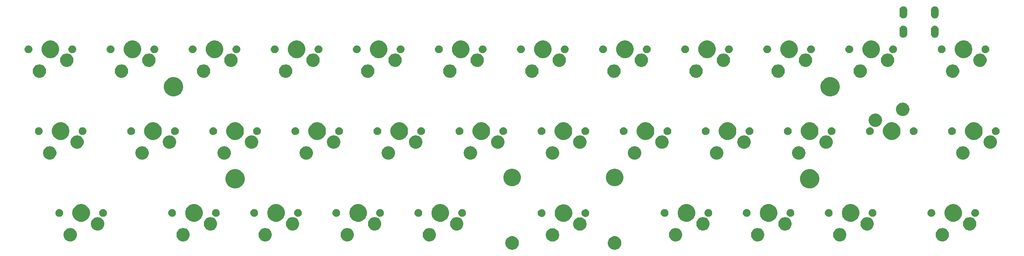
<source format=gts>
G04 #@! TF.GenerationSoftware,KiCad,Pcbnew,5.1.4+dfsg1-1*
G04 #@! TF.CreationDate,2020-03-31T10:31:59+02:00*
G04 #@! TF.ProjectId,alpha34,616c7068-6133-4342-9e6b-696361645f70,rev?*
G04 #@! TF.SameCoordinates,Original*
G04 #@! TF.FileFunction,Soldermask,Top*
G04 #@! TF.FilePolarity,Negative*
%FSLAX46Y46*%
G04 Gerber Fmt 4.6, Leading zero omitted, Abs format (unit mm)*
G04 Created by KiCad (PCBNEW 5.1.4+dfsg1-1) date 2020-03-31 10:31:59*
%MOMM*%
%LPD*%
G04 APERTURE LIST*
%ADD10C,0.100000*%
G04 APERTURE END LIST*
D10*
G36*
X173490661Y-122151776D02*
G01*
X173609387Y-122200954D01*
X173777291Y-122270502D01*
X173777292Y-122270503D01*
X174035254Y-122442867D01*
X174254633Y-122662246D01*
X174369803Y-122834611D01*
X174426998Y-122920209D01*
X174496546Y-123088113D01*
X174545724Y-123206839D01*
X174561151Y-123284396D01*
X174606250Y-123511125D01*
X174606250Y-123821375D01*
X174545724Y-124125660D01*
X174426998Y-124412291D01*
X174426997Y-124412292D01*
X174254633Y-124670254D01*
X174035254Y-124889633D01*
X173862889Y-125004803D01*
X173777291Y-125061998D01*
X173609387Y-125131546D01*
X173490661Y-125180724D01*
X173338517Y-125210987D01*
X173186375Y-125241250D01*
X172876125Y-125241250D01*
X172723983Y-125210987D01*
X172571839Y-125180724D01*
X172453113Y-125131546D01*
X172285209Y-125061998D01*
X172199611Y-125004803D01*
X172027246Y-124889633D01*
X171807867Y-124670254D01*
X171635503Y-124412292D01*
X171635502Y-124412291D01*
X171516776Y-124125660D01*
X171456250Y-123821375D01*
X171456250Y-123511125D01*
X171501349Y-123284396D01*
X171516776Y-123206839D01*
X171565954Y-123088113D01*
X171635502Y-122920209D01*
X171692697Y-122834611D01*
X171807867Y-122662246D01*
X172027246Y-122442867D01*
X172285208Y-122270503D01*
X172285209Y-122270502D01*
X172453113Y-122200954D01*
X172571839Y-122151776D01*
X172876125Y-122091250D01*
X173186375Y-122091250D01*
X173490661Y-122151776D01*
X173490661Y-122151776D01*
G37*
G36*
X149690661Y-122151776D02*
G01*
X149809387Y-122200954D01*
X149977291Y-122270502D01*
X149977292Y-122270503D01*
X150235254Y-122442867D01*
X150454633Y-122662246D01*
X150569803Y-122834611D01*
X150626998Y-122920209D01*
X150696546Y-123088113D01*
X150745724Y-123206839D01*
X150761151Y-123284396D01*
X150806250Y-123511125D01*
X150806250Y-123821375D01*
X150745724Y-124125660D01*
X150626998Y-124412291D01*
X150626997Y-124412292D01*
X150454633Y-124670254D01*
X150235254Y-124889633D01*
X150062889Y-125004803D01*
X149977291Y-125061998D01*
X149809387Y-125131546D01*
X149690661Y-125180724D01*
X149538517Y-125210987D01*
X149386375Y-125241250D01*
X149076125Y-125241250D01*
X148923983Y-125210987D01*
X148771839Y-125180724D01*
X148653113Y-125131546D01*
X148485209Y-125061998D01*
X148399611Y-125004803D01*
X148227246Y-124889633D01*
X148007867Y-124670254D01*
X147835503Y-124412292D01*
X147835502Y-124412291D01*
X147716776Y-124125660D01*
X147656250Y-123821375D01*
X147656250Y-123511125D01*
X147701349Y-123284396D01*
X147716776Y-123206839D01*
X147765954Y-123088113D01*
X147835502Y-122920209D01*
X147892697Y-122834611D01*
X148007867Y-122662246D01*
X148227246Y-122442867D01*
X148485208Y-122270503D01*
X148485209Y-122270502D01*
X148653113Y-122200954D01*
X148771839Y-122151776D01*
X149076125Y-122091250D01*
X149386375Y-122091250D01*
X149690661Y-122151776D01*
X149690661Y-122151776D01*
G37*
G36*
X158915792Y-120269854D02*
G01*
X159075410Y-120301604D01*
X159357674Y-120418521D01*
X159611705Y-120588259D01*
X159827741Y-120804295D01*
X159997479Y-121058326D01*
X160114396Y-121340590D01*
X160174000Y-121640240D01*
X160174000Y-121945760D01*
X160114396Y-122245410D01*
X159997479Y-122527674D01*
X159827741Y-122781705D01*
X159611705Y-122997741D01*
X159357674Y-123167479D01*
X159075410Y-123284396D01*
X158935378Y-123312250D01*
X158775761Y-123344000D01*
X158470239Y-123344000D01*
X158310622Y-123312250D01*
X158170590Y-123284396D01*
X157888326Y-123167479D01*
X157634295Y-122997741D01*
X157418259Y-122781705D01*
X157248521Y-122527674D01*
X157131604Y-122245410D01*
X157072000Y-121945760D01*
X157072000Y-121640240D01*
X157131604Y-121340590D01*
X157248521Y-121058326D01*
X157418259Y-120804295D01*
X157634295Y-120588259D01*
X157888326Y-120418521D01*
X158170590Y-120301604D01*
X158330208Y-120269854D01*
X158470239Y-120242000D01*
X158775761Y-120242000D01*
X158915792Y-120269854D01*
X158915792Y-120269854D01*
G37*
G36*
X111268835Y-120240052D02*
G01*
X111418660Y-120269854D01*
X111700924Y-120386771D01*
X111954955Y-120556509D01*
X112170991Y-120772545D01*
X112340729Y-121026576D01*
X112457646Y-121308840D01*
X112517250Y-121608490D01*
X112517250Y-121914010D01*
X112457646Y-122213660D01*
X112340729Y-122495924D01*
X112170991Y-122749955D01*
X111954955Y-122965991D01*
X111700924Y-123135729D01*
X111418660Y-123252646D01*
X111268835Y-123282448D01*
X111119011Y-123312250D01*
X110813489Y-123312250D01*
X110663665Y-123282448D01*
X110513840Y-123252646D01*
X110231576Y-123135729D01*
X109977545Y-122965991D01*
X109761509Y-122749955D01*
X109591771Y-122495924D01*
X109474854Y-122213660D01*
X109415250Y-121914010D01*
X109415250Y-121608490D01*
X109474854Y-121308840D01*
X109591771Y-121026576D01*
X109761509Y-120772545D01*
X109977545Y-120556509D01*
X110231576Y-120386771D01*
X110513840Y-120269854D01*
X110663665Y-120240052D01*
X110813489Y-120210250D01*
X111119011Y-120210250D01*
X111268835Y-120240052D01*
X111268835Y-120240052D01*
G37*
G36*
X130318835Y-120240052D02*
G01*
X130468660Y-120269854D01*
X130750924Y-120386771D01*
X131004955Y-120556509D01*
X131220991Y-120772545D01*
X131390729Y-121026576D01*
X131507646Y-121308840D01*
X131567250Y-121608490D01*
X131567250Y-121914010D01*
X131507646Y-122213660D01*
X131390729Y-122495924D01*
X131220991Y-122749955D01*
X131004955Y-122965991D01*
X130750924Y-123135729D01*
X130468660Y-123252646D01*
X130318835Y-123282448D01*
X130169011Y-123312250D01*
X129863489Y-123312250D01*
X129713665Y-123282448D01*
X129563840Y-123252646D01*
X129281576Y-123135729D01*
X129027545Y-122965991D01*
X128811509Y-122749955D01*
X128641771Y-122495924D01*
X128524854Y-122213660D01*
X128465250Y-121914010D01*
X128465250Y-121608490D01*
X128524854Y-121308840D01*
X128641771Y-121026576D01*
X128811509Y-120772545D01*
X129027545Y-120556509D01*
X129281576Y-120386771D01*
X129563840Y-120269854D01*
X129713665Y-120240052D01*
X129863489Y-120210250D01*
X130169011Y-120210250D01*
X130318835Y-120240052D01*
X130318835Y-120240052D01*
G37*
G36*
X187468835Y-120240052D02*
G01*
X187618660Y-120269854D01*
X187900924Y-120386771D01*
X188154955Y-120556509D01*
X188370991Y-120772545D01*
X188540729Y-121026576D01*
X188657646Y-121308840D01*
X188717250Y-121608490D01*
X188717250Y-121914010D01*
X188657646Y-122213660D01*
X188540729Y-122495924D01*
X188370991Y-122749955D01*
X188154955Y-122965991D01*
X187900924Y-123135729D01*
X187618660Y-123252646D01*
X187468835Y-123282448D01*
X187319011Y-123312250D01*
X187013489Y-123312250D01*
X186863665Y-123282448D01*
X186713840Y-123252646D01*
X186431576Y-123135729D01*
X186177545Y-122965991D01*
X185961509Y-122749955D01*
X185791771Y-122495924D01*
X185674854Y-122213660D01*
X185615250Y-121914010D01*
X185615250Y-121608490D01*
X185674854Y-121308840D01*
X185791771Y-121026576D01*
X185961509Y-120772545D01*
X186177545Y-120556509D01*
X186431576Y-120386771D01*
X186713840Y-120269854D01*
X186863665Y-120240052D01*
X187013489Y-120210250D01*
X187319011Y-120210250D01*
X187468835Y-120240052D01*
X187468835Y-120240052D01*
G37*
G36*
X225568835Y-120240052D02*
G01*
X225718660Y-120269854D01*
X226000924Y-120386771D01*
X226254955Y-120556509D01*
X226470991Y-120772545D01*
X226640729Y-121026576D01*
X226757646Y-121308840D01*
X226817250Y-121608490D01*
X226817250Y-121914010D01*
X226757646Y-122213660D01*
X226640729Y-122495924D01*
X226470991Y-122749955D01*
X226254955Y-122965991D01*
X226000924Y-123135729D01*
X225718660Y-123252646D01*
X225568835Y-123282448D01*
X225419011Y-123312250D01*
X225113489Y-123312250D01*
X224963665Y-123282448D01*
X224813840Y-123252646D01*
X224531576Y-123135729D01*
X224277545Y-122965991D01*
X224061509Y-122749955D01*
X223891771Y-122495924D01*
X223774854Y-122213660D01*
X223715250Y-121914010D01*
X223715250Y-121608490D01*
X223774854Y-121308840D01*
X223891771Y-121026576D01*
X224061509Y-120772545D01*
X224277545Y-120556509D01*
X224531576Y-120386771D01*
X224813840Y-120269854D01*
X224963665Y-120240052D01*
X225113489Y-120210250D01*
X225419011Y-120210250D01*
X225568835Y-120240052D01*
X225568835Y-120240052D01*
G37*
G36*
X46975085Y-120240052D02*
G01*
X47124910Y-120269854D01*
X47407174Y-120386771D01*
X47661205Y-120556509D01*
X47877241Y-120772545D01*
X48046979Y-121026576D01*
X48163896Y-121308840D01*
X48223500Y-121608490D01*
X48223500Y-121914010D01*
X48163896Y-122213660D01*
X48046979Y-122495924D01*
X47877241Y-122749955D01*
X47661205Y-122965991D01*
X47407174Y-123135729D01*
X47124910Y-123252646D01*
X46975085Y-123282448D01*
X46825261Y-123312250D01*
X46519739Y-123312250D01*
X46369915Y-123282448D01*
X46220090Y-123252646D01*
X45937826Y-123135729D01*
X45683795Y-122965991D01*
X45467759Y-122749955D01*
X45298021Y-122495924D01*
X45181104Y-122213660D01*
X45121500Y-121914010D01*
X45121500Y-121608490D01*
X45181104Y-121308840D01*
X45298021Y-121026576D01*
X45467759Y-120772545D01*
X45683795Y-120556509D01*
X45937826Y-120386771D01*
X46220090Y-120269854D01*
X46369915Y-120240052D01*
X46519739Y-120210250D01*
X46825261Y-120210250D01*
X46975085Y-120240052D01*
X46975085Y-120240052D01*
G37*
G36*
X249381335Y-120240052D02*
G01*
X249531160Y-120269854D01*
X249813424Y-120386771D01*
X250067455Y-120556509D01*
X250283491Y-120772545D01*
X250453229Y-121026576D01*
X250570146Y-121308840D01*
X250629750Y-121608490D01*
X250629750Y-121914010D01*
X250570146Y-122213660D01*
X250453229Y-122495924D01*
X250283491Y-122749955D01*
X250067455Y-122965991D01*
X249813424Y-123135729D01*
X249531160Y-123252646D01*
X249381335Y-123282448D01*
X249231511Y-123312250D01*
X248925989Y-123312250D01*
X248776165Y-123282448D01*
X248626340Y-123252646D01*
X248344076Y-123135729D01*
X248090045Y-122965991D01*
X247874009Y-122749955D01*
X247704271Y-122495924D01*
X247587354Y-122213660D01*
X247527750Y-121914010D01*
X247527750Y-121608490D01*
X247587354Y-121308840D01*
X247704271Y-121026576D01*
X247874009Y-120772545D01*
X248090045Y-120556509D01*
X248344076Y-120386771D01*
X248626340Y-120269854D01*
X248776165Y-120240052D01*
X248925989Y-120210250D01*
X249231511Y-120210250D01*
X249381335Y-120240052D01*
X249381335Y-120240052D01*
G37*
G36*
X92218835Y-120240052D02*
G01*
X92368660Y-120269854D01*
X92650924Y-120386771D01*
X92904955Y-120556509D01*
X93120991Y-120772545D01*
X93290729Y-121026576D01*
X93407646Y-121308840D01*
X93467250Y-121608490D01*
X93467250Y-121914010D01*
X93407646Y-122213660D01*
X93290729Y-122495924D01*
X93120991Y-122749955D01*
X92904955Y-122965991D01*
X92650924Y-123135729D01*
X92368660Y-123252646D01*
X92218835Y-123282448D01*
X92069011Y-123312250D01*
X91763489Y-123312250D01*
X91613665Y-123282448D01*
X91463840Y-123252646D01*
X91181576Y-123135729D01*
X90927545Y-122965991D01*
X90711509Y-122749955D01*
X90541771Y-122495924D01*
X90424854Y-122213660D01*
X90365250Y-121914010D01*
X90365250Y-121608490D01*
X90424854Y-121308840D01*
X90541771Y-121026576D01*
X90711509Y-120772545D01*
X90927545Y-120556509D01*
X91181576Y-120386771D01*
X91463840Y-120269854D01*
X91613665Y-120240052D01*
X91763489Y-120210250D01*
X92069011Y-120210250D01*
X92218835Y-120240052D01*
X92218835Y-120240052D01*
G37*
G36*
X73168835Y-120240052D02*
G01*
X73318660Y-120269854D01*
X73600924Y-120386771D01*
X73854955Y-120556509D01*
X74070991Y-120772545D01*
X74240729Y-121026576D01*
X74357646Y-121308840D01*
X74417250Y-121608490D01*
X74417250Y-121914010D01*
X74357646Y-122213660D01*
X74240729Y-122495924D01*
X74070991Y-122749955D01*
X73854955Y-122965991D01*
X73600924Y-123135729D01*
X73318660Y-123252646D01*
X73168835Y-123282448D01*
X73019011Y-123312250D01*
X72713489Y-123312250D01*
X72563665Y-123282448D01*
X72413840Y-123252646D01*
X72131576Y-123135729D01*
X71877545Y-122965991D01*
X71661509Y-122749955D01*
X71491771Y-122495924D01*
X71374854Y-122213660D01*
X71315250Y-121914010D01*
X71315250Y-121608490D01*
X71374854Y-121308840D01*
X71491771Y-121026576D01*
X71661509Y-120772545D01*
X71877545Y-120556509D01*
X72131576Y-120386771D01*
X72413840Y-120269854D01*
X72563665Y-120240052D01*
X72713489Y-120210250D01*
X73019011Y-120210250D01*
X73168835Y-120240052D01*
X73168835Y-120240052D01*
G37*
G36*
X206518835Y-120240052D02*
G01*
X206668660Y-120269854D01*
X206950924Y-120386771D01*
X207204955Y-120556509D01*
X207420991Y-120772545D01*
X207590729Y-121026576D01*
X207707646Y-121308840D01*
X207767250Y-121608490D01*
X207767250Y-121914010D01*
X207707646Y-122213660D01*
X207590729Y-122495924D01*
X207420991Y-122749955D01*
X207204955Y-122965991D01*
X206950924Y-123135729D01*
X206668660Y-123252646D01*
X206518835Y-123282448D01*
X206369011Y-123312250D01*
X206063489Y-123312250D01*
X205913665Y-123282448D01*
X205763840Y-123252646D01*
X205481576Y-123135729D01*
X205227545Y-122965991D01*
X205011509Y-122749955D01*
X204841771Y-122495924D01*
X204724854Y-122213660D01*
X204665250Y-121914010D01*
X204665250Y-121608490D01*
X204724854Y-121308840D01*
X204841771Y-121026576D01*
X205011509Y-120772545D01*
X205227545Y-120556509D01*
X205481576Y-120386771D01*
X205763840Y-120269854D01*
X205913665Y-120240052D01*
X206063489Y-120210250D01*
X206369011Y-120210250D01*
X206518835Y-120240052D01*
X206518835Y-120240052D01*
G37*
G36*
X165265792Y-117729854D02*
G01*
X165425410Y-117761604D01*
X165707674Y-117878521D01*
X165961705Y-118048259D01*
X166177741Y-118264295D01*
X166347479Y-118518326D01*
X166464396Y-118800590D01*
X166524000Y-119100240D01*
X166524000Y-119405760D01*
X166464396Y-119705410D01*
X166347479Y-119987674D01*
X166177741Y-120241705D01*
X165961705Y-120457741D01*
X165707674Y-120627479D01*
X165425410Y-120744396D01*
X165285378Y-120772250D01*
X165125761Y-120804000D01*
X164820239Y-120804000D01*
X164660622Y-120772250D01*
X164520590Y-120744396D01*
X164238326Y-120627479D01*
X163984295Y-120457741D01*
X163768259Y-120241705D01*
X163598521Y-119987674D01*
X163481604Y-119705410D01*
X163422000Y-119405760D01*
X163422000Y-119100240D01*
X163481604Y-118800590D01*
X163598521Y-118518326D01*
X163768259Y-118264295D01*
X163984295Y-118048259D01*
X164238326Y-117878521D01*
X164520590Y-117761604D01*
X164680208Y-117729854D01*
X164820239Y-117702000D01*
X165125761Y-117702000D01*
X165265792Y-117729854D01*
X165265792Y-117729854D01*
G37*
G36*
X193818835Y-117700052D02*
G01*
X193968660Y-117729854D01*
X194250924Y-117846771D01*
X194504955Y-118016509D01*
X194720991Y-118232545D01*
X194890729Y-118486576D01*
X195007646Y-118768840D01*
X195067250Y-119068490D01*
X195067250Y-119374010D01*
X195007646Y-119673660D01*
X194890729Y-119955924D01*
X194720991Y-120209955D01*
X194504955Y-120425991D01*
X194250924Y-120595729D01*
X193968660Y-120712646D01*
X193818835Y-120742448D01*
X193669011Y-120772250D01*
X193363489Y-120772250D01*
X193213665Y-120742448D01*
X193063840Y-120712646D01*
X192781576Y-120595729D01*
X192527545Y-120425991D01*
X192311509Y-120209955D01*
X192141771Y-119955924D01*
X192024854Y-119673660D01*
X191965250Y-119374010D01*
X191965250Y-119068490D01*
X192024854Y-118768840D01*
X192141771Y-118486576D01*
X192311509Y-118232545D01*
X192527545Y-118016509D01*
X192781576Y-117846771D01*
X193063840Y-117729854D01*
X193213665Y-117700052D01*
X193363489Y-117670250D01*
X193669011Y-117670250D01*
X193818835Y-117700052D01*
X193818835Y-117700052D01*
G37*
G36*
X212868835Y-117700052D02*
G01*
X213018660Y-117729854D01*
X213300924Y-117846771D01*
X213554955Y-118016509D01*
X213770991Y-118232545D01*
X213940729Y-118486576D01*
X214057646Y-118768840D01*
X214117250Y-119068490D01*
X214117250Y-119374010D01*
X214057646Y-119673660D01*
X213940729Y-119955924D01*
X213770991Y-120209955D01*
X213554955Y-120425991D01*
X213300924Y-120595729D01*
X213018660Y-120712646D01*
X212868835Y-120742448D01*
X212719011Y-120772250D01*
X212413489Y-120772250D01*
X212263665Y-120742448D01*
X212113840Y-120712646D01*
X211831576Y-120595729D01*
X211577545Y-120425991D01*
X211361509Y-120209955D01*
X211191771Y-119955924D01*
X211074854Y-119673660D01*
X211015250Y-119374010D01*
X211015250Y-119068490D01*
X211074854Y-118768840D01*
X211191771Y-118486576D01*
X211361509Y-118232545D01*
X211577545Y-118016509D01*
X211831576Y-117846771D01*
X212113840Y-117729854D01*
X212263665Y-117700052D01*
X212413489Y-117670250D01*
X212719011Y-117670250D01*
X212868835Y-117700052D01*
X212868835Y-117700052D01*
G37*
G36*
X136668835Y-117700052D02*
G01*
X136818660Y-117729854D01*
X137100924Y-117846771D01*
X137354955Y-118016509D01*
X137570991Y-118232545D01*
X137740729Y-118486576D01*
X137857646Y-118768840D01*
X137917250Y-119068490D01*
X137917250Y-119374010D01*
X137857646Y-119673660D01*
X137740729Y-119955924D01*
X137570991Y-120209955D01*
X137354955Y-120425991D01*
X137100924Y-120595729D01*
X136818660Y-120712646D01*
X136668835Y-120742448D01*
X136519011Y-120772250D01*
X136213489Y-120772250D01*
X136063665Y-120742448D01*
X135913840Y-120712646D01*
X135631576Y-120595729D01*
X135377545Y-120425991D01*
X135161509Y-120209955D01*
X134991771Y-119955924D01*
X134874854Y-119673660D01*
X134815250Y-119374010D01*
X134815250Y-119068490D01*
X134874854Y-118768840D01*
X134991771Y-118486576D01*
X135161509Y-118232545D01*
X135377545Y-118016509D01*
X135631576Y-117846771D01*
X135913840Y-117729854D01*
X136063665Y-117700052D01*
X136213489Y-117670250D01*
X136519011Y-117670250D01*
X136668835Y-117700052D01*
X136668835Y-117700052D01*
G37*
G36*
X231918835Y-117700052D02*
G01*
X232068660Y-117729854D01*
X232350924Y-117846771D01*
X232604955Y-118016509D01*
X232820991Y-118232545D01*
X232990729Y-118486576D01*
X233107646Y-118768840D01*
X233167250Y-119068490D01*
X233167250Y-119374010D01*
X233107646Y-119673660D01*
X232990729Y-119955924D01*
X232820991Y-120209955D01*
X232604955Y-120425991D01*
X232350924Y-120595729D01*
X232068660Y-120712646D01*
X231918835Y-120742448D01*
X231769011Y-120772250D01*
X231463489Y-120772250D01*
X231313665Y-120742448D01*
X231163840Y-120712646D01*
X230881576Y-120595729D01*
X230627545Y-120425991D01*
X230411509Y-120209955D01*
X230241771Y-119955924D01*
X230124854Y-119673660D01*
X230065250Y-119374010D01*
X230065250Y-119068490D01*
X230124854Y-118768840D01*
X230241771Y-118486576D01*
X230411509Y-118232545D01*
X230627545Y-118016509D01*
X230881576Y-117846771D01*
X231163840Y-117729854D01*
X231313665Y-117700052D01*
X231463489Y-117670250D01*
X231769011Y-117670250D01*
X231918835Y-117700052D01*
X231918835Y-117700052D01*
G37*
G36*
X255731335Y-117700052D02*
G01*
X255881160Y-117729854D01*
X256163424Y-117846771D01*
X256417455Y-118016509D01*
X256633491Y-118232545D01*
X256803229Y-118486576D01*
X256920146Y-118768840D01*
X256979750Y-119068490D01*
X256979750Y-119374010D01*
X256920146Y-119673660D01*
X256803229Y-119955924D01*
X256633491Y-120209955D01*
X256417455Y-120425991D01*
X256163424Y-120595729D01*
X255881160Y-120712646D01*
X255731335Y-120742448D01*
X255581511Y-120772250D01*
X255275989Y-120772250D01*
X255126165Y-120742448D01*
X254976340Y-120712646D01*
X254694076Y-120595729D01*
X254440045Y-120425991D01*
X254224009Y-120209955D01*
X254054271Y-119955924D01*
X253937354Y-119673660D01*
X253877750Y-119374010D01*
X253877750Y-119068490D01*
X253937354Y-118768840D01*
X254054271Y-118486576D01*
X254224009Y-118232545D01*
X254440045Y-118016509D01*
X254694076Y-117846771D01*
X254976340Y-117729854D01*
X255126165Y-117700052D01*
X255275989Y-117670250D01*
X255581511Y-117670250D01*
X255731335Y-117700052D01*
X255731335Y-117700052D01*
G37*
G36*
X98568835Y-117700052D02*
G01*
X98718660Y-117729854D01*
X99000924Y-117846771D01*
X99254955Y-118016509D01*
X99470991Y-118232545D01*
X99640729Y-118486576D01*
X99757646Y-118768840D01*
X99817250Y-119068490D01*
X99817250Y-119374010D01*
X99757646Y-119673660D01*
X99640729Y-119955924D01*
X99470991Y-120209955D01*
X99254955Y-120425991D01*
X99000924Y-120595729D01*
X98718660Y-120712646D01*
X98568835Y-120742448D01*
X98419011Y-120772250D01*
X98113489Y-120772250D01*
X97963665Y-120742448D01*
X97813840Y-120712646D01*
X97531576Y-120595729D01*
X97277545Y-120425991D01*
X97061509Y-120209955D01*
X96891771Y-119955924D01*
X96774854Y-119673660D01*
X96715250Y-119374010D01*
X96715250Y-119068490D01*
X96774854Y-118768840D01*
X96891771Y-118486576D01*
X97061509Y-118232545D01*
X97277545Y-118016509D01*
X97531576Y-117846771D01*
X97813840Y-117729854D01*
X97963665Y-117700052D01*
X98113489Y-117670250D01*
X98419011Y-117670250D01*
X98568835Y-117700052D01*
X98568835Y-117700052D01*
G37*
G36*
X79518835Y-117700052D02*
G01*
X79668660Y-117729854D01*
X79950924Y-117846771D01*
X80204955Y-118016509D01*
X80420991Y-118232545D01*
X80590729Y-118486576D01*
X80707646Y-118768840D01*
X80767250Y-119068490D01*
X80767250Y-119374010D01*
X80707646Y-119673660D01*
X80590729Y-119955924D01*
X80420991Y-120209955D01*
X80204955Y-120425991D01*
X79950924Y-120595729D01*
X79668660Y-120712646D01*
X79518835Y-120742448D01*
X79369011Y-120772250D01*
X79063489Y-120772250D01*
X78913665Y-120742448D01*
X78763840Y-120712646D01*
X78481576Y-120595729D01*
X78227545Y-120425991D01*
X78011509Y-120209955D01*
X77841771Y-119955924D01*
X77724854Y-119673660D01*
X77665250Y-119374010D01*
X77665250Y-119068490D01*
X77724854Y-118768840D01*
X77841771Y-118486576D01*
X78011509Y-118232545D01*
X78227545Y-118016509D01*
X78481576Y-117846771D01*
X78763840Y-117729854D01*
X78913665Y-117700052D01*
X79063489Y-117670250D01*
X79369011Y-117670250D01*
X79518835Y-117700052D01*
X79518835Y-117700052D01*
G37*
G36*
X117618835Y-117700052D02*
G01*
X117768660Y-117729854D01*
X118050924Y-117846771D01*
X118304955Y-118016509D01*
X118520991Y-118232545D01*
X118690729Y-118486576D01*
X118807646Y-118768840D01*
X118867250Y-119068490D01*
X118867250Y-119374010D01*
X118807646Y-119673660D01*
X118690729Y-119955924D01*
X118520991Y-120209955D01*
X118304955Y-120425991D01*
X118050924Y-120595729D01*
X117768660Y-120712646D01*
X117618835Y-120742448D01*
X117469011Y-120772250D01*
X117163489Y-120772250D01*
X117013665Y-120742448D01*
X116863840Y-120712646D01*
X116581576Y-120595729D01*
X116327545Y-120425991D01*
X116111509Y-120209955D01*
X115941771Y-119955924D01*
X115824854Y-119673660D01*
X115765250Y-119374010D01*
X115765250Y-119068490D01*
X115824854Y-118768840D01*
X115941771Y-118486576D01*
X116111509Y-118232545D01*
X116327545Y-118016509D01*
X116581576Y-117846771D01*
X116863840Y-117729854D01*
X117013665Y-117700052D01*
X117163489Y-117670250D01*
X117469011Y-117670250D01*
X117618835Y-117700052D01*
X117618835Y-117700052D01*
G37*
G36*
X53325085Y-117700052D02*
G01*
X53474910Y-117729854D01*
X53757174Y-117846771D01*
X54011205Y-118016509D01*
X54227241Y-118232545D01*
X54396979Y-118486576D01*
X54513896Y-118768840D01*
X54573500Y-119068490D01*
X54573500Y-119374010D01*
X54513896Y-119673660D01*
X54396979Y-119955924D01*
X54227241Y-120209955D01*
X54011205Y-120425991D01*
X53757174Y-120595729D01*
X53474910Y-120712646D01*
X53325085Y-120742448D01*
X53175261Y-120772250D01*
X52869739Y-120772250D01*
X52719915Y-120742448D01*
X52570090Y-120712646D01*
X52287826Y-120595729D01*
X52033795Y-120425991D01*
X51817759Y-120209955D01*
X51648021Y-119955924D01*
X51531104Y-119673660D01*
X51471500Y-119374010D01*
X51471500Y-119068490D01*
X51531104Y-118768840D01*
X51648021Y-118486576D01*
X51817759Y-118232545D01*
X52033795Y-118016509D01*
X52287826Y-117846771D01*
X52570090Y-117729854D01*
X52719915Y-117700052D01*
X52869739Y-117670250D01*
X53175261Y-117670250D01*
X53325085Y-117700052D01*
X53325085Y-117700052D01*
G37*
G36*
X161759474Y-114746684D02*
G01*
X161977474Y-114836983D01*
X162131623Y-114900833D01*
X162466548Y-115124623D01*
X162751377Y-115409452D01*
X162975167Y-115744377D01*
X163032171Y-115881997D01*
X163129316Y-116116526D01*
X163207900Y-116511594D01*
X163207900Y-116914406D01*
X163129316Y-117309474D01*
X163058473Y-117480503D01*
X162975167Y-117681623D01*
X162751377Y-118016548D01*
X162466548Y-118301377D01*
X162131623Y-118525167D01*
X161977474Y-118589017D01*
X161759474Y-118679316D01*
X161364406Y-118757900D01*
X160961594Y-118757900D01*
X160566526Y-118679316D01*
X160348526Y-118589017D01*
X160194377Y-118525167D01*
X159859452Y-118301377D01*
X159574623Y-118016548D01*
X159350833Y-117681623D01*
X159267527Y-117480503D01*
X159196684Y-117309474D01*
X159118100Y-116914406D01*
X159118100Y-116511594D01*
X159196684Y-116116526D01*
X159293829Y-115881997D01*
X159350833Y-115744377D01*
X159574623Y-115409452D01*
X159859452Y-115124623D01*
X160194377Y-114900833D01*
X160348526Y-114836983D01*
X160566526Y-114746684D01*
X160961594Y-114668100D01*
X161364406Y-114668100D01*
X161759474Y-114746684D01*
X161759474Y-114746684D01*
G37*
G36*
X209352724Y-114714934D02*
G01*
X209570724Y-114805233D01*
X209724873Y-114869083D01*
X210059798Y-115092873D01*
X210344627Y-115377702D01*
X210568417Y-115712627D01*
X210623562Y-115845759D01*
X210722566Y-116084776D01*
X210801150Y-116479844D01*
X210801150Y-116882656D01*
X210722566Y-117277724D01*
X210666304Y-117413552D01*
X210568417Y-117649873D01*
X210344627Y-117984798D01*
X210059798Y-118269627D01*
X209724873Y-118493417D01*
X209664732Y-118518328D01*
X209352724Y-118647566D01*
X208957656Y-118726150D01*
X208554844Y-118726150D01*
X208159776Y-118647566D01*
X207847768Y-118518328D01*
X207787627Y-118493417D01*
X207452702Y-118269627D01*
X207167873Y-117984798D01*
X206944083Y-117649873D01*
X206846196Y-117413552D01*
X206789934Y-117277724D01*
X206711350Y-116882656D01*
X206711350Y-116479844D01*
X206789934Y-116084776D01*
X206888938Y-115845759D01*
X206944083Y-115712627D01*
X207167873Y-115377702D01*
X207452702Y-115092873D01*
X207787627Y-114869083D01*
X207941776Y-114805233D01*
X208159776Y-114714934D01*
X208554844Y-114636350D01*
X208957656Y-114636350D01*
X209352724Y-114714934D01*
X209352724Y-114714934D01*
G37*
G36*
X228402724Y-114714934D02*
G01*
X228620724Y-114805233D01*
X228774873Y-114869083D01*
X229109798Y-115092873D01*
X229394627Y-115377702D01*
X229618417Y-115712627D01*
X229673562Y-115845759D01*
X229772566Y-116084776D01*
X229851150Y-116479844D01*
X229851150Y-116882656D01*
X229772566Y-117277724D01*
X229716304Y-117413552D01*
X229618417Y-117649873D01*
X229394627Y-117984798D01*
X229109798Y-118269627D01*
X228774873Y-118493417D01*
X228714732Y-118518328D01*
X228402724Y-118647566D01*
X228007656Y-118726150D01*
X227604844Y-118726150D01*
X227209776Y-118647566D01*
X226897768Y-118518328D01*
X226837627Y-118493417D01*
X226502702Y-118269627D01*
X226217873Y-117984798D01*
X225994083Y-117649873D01*
X225896196Y-117413552D01*
X225839934Y-117277724D01*
X225761350Y-116882656D01*
X225761350Y-116479844D01*
X225839934Y-116084776D01*
X225938938Y-115845759D01*
X225994083Y-115712627D01*
X226217873Y-115377702D01*
X226502702Y-115092873D01*
X226837627Y-114869083D01*
X226991776Y-114805233D01*
X227209776Y-114714934D01*
X227604844Y-114636350D01*
X228007656Y-114636350D01*
X228402724Y-114714934D01*
X228402724Y-114714934D01*
G37*
G36*
X95052724Y-114714934D02*
G01*
X95270724Y-114805233D01*
X95424873Y-114869083D01*
X95759798Y-115092873D01*
X96044627Y-115377702D01*
X96268417Y-115712627D01*
X96323562Y-115845759D01*
X96422566Y-116084776D01*
X96501150Y-116479844D01*
X96501150Y-116882656D01*
X96422566Y-117277724D01*
X96366304Y-117413552D01*
X96268417Y-117649873D01*
X96044627Y-117984798D01*
X95759798Y-118269627D01*
X95424873Y-118493417D01*
X95364732Y-118518328D01*
X95052724Y-118647566D01*
X94657656Y-118726150D01*
X94254844Y-118726150D01*
X93859776Y-118647566D01*
X93547768Y-118518328D01*
X93487627Y-118493417D01*
X93152702Y-118269627D01*
X92867873Y-117984798D01*
X92644083Y-117649873D01*
X92546196Y-117413552D01*
X92489934Y-117277724D01*
X92411350Y-116882656D01*
X92411350Y-116479844D01*
X92489934Y-116084776D01*
X92588938Y-115845759D01*
X92644083Y-115712627D01*
X92867873Y-115377702D01*
X93152702Y-115092873D01*
X93487627Y-114869083D01*
X93641776Y-114805233D01*
X93859776Y-114714934D01*
X94254844Y-114636350D01*
X94657656Y-114636350D01*
X95052724Y-114714934D01*
X95052724Y-114714934D01*
G37*
G36*
X190302724Y-114714934D02*
G01*
X190520724Y-114805233D01*
X190674873Y-114869083D01*
X191009798Y-115092873D01*
X191294627Y-115377702D01*
X191518417Y-115712627D01*
X191573562Y-115845759D01*
X191672566Y-116084776D01*
X191751150Y-116479844D01*
X191751150Y-116882656D01*
X191672566Y-117277724D01*
X191616304Y-117413552D01*
X191518417Y-117649873D01*
X191294627Y-117984798D01*
X191009798Y-118269627D01*
X190674873Y-118493417D01*
X190614732Y-118518328D01*
X190302724Y-118647566D01*
X189907656Y-118726150D01*
X189504844Y-118726150D01*
X189109776Y-118647566D01*
X188797768Y-118518328D01*
X188737627Y-118493417D01*
X188402702Y-118269627D01*
X188117873Y-117984798D01*
X187894083Y-117649873D01*
X187796196Y-117413552D01*
X187739934Y-117277724D01*
X187661350Y-116882656D01*
X187661350Y-116479844D01*
X187739934Y-116084776D01*
X187838938Y-115845759D01*
X187894083Y-115712627D01*
X188117873Y-115377702D01*
X188402702Y-115092873D01*
X188737627Y-114869083D01*
X188891776Y-114805233D01*
X189109776Y-114714934D01*
X189504844Y-114636350D01*
X189907656Y-114636350D01*
X190302724Y-114714934D01*
X190302724Y-114714934D01*
G37*
G36*
X49808974Y-114714934D02*
G01*
X50026974Y-114805233D01*
X50181123Y-114869083D01*
X50516048Y-115092873D01*
X50800877Y-115377702D01*
X51024667Y-115712627D01*
X51079812Y-115845759D01*
X51178816Y-116084776D01*
X51257400Y-116479844D01*
X51257400Y-116882656D01*
X51178816Y-117277724D01*
X51122554Y-117413552D01*
X51024667Y-117649873D01*
X50800877Y-117984798D01*
X50516048Y-118269627D01*
X50181123Y-118493417D01*
X50120982Y-118518328D01*
X49808974Y-118647566D01*
X49413906Y-118726150D01*
X49011094Y-118726150D01*
X48616026Y-118647566D01*
X48304018Y-118518328D01*
X48243877Y-118493417D01*
X47908952Y-118269627D01*
X47624123Y-117984798D01*
X47400333Y-117649873D01*
X47302446Y-117413552D01*
X47246184Y-117277724D01*
X47167600Y-116882656D01*
X47167600Y-116479844D01*
X47246184Y-116084776D01*
X47345188Y-115845759D01*
X47400333Y-115712627D01*
X47624123Y-115377702D01*
X47908952Y-115092873D01*
X48243877Y-114869083D01*
X48398026Y-114805233D01*
X48616026Y-114714934D01*
X49011094Y-114636350D01*
X49413906Y-114636350D01*
X49808974Y-114714934D01*
X49808974Y-114714934D01*
G37*
G36*
X252215224Y-114714934D02*
G01*
X252433224Y-114805233D01*
X252587373Y-114869083D01*
X252922298Y-115092873D01*
X253207127Y-115377702D01*
X253430917Y-115712627D01*
X253486062Y-115845759D01*
X253585066Y-116084776D01*
X253663650Y-116479844D01*
X253663650Y-116882656D01*
X253585066Y-117277724D01*
X253528804Y-117413552D01*
X253430917Y-117649873D01*
X253207127Y-117984798D01*
X252922298Y-118269627D01*
X252587373Y-118493417D01*
X252527232Y-118518328D01*
X252215224Y-118647566D01*
X251820156Y-118726150D01*
X251417344Y-118726150D01*
X251022276Y-118647566D01*
X250710268Y-118518328D01*
X250650127Y-118493417D01*
X250315202Y-118269627D01*
X250030373Y-117984798D01*
X249806583Y-117649873D01*
X249708696Y-117413552D01*
X249652434Y-117277724D01*
X249573850Y-116882656D01*
X249573850Y-116479844D01*
X249652434Y-116084776D01*
X249751438Y-115845759D01*
X249806583Y-115712627D01*
X250030373Y-115377702D01*
X250315202Y-115092873D01*
X250650127Y-114869083D01*
X250804276Y-114805233D01*
X251022276Y-114714934D01*
X251417344Y-114636350D01*
X251820156Y-114636350D01*
X252215224Y-114714934D01*
X252215224Y-114714934D01*
G37*
G36*
X76002724Y-114714934D02*
G01*
X76220724Y-114805233D01*
X76374873Y-114869083D01*
X76709798Y-115092873D01*
X76994627Y-115377702D01*
X77218417Y-115712627D01*
X77273562Y-115845759D01*
X77372566Y-116084776D01*
X77451150Y-116479844D01*
X77451150Y-116882656D01*
X77372566Y-117277724D01*
X77316304Y-117413552D01*
X77218417Y-117649873D01*
X76994627Y-117984798D01*
X76709798Y-118269627D01*
X76374873Y-118493417D01*
X76314732Y-118518328D01*
X76002724Y-118647566D01*
X75607656Y-118726150D01*
X75204844Y-118726150D01*
X74809776Y-118647566D01*
X74497768Y-118518328D01*
X74437627Y-118493417D01*
X74102702Y-118269627D01*
X73817873Y-117984798D01*
X73594083Y-117649873D01*
X73496196Y-117413552D01*
X73439934Y-117277724D01*
X73361350Y-116882656D01*
X73361350Y-116479844D01*
X73439934Y-116084776D01*
X73538938Y-115845759D01*
X73594083Y-115712627D01*
X73817873Y-115377702D01*
X74102702Y-115092873D01*
X74437627Y-114869083D01*
X74591776Y-114805233D01*
X74809776Y-114714934D01*
X75204844Y-114636350D01*
X75607656Y-114636350D01*
X76002724Y-114714934D01*
X76002724Y-114714934D01*
G37*
G36*
X114102724Y-114714934D02*
G01*
X114320724Y-114805233D01*
X114474873Y-114869083D01*
X114809798Y-115092873D01*
X115094627Y-115377702D01*
X115318417Y-115712627D01*
X115373562Y-115845759D01*
X115472566Y-116084776D01*
X115551150Y-116479844D01*
X115551150Y-116882656D01*
X115472566Y-117277724D01*
X115416304Y-117413552D01*
X115318417Y-117649873D01*
X115094627Y-117984798D01*
X114809798Y-118269627D01*
X114474873Y-118493417D01*
X114414732Y-118518328D01*
X114102724Y-118647566D01*
X113707656Y-118726150D01*
X113304844Y-118726150D01*
X112909776Y-118647566D01*
X112597768Y-118518328D01*
X112537627Y-118493417D01*
X112202702Y-118269627D01*
X111917873Y-117984798D01*
X111694083Y-117649873D01*
X111596196Y-117413552D01*
X111539934Y-117277724D01*
X111461350Y-116882656D01*
X111461350Y-116479844D01*
X111539934Y-116084776D01*
X111638938Y-115845759D01*
X111694083Y-115712627D01*
X111917873Y-115377702D01*
X112202702Y-115092873D01*
X112537627Y-114869083D01*
X112691776Y-114805233D01*
X112909776Y-114714934D01*
X113304844Y-114636350D01*
X113707656Y-114636350D01*
X114102724Y-114714934D01*
X114102724Y-114714934D01*
G37*
G36*
X133152724Y-114714934D02*
G01*
X133370724Y-114805233D01*
X133524873Y-114869083D01*
X133859798Y-115092873D01*
X134144627Y-115377702D01*
X134368417Y-115712627D01*
X134423562Y-115845759D01*
X134522566Y-116084776D01*
X134601150Y-116479844D01*
X134601150Y-116882656D01*
X134522566Y-117277724D01*
X134466304Y-117413552D01*
X134368417Y-117649873D01*
X134144627Y-117984798D01*
X133859798Y-118269627D01*
X133524873Y-118493417D01*
X133464732Y-118518328D01*
X133152724Y-118647566D01*
X132757656Y-118726150D01*
X132354844Y-118726150D01*
X131959776Y-118647566D01*
X131647768Y-118518328D01*
X131587627Y-118493417D01*
X131252702Y-118269627D01*
X130967873Y-117984798D01*
X130744083Y-117649873D01*
X130646196Y-117413552D01*
X130589934Y-117277724D01*
X130511350Y-116882656D01*
X130511350Y-116479844D01*
X130589934Y-116084776D01*
X130688938Y-115845759D01*
X130744083Y-115712627D01*
X130967873Y-115377702D01*
X131252702Y-115092873D01*
X131587627Y-114869083D01*
X131741776Y-114805233D01*
X131959776Y-114714934D01*
X132354844Y-114636350D01*
X132757656Y-114636350D01*
X133152724Y-114714934D01*
X133152724Y-114714934D01*
G37*
G36*
X156258952Y-115828430D02*
G01*
X156346075Y-115845759D01*
X156433560Y-115881997D01*
X156510211Y-115913747D01*
X156656933Y-116011783D01*
X156657928Y-116012448D01*
X156783552Y-116138072D01*
X156783554Y-116138075D01*
X156882253Y-116285789D01*
X156882253Y-116285790D01*
X156950241Y-116449925D01*
X156950241Y-116449927D01*
X156978585Y-116592419D01*
X156984900Y-116624171D01*
X156984900Y-116801829D01*
X156950241Y-116976075D01*
X156904916Y-117085498D01*
X156882253Y-117140211D01*
X156790370Y-117277724D01*
X156783552Y-117287928D01*
X156657928Y-117413552D01*
X156657925Y-117413554D01*
X156510211Y-117512253D01*
X156455498Y-117534916D01*
X156346075Y-117580241D01*
X156258952Y-117597571D01*
X156171831Y-117614900D01*
X155994169Y-117614900D01*
X155907048Y-117597571D01*
X155819925Y-117580241D01*
X155710502Y-117534916D01*
X155655789Y-117512253D01*
X155508075Y-117413554D01*
X155508072Y-117413552D01*
X155382448Y-117287928D01*
X155375630Y-117277724D01*
X155283747Y-117140211D01*
X155261084Y-117085498D01*
X155215759Y-116976075D01*
X155181100Y-116801829D01*
X155181100Y-116624171D01*
X155187416Y-116592419D01*
X155215759Y-116449927D01*
X155215759Y-116449925D01*
X155283747Y-116285790D01*
X155283747Y-116285789D01*
X155382446Y-116138075D01*
X155382448Y-116138072D01*
X155508072Y-116012448D01*
X155509067Y-116011783D01*
X155655789Y-115913747D01*
X155732440Y-115881997D01*
X155819925Y-115845759D01*
X155907048Y-115828430D01*
X155994169Y-115811100D01*
X156171831Y-115811100D01*
X156258952Y-115828430D01*
X156258952Y-115828430D01*
G37*
G36*
X166418952Y-115828430D02*
G01*
X166506075Y-115845759D01*
X166593560Y-115881997D01*
X166670211Y-115913747D01*
X166816933Y-116011783D01*
X166817928Y-116012448D01*
X166943552Y-116138072D01*
X166943554Y-116138075D01*
X167042253Y-116285789D01*
X167042253Y-116285790D01*
X167110241Y-116449925D01*
X167110241Y-116449927D01*
X167138585Y-116592419D01*
X167144900Y-116624171D01*
X167144900Y-116801829D01*
X167110241Y-116976075D01*
X167064916Y-117085498D01*
X167042253Y-117140211D01*
X166950370Y-117277724D01*
X166943552Y-117287928D01*
X166817928Y-117413552D01*
X166817925Y-117413554D01*
X166670211Y-117512253D01*
X166615498Y-117534916D01*
X166506075Y-117580241D01*
X166418952Y-117597571D01*
X166331831Y-117614900D01*
X166154169Y-117614900D01*
X166067048Y-117597571D01*
X165979925Y-117580241D01*
X165870502Y-117534916D01*
X165815789Y-117512253D01*
X165668075Y-117413554D01*
X165668072Y-117413552D01*
X165542448Y-117287928D01*
X165535630Y-117277724D01*
X165443747Y-117140211D01*
X165421084Y-117085498D01*
X165375759Y-116976075D01*
X165341100Y-116801829D01*
X165341100Y-116624171D01*
X165347416Y-116592419D01*
X165375759Y-116449927D01*
X165375759Y-116449925D01*
X165443747Y-116285790D01*
X165443747Y-116285789D01*
X165542446Y-116138075D01*
X165542448Y-116138072D01*
X165668072Y-116012448D01*
X165669067Y-116011783D01*
X165815789Y-115913747D01*
X165892440Y-115881997D01*
X165979925Y-115845759D01*
X166067048Y-115828430D01*
X166154169Y-115811100D01*
X166331831Y-115811100D01*
X166418952Y-115828430D01*
X166418952Y-115828430D01*
G37*
G36*
X70502202Y-115796679D02*
G01*
X70589325Y-115814009D01*
X70698748Y-115859334D01*
X70753461Y-115881997D01*
X70800978Y-115913747D01*
X70901178Y-115980698D01*
X71026802Y-116106322D01*
X71026804Y-116106325D01*
X71125503Y-116254039D01*
X71148166Y-116308752D01*
X71193491Y-116418175D01*
X71205757Y-116479844D01*
X71228150Y-116592419D01*
X71228150Y-116770081D01*
X71210820Y-116857202D01*
X71193491Y-116944325D01*
X71148166Y-117053748D01*
X71125503Y-117108461D01*
X71104289Y-117140210D01*
X71026802Y-117256178D01*
X70901178Y-117381802D01*
X70901175Y-117381804D01*
X70753461Y-117480503D01*
X70698748Y-117503166D01*
X70589325Y-117548491D01*
X70502202Y-117565820D01*
X70415081Y-117583150D01*
X70237419Y-117583150D01*
X70150298Y-117565820D01*
X70063175Y-117548491D01*
X69953752Y-117503166D01*
X69899039Y-117480503D01*
X69751325Y-117381804D01*
X69751322Y-117381802D01*
X69625698Y-117256178D01*
X69548211Y-117140210D01*
X69526997Y-117108461D01*
X69504334Y-117053748D01*
X69459009Y-116944325D01*
X69441680Y-116857202D01*
X69424350Y-116770081D01*
X69424350Y-116592419D01*
X69446743Y-116479844D01*
X69459009Y-116418175D01*
X69504334Y-116308752D01*
X69526997Y-116254039D01*
X69625696Y-116106325D01*
X69625698Y-116106322D01*
X69751322Y-115980698D01*
X69851522Y-115913747D01*
X69899039Y-115881997D01*
X69953752Y-115859334D01*
X70063175Y-115814009D01*
X70150298Y-115796679D01*
X70237419Y-115779350D01*
X70415081Y-115779350D01*
X70502202Y-115796679D01*
X70502202Y-115796679D01*
G37*
G36*
X80662202Y-115796679D02*
G01*
X80749325Y-115814009D01*
X80858748Y-115859334D01*
X80913461Y-115881997D01*
X80960978Y-115913747D01*
X81061178Y-115980698D01*
X81186802Y-116106322D01*
X81186804Y-116106325D01*
X81285503Y-116254039D01*
X81308166Y-116308752D01*
X81353491Y-116418175D01*
X81365757Y-116479844D01*
X81388150Y-116592419D01*
X81388150Y-116770081D01*
X81370820Y-116857202D01*
X81353491Y-116944325D01*
X81308166Y-117053748D01*
X81285503Y-117108461D01*
X81264289Y-117140210D01*
X81186802Y-117256178D01*
X81061178Y-117381802D01*
X81061175Y-117381804D01*
X80913461Y-117480503D01*
X80858748Y-117503166D01*
X80749325Y-117548491D01*
X80662202Y-117565820D01*
X80575081Y-117583150D01*
X80397419Y-117583150D01*
X80310298Y-117565820D01*
X80223175Y-117548491D01*
X80113752Y-117503166D01*
X80059039Y-117480503D01*
X79911325Y-117381804D01*
X79911322Y-117381802D01*
X79785698Y-117256178D01*
X79708211Y-117140210D01*
X79686997Y-117108461D01*
X79664334Y-117053748D01*
X79619009Y-116944325D01*
X79601680Y-116857202D01*
X79584350Y-116770081D01*
X79584350Y-116592419D01*
X79606743Y-116479844D01*
X79619009Y-116418175D01*
X79664334Y-116308752D01*
X79686997Y-116254039D01*
X79785696Y-116106325D01*
X79785698Y-116106322D01*
X79911322Y-115980698D01*
X80011522Y-115913747D01*
X80059039Y-115881997D01*
X80113752Y-115859334D01*
X80223175Y-115814009D01*
X80310298Y-115796679D01*
X80397419Y-115779350D01*
X80575081Y-115779350D01*
X80662202Y-115796679D01*
X80662202Y-115796679D01*
G37*
G36*
X89552202Y-115796679D02*
G01*
X89639325Y-115814009D01*
X89748748Y-115859334D01*
X89803461Y-115881997D01*
X89850978Y-115913747D01*
X89951178Y-115980698D01*
X90076802Y-116106322D01*
X90076804Y-116106325D01*
X90175503Y-116254039D01*
X90198166Y-116308752D01*
X90243491Y-116418175D01*
X90255757Y-116479844D01*
X90278150Y-116592419D01*
X90278150Y-116770081D01*
X90260820Y-116857202D01*
X90243491Y-116944325D01*
X90198166Y-117053748D01*
X90175503Y-117108461D01*
X90154289Y-117140210D01*
X90076802Y-117256178D01*
X89951178Y-117381802D01*
X89951175Y-117381804D01*
X89803461Y-117480503D01*
X89748748Y-117503166D01*
X89639325Y-117548491D01*
X89552202Y-117565820D01*
X89465081Y-117583150D01*
X89287419Y-117583150D01*
X89200298Y-117565820D01*
X89113175Y-117548491D01*
X89003752Y-117503166D01*
X88949039Y-117480503D01*
X88801325Y-117381804D01*
X88801322Y-117381802D01*
X88675698Y-117256178D01*
X88598211Y-117140210D01*
X88576997Y-117108461D01*
X88554334Y-117053748D01*
X88509009Y-116944325D01*
X88491680Y-116857202D01*
X88474350Y-116770081D01*
X88474350Y-116592419D01*
X88496743Y-116479844D01*
X88509009Y-116418175D01*
X88554334Y-116308752D01*
X88576997Y-116254039D01*
X88675696Y-116106325D01*
X88675698Y-116106322D01*
X88801322Y-115980698D01*
X88901522Y-115913747D01*
X88949039Y-115881997D01*
X89003752Y-115859334D01*
X89113175Y-115814009D01*
X89200298Y-115796679D01*
X89287419Y-115779350D01*
X89465081Y-115779350D01*
X89552202Y-115796679D01*
X89552202Y-115796679D01*
G37*
G36*
X44308452Y-115796679D02*
G01*
X44395575Y-115814009D01*
X44504998Y-115859334D01*
X44559711Y-115881997D01*
X44607228Y-115913747D01*
X44707428Y-115980698D01*
X44833052Y-116106322D01*
X44833054Y-116106325D01*
X44931753Y-116254039D01*
X44954416Y-116308752D01*
X44999741Y-116418175D01*
X45012007Y-116479844D01*
X45034400Y-116592419D01*
X45034400Y-116770081D01*
X45017070Y-116857202D01*
X44999741Y-116944325D01*
X44954416Y-117053748D01*
X44931753Y-117108461D01*
X44910539Y-117140210D01*
X44833052Y-117256178D01*
X44707428Y-117381802D01*
X44707425Y-117381804D01*
X44559711Y-117480503D01*
X44504998Y-117503166D01*
X44395575Y-117548491D01*
X44308452Y-117565820D01*
X44221331Y-117583150D01*
X44043669Y-117583150D01*
X43956548Y-117565820D01*
X43869425Y-117548491D01*
X43760002Y-117503166D01*
X43705289Y-117480503D01*
X43557575Y-117381804D01*
X43557572Y-117381802D01*
X43431948Y-117256178D01*
X43354461Y-117140210D01*
X43333247Y-117108461D01*
X43310584Y-117053748D01*
X43265259Y-116944325D01*
X43247930Y-116857202D01*
X43230600Y-116770081D01*
X43230600Y-116592419D01*
X43252993Y-116479844D01*
X43265259Y-116418175D01*
X43310584Y-116308752D01*
X43333247Y-116254039D01*
X43431946Y-116106325D01*
X43431948Y-116106322D01*
X43557572Y-115980698D01*
X43657772Y-115913747D01*
X43705289Y-115881997D01*
X43760002Y-115859334D01*
X43869425Y-115814009D01*
X43956548Y-115796679D01*
X44043669Y-115779350D01*
X44221331Y-115779350D01*
X44308452Y-115796679D01*
X44308452Y-115796679D01*
G37*
G36*
X54468452Y-115796679D02*
G01*
X54555575Y-115814009D01*
X54664998Y-115859334D01*
X54719711Y-115881997D01*
X54767228Y-115913747D01*
X54867428Y-115980698D01*
X54993052Y-116106322D01*
X54993054Y-116106325D01*
X55091753Y-116254039D01*
X55114416Y-116308752D01*
X55159741Y-116418175D01*
X55172007Y-116479844D01*
X55194400Y-116592419D01*
X55194400Y-116770081D01*
X55177070Y-116857202D01*
X55159741Y-116944325D01*
X55114416Y-117053748D01*
X55091753Y-117108461D01*
X55070539Y-117140210D01*
X54993052Y-117256178D01*
X54867428Y-117381802D01*
X54867425Y-117381804D01*
X54719711Y-117480503D01*
X54664998Y-117503166D01*
X54555575Y-117548491D01*
X54468452Y-117565820D01*
X54381331Y-117583150D01*
X54203669Y-117583150D01*
X54116548Y-117565820D01*
X54029425Y-117548491D01*
X53920002Y-117503166D01*
X53865289Y-117480503D01*
X53717575Y-117381804D01*
X53717572Y-117381802D01*
X53591948Y-117256178D01*
X53514461Y-117140210D01*
X53493247Y-117108461D01*
X53470584Y-117053748D01*
X53425259Y-116944325D01*
X53407930Y-116857202D01*
X53390600Y-116770081D01*
X53390600Y-116592419D01*
X53412993Y-116479844D01*
X53425259Y-116418175D01*
X53470584Y-116308752D01*
X53493247Y-116254039D01*
X53591946Y-116106325D01*
X53591948Y-116106322D01*
X53717572Y-115980698D01*
X53817772Y-115913747D01*
X53865289Y-115881997D01*
X53920002Y-115859334D01*
X54029425Y-115814009D01*
X54116548Y-115796679D01*
X54203669Y-115779350D01*
X54381331Y-115779350D01*
X54468452Y-115796679D01*
X54468452Y-115796679D01*
G37*
G36*
X184802202Y-115796679D02*
G01*
X184889325Y-115814009D01*
X184998748Y-115859334D01*
X185053461Y-115881997D01*
X185100978Y-115913747D01*
X185201178Y-115980698D01*
X185326802Y-116106322D01*
X185326804Y-116106325D01*
X185425503Y-116254039D01*
X185448166Y-116308752D01*
X185493491Y-116418175D01*
X185505757Y-116479844D01*
X185528150Y-116592419D01*
X185528150Y-116770081D01*
X185510821Y-116857202D01*
X185493491Y-116944325D01*
X185448166Y-117053748D01*
X185425503Y-117108461D01*
X185404289Y-117140210D01*
X185326802Y-117256178D01*
X185201178Y-117381802D01*
X185201175Y-117381804D01*
X185053461Y-117480503D01*
X184998748Y-117503166D01*
X184889325Y-117548491D01*
X184802202Y-117565820D01*
X184715081Y-117583150D01*
X184537419Y-117583150D01*
X184450298Y-117565820D01*
X184363175Y-117548491D01*
X184253752Y-117503166D01*
X184199039Y-117480503D01*
X184051325Y-117381804D01*
X184051322Y-117381802D01*
X183925698Y-117256178D01*
X183848211Y-117140210D01*
X183826997Y-117108461D01*
X183804334Y-117053748D01*
X183759009Y-116944325D01*
X183741679Y-116857202D01*
X183724350Y-116770081D01*
X183724350Y-116592419D01*
X183746743Y-116479844D01*
X183759009Y-116418175D01*
X183804334Y-116308752D01*
X183826997Y-116254039D01*
X183925696Y-116106325D01*
X183925698Y-116106322D01*
X184051322Y-115980698D01*
X184151522Y-115913747D01*
X184199039Y-115881997D01*
X184253752Y-115859334D01*
X184363175Y-115814009D01*
X184450298Y-115796679D01*
X184537419Y-115779350D01*
X184715081Y-115779350D01*
X184802202Y-115796679D01*
X184802202Y-115796679D01*
G37*
G36*
X137812202Y-115796679D02*
G01*
X137899325Y-115814009D01*
X138008748Y-115859334D01*
X138063461Y-115881997D01*
X138110978Y-115913747D01*
X138211178Y-115980698D01*
X138336802Y-116106322D01*
X138336804Y-116106325D01*
X138435503Y-116254039D01*
X138458166Y-116308752D01*
X138503491Y-116418175D01*
X138515757Y-116479844D01*
X138538150Y-116592419D01*
X138538150Y-116770081D01*
X138520821Y-116857202D01*
X138503491Y-116944325D01*
X138458166Y-117053748D01*
X138435503Y-117108461D01*
X138414289Y-117140210D01*
X138336802Y-117256178D01*
X138211178Y-117381802D01*
X138211175Y-117381804D01*
X138063461Y-117480503D01*
X138008748Y-117503166D01*
X137899325Y-117548491D01*
X137812202Y-117565820D01*
X137725081Y-117583150D01*
X137547419Y-117583150D01*
X137460298Y-117565820D01*
X137373175Y-117548491D01*
X137263752Y-117503166D01*
X137209039Y-117480503D01*
X137061325Y-117381804D01*
X137061322Y-117381802D01*
X136935698Y-117256178D01*
X136858211Y-117140210D01*
X136836997Y-117108461D01*
X136814334Y-117053748D01*
X136769009Y-116944325D01*
X136751680Y-116857202D01*
X136734350Y-116770081D01*
X136734350Y-116592419D01*
X136756743Y-116479844D01*
X136769009Y-116418175D01*
X136814334Y-116308752D01*
X136836997Y-116254039D01*
X136935696Y-116106325D01*
X136935698Y-116106322D01*
X137061322Y-115980698D01*
X137161522Y-115913747D01*
X137209039Y-115881997D01*
X137263752Y-115859334D01*
X137373175Y-115814009D01*
X137460298Y-115796679D01*
X137547419Y-115779350D01*
X137725081Y-115779350D01*
X137812202Y-115796679D01*
X137812202Y-115796679D01*
G37*
G36*
X127652202Y-115796679D02*
G01*
X127739325Y-115814009D01*
X127848748Y-115859334D01*
X127903461Y-115881997D01*
X127950978Y-115913747D01*
X128051178Y-115980698D01*
X128176802Y-116106322D01*
X128176804Y-116106325D01*
X128275503Y-116254039D01*
X128298166Y-116308752D01*
X128343491Y-116418175D01*
X128355757Y-116479844D01*
X128378150Y-116592419D01*
X128378150Y-116770081D01*
X128360821Y-116857202D01*
X128343491Y-116944325D01*
X128298166Y-117053748D01*
X128275503Y-117108461D01*
X128254289Y-117140210D01*
X128176802Y-117256178D01*
X128051178Y-117381802D01*
X128051175Y-117381804D01*
X127903461Y-117480503D01*
X127848748Y-117503166D01*
X127739325Y-117548491D01*
X127652202Y-117565820D01*
X127565081Y-117583150D01*
X127387419Y-117583150D01*
X127300298Y-117565820D01*
X127213175Y-117548491D01*
X127103752Y-117503166D01*
X127049039Y-117480503D01*
X126901325Y-117381804D01*
X126901322Y-117381802D01*
X126775698Y-117256178D01*
X126698211Y-117140210D01*
X126676997Y-117108461D01*
X126654334Y-117053748D01*
X126609009Y-116944325D01*
X126591680Y-116857202D01*
X126574350Y-116770081D01*
X126574350Y-116592419D01*
X126596743Y-116479844D01*
X126609009Y-116418175D01*
X126654334Y-116308752D01*
X126676997Y-116254039D01*
X126775696Y-116106325D01*
X126775698Y-116106322D01*
X126901322Y-115980698D01*
X127001522Y-115913747D01*
X127049039Y-115881997D01*
X127103752Y-115859334D01*
X127213175Y-115814009D01*
X127300298Y-115796679D01*
X127387419Y-115779350D01*
X127565081Y-115779350D01*
X127652202Y-115796679D01*
X127652202Y-115796679D01*
G37*
G36*
X118762202Y-115796679D02*
G01*
X118849325Y-115814009D01*
X118958748Y-115859334D01*
X119013461Y-115881997D01*
X119060978Y-115913747D01*
X119161178Y-115980698D01*
X119286802Y-116106322D01*
X119286804Y-116106325D01*
X119385503Y-116254039D01*
X119408166Y-116308752D01*
X119453491Y-116418175D01*
X119465757Y-116479844D01*
X119488150Y-116592419D01*
X119488150Y-116770081D01*
X119470821Y-116857202D01*
X119453491Y-116944325D01*
X119408166Y-117053748D01*
X119385503Y-117108461D01*
X119364289Y-117140210D01*
X119286802Y-117256178D01*
X119161178Y-117381802D01*
X119161175Y-117381804D01*
X119013461Y-117480503D01*
X118958748Y-117503166D01*
X118849325Y-117548491D01*
X118762202Y-117565820D01*
X118675081Y-117583150D01*
X118497419Y-117583150D01*
X118410298Y-117565820D01*
X118323175Y-117548491D01*
X118213752Y-117503166D01*
X118159039Y-117480503D01*
X118011325Y-117381804D01*
X118011322Y-117381802D01*
X117885698Y-117256178D01*
X117808211Y-117140210D01*
X117786997Y-117108461D01*
X117764334Y-117053748D01*
X117719009Y-116944325D01*
X117701680Y-116857202D01*
X117684350Y-116770081D01*
X117684350Y-116592419D01*
X117706743Y-116479844D01*
X117719009Y-116418175D01*
X117764334Y-116308752D01*
X117786997Y-116254039D01*
X117885696Y-116106325D01*
X117885698Y-116106322D01*
X118011322Y-115980698D01*
X118111522Y-115913747D01*
X118159039Y-115881997D01*
X118213752Y-115859334D01*
X118323175Y-115814009D01*
X118410298Y-115796679D01*
X118497419Y-115779350D01*
X118675081Y-115779350D01*
X118762202Y-115796679D01*
X118762202Y-115796679D01*
G37*
G36*
X194962202Y-115796679D02*
G01*
X195049325Y-115814009D01*
X195158748Y-115859334D01*
X195213461Y-115881997D01*
X195260978Y-115913747D01*
X195361178Y-115980698D01*
X195486802Y-116106322D01*
X195486804Y-116106325D01*
X195585503Y-116254039D01*
X195608166Y-116308752D01*
X195653491Y-116418175D01*
X195665757Y-116479844D01*
X195688150Y-116592419D01*
X195688150Y-116770081D01*
X195670821Y-116857202D01*
X195653491Y-116944325D01*
X195608166Y-117053748D01*
X195585503Y-117108461D01*
X195564289Y-117140210D01*
X195486802Y-117256178D01*
X195361178Y-117381802D01*
X195361175Y-117381804D01*
X195213461Y-117480503D01*
X195158748Y-117503166D01*
X195049325Y-117548491D01*
X194962202Y-117565820D01*
X194875081Y-117583150D01*
X194697419Y-117583150D01*
X194610298Y-117565820D01*
X194523175Y-117548491D01*
X194413752Y-117503166D01*
X194359039Y-117480503D01*
X194211325Y-117381804D01*
X194211322Y-117381802D01*
X194085698Y-117256178D01*
X194008211Y-117140210D01*
X193986997Y-117108461D01*
X193964334Y-117053748D01*
X193919009Y-116944325D01*
X193901679Y-116857202D01*
X193884350Y-116770081D01*
X193884350Y-116592419D01*
X193906743Y-116479844D01*
X193919009Y-116418175D01*
X193964334Y-116308752D01*
X193986997Y-116254039D01*
X194085696Y-116106325D01*
X194085698Y-116106322D01*
X194211322Y-115980698D01*
X194311522Y-115913747D01*
X194359039Y-115881997D01*
X194413752Y-115859334D01*
X194523175Y-115814009D01*
X194610298Y-115796679D01*
X194697419Y-115779350D01*
X194875081Y-115779350D01*
X194962202Y-115796679D01*
X194962202Y-115796679D01*
G37*
G36*
X108602202Y-115796679D02*
G01*
X108689325Y-115814009D01*
X108798748Y-115859334D01*
X108853461Y-115881997D01*
X108900978Y-115913747D01*
X109001178Y-115980698D01*
X109126802Y-116106322D01*
X109126804Y-116106325D01*
X109225503Y-116254039D01*
X109248166Y-116308752D01*
X109293491Y-116418175D01*
X109305757Y-116479844D01*
X109328150Y-116592419D01*
X109328150Y-116770081D01*
X109310820Y-116857202D01*
X109293491Y-116944325D01*
X109248166Y-117053748D01*
X109225503Y-117108461D01*
X109204289Y-117140210D01*
X109126802Y-117256178D01*
X109001178Y-117381802D01*
X109001175Y-117381804D01*
X108853461Y-117480503D01*
X108798748Y-117503166D01*
X108689325Y-117548491D01*
X108602202Y-117565820D01*
X108515081Y-117583150D01*
X108337419Y-117583150D01*
X108250298Y-117565820D01*
X108163175Y-117548491D01*
X108053752Y-117503166D01*
X107999039Y-117480503D01*
X107851325Y-117381804D01*
X107851322Y-117381802D01*
X107725698Y-117256178D01*
X107648211Y-117140210D01*
X107626997Y-117108461D01*
X107604334Y-117053748D01*
X107559009Y-116944325D01*
X107541680Y-116857202D01*
X107524350Y-116770081D01*
X107524350Y-116592419D01*
X107546743Y-116479844D01*
X107559009Y-116418175D01*
X107604334Y-116308752D01*
X107626997Y-116254039D01*
X107725696Y-116106325D01*
X107725698Y-116106322D01*
X107851322Y-115980698D01*
X107951522Y-115913747D01*
X107999039Y-115881997D01*
X108053752Y-115859334D01*
X108163175Y-115814009D01*
X108250298Y-115796679D01*
X108337419Y-115779350D01*
X108515081Y-115779350D01*
X108602202Y-115796679D01*
X108602202Y-115796679D01*
G37*
G36*
X99712202Y-115796679D02*
G01*
X99799325Y-115814009D01*
X99908748Y-115859334D01*
X99963461Y-115881997D01*
X100010978Y-115913747D01*
X100111178Y-115980698D01*
X100236802Y-116106322D01*
X100236804Y-116106325D01*
X100335503Y-116254039D01*
X100358166Y-116308752D01*
X100403491Y-116418175D01*
X100415757Y-116479844D01*
X100438150Y-116592419D01*
X100438150Y-116770081D01*
X100420820Y-116857202D01*
X100403491Y-116944325D01*
X100358166Y-117053748D01*
X100335503Y-117108461D01*
X100314289Y-117140210D01*
X100236802Y-117256178D01*
X100111178Y-117381802D01*
X100111175Y-117381804D01*
X99963461Y-117480503D01*
X99908748Y-117503166D01*
X99799325Y-117548491D01*
X99712202Y-117565820D01*
X99625081Y-117583150D01*
X99447419Y-117583150D01*
X99360298Y-117565820D01*
X99273175Y-117548491D01*
X99163752Y-117503166D01*
X99109039Y-117480503D01*
X98961325Y-117381804D01*
X98961322Y-117381802D01*
X98835698Y-117256178D01*
X98758211Y-117140210D01*
X98736997Y-117108461D01*
X98714334Y-117053748D01*
X98669009Y-116944325D01*
X98651680Y-116857202D01*
X98634350Y-116770081D01*
X98634350Y-116592419D01*
X98656743Y-116479844D01*
X98669009Y-116418175D01*
X98714334Y-116308752D01*
X98736997Y-116254039D01*
X98835696Y-116106325D01*
X98835698Y-116106322D01*
X98961322Y-115980698D01*
X99061522Y-115913747D01*
X99109039Y-115881997D01*
X99163752Y-115859334D01*
X99273175Y-115814009D01*
X99360298Y-115796679D01*
X99447419Y-115779350D01*
X99625081Y-115779350D01*
X99712202Y-115796679D01*
X99712202Y-115796679D01*
G37*
G36*
X233062202Y-115796679D02*
G01*
X233149325Y-115814009D01*
X233258748Y-115859334D01*
X233313461Y-115881997D01*
X233360978Y-115913747D01*
X233461178Y-115980698D01*
X233586802Y-116106322D01*
X233586804Y-116106325D01*
X233685503Y-116254039D01*
X233708166Y-116308752D01*
X233753491Y-116418175D01*
X233765757Y-116479844D01*
X233788150Y-116592419D01*
X233788150Y-116770081D01*
X233770821Y-116857202D01*
X233753491Y-116944325D01*
X233708166Y-117053748D01*
X233685503Y-117108461D01*
X233664289Y-117140210D01*
X233586802Y-117256178D01*
X233461178Y-117381802D01*
X233461175Y-117381804D01*
X233313461Y-117480503D01*
X233258748Y-117503166D01*
X233149325Y-117548491D01*
X233062202Y-117565820D01*
X232975081Y-117583150D01*
X232797419Y-117583150D01*
X232710298Y-117565820D01*
X232623175Y-117548491D01*
X232513752Y-117503166D01*
X232459039Y-117480503D01*
X232311325Y-117381804D01*
X232311322Y-117381802D01*
X232185698Y-117256178D01*
X232108211Y-117140210D01*
X232086997Y-117108461D01*
X232064334Y-117053748D01*
X232019009Y-116944325D01*
X232001679Y-116857202D01*
X231984350Y-116770081D01*
X231984350Y-116592419D01*
X232006743Y-116479844D01*
X232019009Y-116418175D01*
X232064334Y-116308752D01*
X232086997Y-116254039D01*
X232185696Y-116106325D01*
X232185698Y-116106322D01*
X232311322Y-115980698D01*
X232411522Y-115913747D01*
X232459039Y-115881997D01*
X232513752Y-115859334D01*
X232623175Y-115814009D01*
X232710298Y-115796679D01*
X232797419Y-115779350D01*
X232975081Y-115779350D01*
X233062202Y-115796679D01*
X233062202Y-115796679D01*
G37*
G36*
X246714702Y-115796679D02*
G01*
X246801825Y-115814009D01*
X246911248Y-115859334D01*
X246965961Y-115881997D01*
X247013478Y-115913747D01*
X247113678Y-115980698D01*
X247239302Y-116106322D01*
X247239304Y-116106325D01*
X247338003Y-116254039D01*
X247360666Y-116308752D01*
X247405991Y-116418175D01*
X247418257Y-116479844D01*
X247440650Y-116592419D01*
X247440650Y-116770081D01*
X247423321Y-116857202D01*
X247405991Y-116944325D01*
X247360666Y-117053748D01*
X247338003Y-117108461D01*
X247316789Y-117140210D01*
X247239302Y-117256178D01*
X247113678Y-117381802D01*
X247113675Y-117381804D01*
X246965961Y-117480503D01*
X246911248Y-117503166D01*
X246801825Y-117548491D01*
X246714702Y-117565820D01*
X246627581Y-117583150D01*
X246449919Y-117583150D01*
X246362798Y-117565820D01*
X246275675Y-117548491D01*
X246166252Y-117503166D01*
X246111539Y-117480503D01*
X245963825Y-117381804D01*
X245963822Y-117381802D01*
X245838198Y-117256178D01*
X245760711Y-117140210D01*
X245739497Y-117108461D01*
X245716834Y-117053748D01*
X245671509Y-116944325D01*
X245654179Y-116857202D01*
X245636850Y-116770081D01*
X245636850Y-116592419D01*
X245659243Y-116479844D01*
X245671509Y-116418175D01*
X245716834Y-116308752D01*
X245739497Y-116254039D01*
X245838196Y-116106325D01*
X245838198Y-116106322D01*
X245963822Y-115980698D01*
X246064022Y-115913747D01*
X246111539Y-115881997D01*
X246166252Y-115859334D01*
X246275675Y-115814009D01*
X246362798Y-115796679D01*
X246449919Y-115779350D01*
X246627581Y-115779350D01*
X246714702Y-115796679D01*
X246714702Y-115796679D01*
G37*
G36*
X256874702Y-115796679D02*
G01*
X256961825Y-115814009D01*
X257071248Y-115859334D01*
X257125961Y-115881997D01*
X257173478Y-115913747D01*
X257273678Y-115980698D01*
X257399302Y-116106322D01*
X257399304Y-116106325D01*
X257498003Y-116254039D01*
X257520666Y-116308752D01*
X257565991Y-116418175D01*
X257578257Y-116479844D01*
X257600650Y-116592419D01*
X257600650Y-116770081D01*
X257583321Y-116857202D01*
X257565991Y-116944325D01*
X257520666Y-117053748D01*
X257498003Y-117108461D01*
X257476789Y-117140210D01*
X257399302Y-117256178D01*
X257273678Y-117381802D01*
X257273675Y-117381804D01*
X257125961Y-117480503D01*
X257071248Y-117503166D01*
X256961825Y-117548491D01*
X256874702Y-117565820D01*
X256787581Y-117583150D01*
X256609919Y-117583150D01*
X256522798Y-117565820D01*
X256435675Y-117548491D01*
X256326252Y-117503166D01*
X256271539Y-117480503D01*
X256123825Y-117381804D01*
X256123822Y-117381802D01*
X255998198Y-117256178D01*
X255920711Y-117140210D01*
X255899497Y-117108461D01*
X255876834Y-117053748D01*
X255831509Y-116944325D01*
X255814179Y-116857202D01*
X255796850Y-116770081D01*
X255796850Y-116592419D01*
X255819243Y-116479844D01*
X255831509Y-116418175D01*
X255876834Y-116308752D01*
X255899497Y-116254039D01*
X255998196Y-116106325D01*
X255998198Y-116106322D01*
X256123822Y-115980698D01*
X256224022Y-115913747D01*
X256271539Y-115881997D01*
X256326252Y-115859334D01*
X256435675Y-115814009D01*
X256522798Y-115796679D01*
X256609919Y-115779350D01*
X256787581Y-115779350D01*
X256874702Y-115796679D01*
X256874702Y-115796679D01*
G37*
G36*
X214012202Y-115796679D02*
G01*
X214099325Y-115814009D01*
X214208748Y-115859334D01*
X214263461Y-115881997D01*
X214310978Y-115913747D01*
X214411178Y-115980698D01*
X214536802Y-116106322D01*
X214536804Y-116106325D01*
X214635503Y-116254039D01*
X214658166Y-116308752D01*
X214703491Y-116418175D01*
X214715757Y-116479844D01*
X214738150Y-116592419D01*
X214738150Y-116770081D01*
X214720821Y-116857202D01*
X214703491Y-116944325D01*
X214658166Y-117053748D01*
X214635503Y-117108461D01*
X214614289Y-117140210D01*
X214536802Y-117256178D01*
X214411178Y-117381802D01*
X214411175Y-117381804D01*
X214263461Y-117480503D01*
X214208748Y-117503166D01*
X214099325Y-117548491D01*
X214012202Y-117565820D01*
X213925081Y-117583150D01*
X213747419Y-117583150D01*
X213660298Y-117565820D01*
X213573175Y-117548491D01*
X213463752Y-117503166D01*
X213409039Y-117480503D01*
X213261325Y-117381804D01*
X213261322Y-117381802D01*
X213135698Y-117256178D01*
X213058211Y-117140210D01*
X213036997Y-117108461D01*
X213014334Y-117053748D01*
X212969009Y-116944325D01*
X212951679Y-116857202D01*
X212934350Y-116770081D01*
X212934350Y-116592419D01*
X212956743Y-116479844D01*
X212969009Y-116418175D01*
X213014334Y-116308752D01*
X213036997Y-116254039D01*
X213135696Y-116106325D01*
X213135698Y-116106322D01*
X213261322Y-115980698D01*
X213361522Y-115913747D01*
X213409039Y-115881997D01*
X213463752Y-115859334D01*
X213573175Y-115814009D01*
X213660298Y-115796679D01*
X213747419Y-115779350D01*
X213925081Y-115779350D01*
X214012202Y-115796679D01*
X214012202Y-115796679D01*
G37*
G36*
X203852202Y-115796679D02*
G01*
X203939325Y-115814009D01*
X204048748Y-115859334D01*
X204103461Y-115881997D01*
X204150978Y-115913747D01*
X204251178Y-115980698D01*
X204376802Y-116106322D01*
X204376804Y-116106325D01*
X204475503Y-116254039D01*
X204498166Y-116308752D01*
X204543491Y-116418175D01*
X204555757Y-116479844D01*
X204578150Y-116592419D01*
X204578150Y-116770081D01*
X204560821Y-116857202D01*
X204543491Y-116944325D01*
X204498166Y-117053748D01*
X204475503Y-117108461D01*
X204454289Y-117140210D01*
X204376802Y-117256178D01*
X204251178Y-117381802D01*
X204251175Y-117381804D01*
X204103461Y-117480503D01*
X204048748Y-117503166D01*
X203939325Y-117548491D01*
X203852202Y-117565820D01*
X203765081Y-117583150D01*
X203587419Y-117583150D01*
X203500298Y-117565820D01*
X203413175Y-117548491D01*
X203303752Y-117503166D01*
X203249039Y-117480503D01*
X203101325Y-117381804D01*
X203101322Y-117381802D01*
X202975698Y-117256178D01*
X202898211Y-117140210D01*
X202876997Y-117108461D01*
X202854334Y-117053748D01*
X202809009Y-116944325D01*
X202791679Y-116857202D01*
X202774350Y-116770081D01*
X202774350Y-116592419D01*
X202796743Y-116479844D01*
X202809009Y-116418175D01*
X202854334Y-116308752D01*
X202876997Y-116254039D01*
X202975696Y-116106325D01*
X202975698Y-116106322D01*
X203101322Y-115980698D01*
X203201522Y-115913747D01*
X203249039Y-115881997D01*
X203303752Y-115859334D01*
X203413175Y-115814009D01*
X203500298Y-115796679D01*
X203587419Y-115779350D01*
X203765081Y-115779350D01*
X203852202Y-115796679D01*
X203852202Y-115796679D01*
G37*
G36*
X222902202Y-115796679D02*
G01*
X222989325Y-115814009D01*
X223098748Y-115859334D01*
X223153461Y-115881997D01*
X223200978Y-115913747D01*
X223301178Y-115980698D01*
X223426802Y-116106322D01*
X223426804Y-116106325D01*
X223525503Y-116254039D01*
X223548166Y-116308752D01*
X223593491Y-116418175D01*
X223605757Y-116479844D01*
X223628150Y-116592419D01*
X223628150Y-116770081D01*
X223610821Y-116857202D01*
X223593491Y-116944325D01*
X223548166Y-117053748D01*
X223525503Y-117108461D01*
X223504289Y-117140210D01*
X223426802Y-117256178D01*
X223301178Y-117381802D01*
X223301175Y-117381804D01*
X223153461Y-117480503D01*
X223098748Y-117503166D01*
X222989325Y-117548491D01*
X222902202Y-117565820D01*
X222815081Y-117583150D01*
X222637419Y-117583150D01*
X222550298Y-117565820D01*
X222463175Y-117548491D01*
X222353752Y-117503166D01*
X222299039Y-117480503D01*
X222151325Y-117381804D01*
X222151322Y-117381802D01*
X222025698Y-117256178D01*
X221948211Y-117140210D01*
X221926997Y-117108461D01*
X221904334Y-117053748D01*
X221859009Y-116944325D01*
X221841679Y-116857202D01*
X221824350Y-116770081D01*
X221824350Y-116592419D01*
X221846743Y-116479844D01*
X221859009Y-116418175D01*
X221904334Y-116308752D01*
X221926997Y-116254039D01*
X222025696Y-116106325D01*
X222025698Y-116106322D01*
X222151322Y-115980698D01*
X222251522Y-115913747D01*
X222299039Y-115881997D01*
X222353752Y-115859334D01*
X222463175Y-115814009D01*
X222550298Y-115796679D01*
X222637419Y-115779350D01*
X222815081Y-115779350D01*
X222902202Y-115796679D01*
X222902202Y-115796679D01*
G37*
G36*
X85207130Y-106503526D02*
G01*
X85587843Y-106579254D01*
X85997499Y-106748939D01*
X86366179Y-106995284D01*
X86679716Y-107308821D01*
X86926061Y-107677501D01*
X87095746Y-108087157D01*
X87182250Y-108522046D01*
X87182250Y-108965454D01*
X87095746Y-109400343D01*
X86926061Y-109809999D01*
X86679716Y-110178679D01*
X86366179Y-110492216D01*
X85997499Y-110738561D01*
X85587843Y-110908246D01*
X85207130Y-110983974D01*
X85152955Y-110994750D01*
X84709545Y-110994750D01*
X84655370Y-110983974D01*
X84274657Y-110908246D01*
X83865001Y-110738561D01*
X83496321Y-110492216D01*
X83182784Y-110178679D01*
X82936439Y-109809999D01*
X82766754Y-109400343D01*
X82680250Y-108965454D01*
X82680250Y-108522046D01*
X82766754Y-108087157D01*
X82936439Y-107677501D01*
X83182784Y-107308821D01*
X83496321Y-106995284D01*
X83865001Y-106748939D01*
X84274657Y-106579254D01*
X84655370Y-106503526D01*
X84709545Y-106492750D01*
X85152955Y-106492750D01*
X85207130Y-106503526D01*
X85207130Y-106503526D01*
G37*
G36*
X218557130Y-106503526D02*
G01*
X218937843Y-106579254D01*
X219347499Y-106748939D01*
X219716179Y-106995284D01*
X220029716Y-107308821D01*
X220276061Y-107677501D01*
X220445746Y-108087157D01*
X220532250Y-108522046D01*
X220532250Y-108965454D01*
X220445746Y-109400343D01*
X220276061Y-109809999D01*
X220029716Y-110178679D01*
X219716179Y-110492216D01*
X219347499Y-110738561D01*
X218937843Y-110908246D01*
X218557130Y-110983974D01*
X218502955Y-110994750D01*
X218059545Y-110994750D01*
X218005370Y-110983974D01*
X217624657Y-110908246D01*
X217215001Y-110738561D01*
X216846321Y-110492216D01*
X216532784Y-110178679D01*
X216286439Y-109809999D01*
X216116754Y-109400343D01*
X216030250Y-108965454D01*
X216030250Y-108522046D01*
X216116754Y-108087157D01*
X216286439Y-107677501D01*
X216532784Y-107308821D01*
X216846321Y-106995284D01*
X217215001Y-106748939D01*
X217624657Y-106579254D01*
X218005370Y-106503526D01*
X218059545Y-106492750D01*
X218502955Y-106492750D01*
X218557130Y-106503526D01*
X218557130Y-106503526D01*
G37*
G36*
X149827724Y-106459934D02*
G01*
X150045724Y-106550233D01*
X150199873Y-106614083D01*
X150534798Y-106837873D01*
X150819627Y-107122702D01*
X151043417Y-107457627D01*
X151043417Y-107457628D01*
X151197566Y-107829776D01*
X151276150Y-108224844D01*
X151276150Y-108627656D01*
X151197566Y-109022724D01*
X151107267Y-109240724D01*
X151043417Y-109394873D01*
X150819627Y-109729798D01*
X150534798Y-110014627D01*
X150199873Y-110238417D01*
X150045724Y-110302267D01*
X149827724Y-110392566D01*
X149432656Y-110471150D01*
X149029844Y-110471150D01*
X148634776Y-110392566D01*
X148416776Y-110302267D01*
X148262627Y-110238417D01*
X147927702Y-110014627D01*
X147642873Y-109729798D01*
X147419083Y-109394873D01*
X147355233Y-109240724D01*
X147264934Y-109022724D01*
X147186350Y-108627656D01*
X147186350Y-108224844D01*
X147264934Y-107829776D01*
X147419083Y-107457628D01*
X147419083Y-107457627D01*
X147642873Y-107122702D01*
X147927702Y-106837873D01*
X148262627Y-106614083D01*
X148416776Y-106550233D01*
X148634776Y-106459934D01*
X149029844Y-106381350D01*
X149432656Y-106381350D01*
X149827724Y-106459934D01*
X149827724Y-106459934D01*
G37*
G36*
X173627724Y-106459934D02*
G01*
X173845724Y-106550233D01*
X173999873Y-106614083D01*
X174334798Y-106837873D01*
X174619627Y-107122702D01*
X174843417Y-107457627D01*
X174843417Y-107457628D01*
X174997566Y-107829776D01*
X175076150Y-108224844D01*
X175076150Y-108627656D01*
X174997566Y-109022724D01*
X174907267Y-109240724D01*
X174843417Y-109394873D01*
X174619627Y-109729798D01*
X174334798Y-110014627D01*
X173999873Y-110238417D01*
X173845724Y-110302267D01*
X173627724Y-110392566D01*
X173232656Y-110471150D01*
X172829844Y-110471150D01*
X172434776Y-110392566D01*
X172216776Y-110302267D01*
X172062627Y-110238417D01*
X171727702Y-110014627D01*
X171442873Y-109729798D01*
X171219083Y-109394873D01*
X171155233Y-109240724D01*
X171064934Y-109022724D01*
X170986350Y-108627656D01*
X170986350Y-108224844D01*
X171064934Y-107829776D01*
X171219083Y-107457628D01*
X171219083Y-107457627D01*
X171442873Y-107122702D01*
X171727702Y-106837873D01*
X172062627Y-106614083D01*
X172216776Y-106550233D01*
X172434776Y-106459934D01*
X172829844Y-106381350D01*
X173232656Y-106381350D01*
X173627724Y-106459934D01*
X173627724Y-106459934D01*
G37*
G36*
X139843835Y-101190052D02*
G01*
X139993660Y-101219854D01*
X140275924Y-101336771D01*
X140529955Y-101506509D01*
X140745991Y-101722545D01*
X140915729Y-101976576D01*
X141032646Y-102258840D01*
X141092250Y-102558490D01*
X141092250Y-102864010D01*
X141032646Y-103163660D01*
X140915729Y-103445924D01*
X140745991Y-103699955D01*
X140529955Y-103915991D01*
X140275924Y-104085729D01*
X139993660Y-104202646D01*
X139843835Y-104232448D01*
X139694011Y-104262250D01*
X139388489Y-104262250D01*
X139238665Y-104232448D01*
X139088840Y-104202646D01*
X138806576Y-104085729D01*
X138552545Y-103915991D01*
X138336509Y-103699955D01*
X138166771Y-103445924D01*
X138049854Y-103163660D01*
X137990250Y-102864010D01*
X137990250Y-102558490D01*
X138049854Y-102258840D01*
X138166771Y-101976576D01*
X138336509Y-101722545D01*
X138552545Y-101506509D01*
X138806576Y-101336771D01*
X139088840Y-101219854D01*
X139238665Y-101190052D01*
X139388489Y-101160250D01*
X139694011Y-101160250D01*
X139843835Y-101190052D01*
X139843835Y-101190052D01*
G37*
G36*
X42212585Y-101190052D02*
G01*
X42362410Y-101219854D01*
X42644674Y-101336771D01*
X42898705Y-101506509D01*
X43114741Y-101722545D01*
X43284479Y-101976576D01*
X43401396Y-102258840D01*
X43461000Y-102558490D01*
X43461000Y-102864010D01*
X43401396Y-103163660D01*
X43284479Y-103445924D01*
X43114741Y-103699955D01*
X42898705Y-103915991D01*
X42644674Y-104085729D01*
X42362410Y-104202646D01*
X42212585Y-104232448D01*
X42062761Y-104262250D01*
X41757239Y-104262250D01*
X41607415Y-104232448D01*
X41457590Y-104202646D01*
X41175326Y-104085729D01*
X40921295Y-103915991D01*
X40705259Y-103699955D01*
X40535521Y-103445924D01*
X40418604Y-103163660D01*
X40359000Y-102864010D01*
X40359000Y-102558490D01*
X40418604Y-102258840D01*
X40535521Y-101976576D01*
X40705259Y-101722545D01*
X40921295Y-101506509D01*
X41175326Y-101336771D01*
X41457590Y-101219854D01*
X41607415Y-101190052D01*
X41757239Y-101160250D01*
X42062761Y-101160250D01*
X42212585Y-101190052D01*
X42212585Y-101190052D01*
G37*
G36*
X216043835Y-101190052D02*
G01*
X216193660Y-101219854D01*
X216475924Y-101336771D01*
X216729955Y-101506509D01*
X216945991Y-101722545D01*
X217115729Y-101976576D01*
X217232646Y-102258840D01*
X217292250Y-102558490D01*
X217292250Y-102864010D01*
X217232646Y-103163660D01*
X217115729Y-103445924D01*
X216945991Y-103699955D01*
X216729955Y-103915991D01*
X216475924Y-104085729D01*
X216193660Y-104202646D01*
X216043835Y-104232448D01*
X215894011Y-104262250D01*
X215588489Y-104262250D01*
X215438665Y-104232448D01*
X215288840Y-104202646D01*
X215006576Y-104085729D01*
X214752545Y-103915991D01*
X214536509Y-103699955D01*
X214366771Y-103445924D01*
X214249854Y-103163660D01*
X214190250Y-102864010D01*
X214190250Y-102558490D01*
X214249854Y-102258840D01*
X214366771Y-101976576D01*
X214536509Y-101722545D01*
X214752545Y-101506509D01*
X215006576Y-101336771D01*
X215288840Y-101219854D01*
X215438665Y-101190052D01*
X215588489Y-101160250D01*
X215894011Y-101160250D01*
X216043835Y-101190052D01*
X216043835Y-101190052D01*
G37*
G36*
X120793835Y-101190052D02*
G01*
X120943660Y-101219854D01*
X121225924Y-101336771D01*
X121479955Y-101506509D01*
X121695991Y-101722545D01*
X121865729Y-101976576D01*
X121982646Y-102258840D01*
X122042250Y-102558490D01*
X122042250Y-102864010D01*
X121982646Y-103163660D01*
X121865729Y-103445924D01*
X121695991Y-103699955D01*
X121479955Y-103915991D01*
X121225924Y-104085729D01*
X120943660Y-104202646D01*
X120793835Y-104232448D01*
X120644011Y-104262250D01*
X120338489Y-104262250D01*
X120188665Y-104232448D01*
X120038840Y-104202646D01*
X119756576Y-104085729D01*
X119502545Y-103915991D01*
X119286509Y-103699955D01*
X119116771Y-103445924D01*
X118999854Y-103163660D01*
X118940250Y-102864010D01*
X118940250Y-102558490D01*
X118999854Y-102258840D01*
X119116771Y-101976576D01*
X119286509Y-101722545D01*
X119502545Y-101506509D01*
X119756576Y-101336771D01*
X120038840Y-101219854D01*
X120188665Y-101190052D01*
X120338489Y-101160250D01*
X120644011Y-101160250D01*
X120793835Y-101190052D01*
X120793835Y-101190052D01*
G37*
G36*
X63643835Y-101190052D02*
G01*
X63793660Y-101219854D01*
X64075924Y-101336771D01*
X64329955Y-101506509D01*
X64545991Y-101722545D01*
X64715729Y-101976576D01*
X64832646Y-102258840D01*
X64892250Y-102558490D01*
X64892250Y-102864010D01*
X64832646Y-103163660D01*
X64715729Y-103445924D01*
X64545991Y-103699955D01*
X64329955Y-103915991D01*
X64075924Y-104085729D01*
X63793660Y-104202646D01*
X63643835Y-104232448D01*
X63494011Y-104262250D01*
X63188489Y-104262250D01*
X63038665Y-104232448D01*
X62888840Y-104202646D01*
X62606576Y-104085729D01*
X62352545Y-103915991D01*
X62136509Y-103699955D01*
X61966771Y-103445924D01*
X61849854Y-103163660D01*
X61790250Y-102864010D01*
X61790250Y-102558490D01*
X61849854Y-102258840D01*
X61966771Y-101976576D01*
X62136509Y-101722545D01*
X62352545Y-101506509D01*
X62606576Y-101336771D01*
X62888840Y-101219854D01*
X63038665Y-101190052D01*
X63188489Y-101160250D01*
X63494011Y-101160250D01*
X63643835Y-101190052D01*
X63643835Y-101190052D01*
G37*
G36*
X82693835Y-101190052D02*
G01*
X82843660Y-101219854D01*
X83125924Y-101336771D01*
X83379955Y-101506509D01*
X83595991Y-101722545D01*
X83765729Y-101976576D01*
X83882646Y-102258840D01*
X83942250Y-102558490D01*
X83942250Y-102864010D01*
X83882646Y-103163660D01*
X83765729Y-103445924D01*
X83595991Y-103699955D01*
X83379955Y-103915991D01*
X83125924Y-104085729D01*
X82843660Y-104202646D01*
X82693835Y-104232448D01*
X82544011Y-104262250D01*
X82238489Y-104262250D01*
X82088665Y-104232448D01*
X81938840Y-104202646D01*
X81656576Y-104085729D01*
X81402545Y-103915991D01*
X81186509Y-103699955D01*
X81016771Y-103445924D01*
X80899854Y-103163660D01*
X80840250Y-102864010D01*
X80840250Y-102558490D01*
X80899854Y-102258840D01*
X81016771Y-101976576D01*
X81186509Y-101722545D01*
X81402545Y-101506509D01*
X81656576Y-101336771D01*
X81938840Y-101219854D01*
X82088665Y-101190052D01*
X82238489Y-101160250D01*
X82544011Y-101160250D01*
X82693835Y-101190052D01*
X82693835Y-101190052D01*
G37*
G36*
X101743835Y-101190052D02*
G01*
X101893660Y-101219854D01*
X102175924Y-101336771D01*
X102429955Y-101506509D01*
X102645991Y-101722545D01*
X102815729Y-101976576D01*
X102932646Y-102258840D01*
X102992250Y-102558490D01*
X102992250Y-102864010D01*
X102932646Y-103163660D01*
X102815729Y-103445924D01*
X102645991Y-103699955D01*
X102429955Y-103915991D01*
X102175924Y-104085729D01*
X101893660Y-104202646D01*
X101743835Y-104232448D01*
X101594011Y-104262250D01*
X101288489Y-104262250D01*
X101138665Y-104232448D01*
X100988840Y-104202646D01*
X100706576Y-104085729D01*
X100452545Y-103915991D01*
X100236509Y-103699955D01*
X100066771Y-103445924D01*
X99949854Y-103163660D01*
X99890250Y-102864010D01*
X99890250Y-102558490D01*
X99949854Y-102258840D01*
X100066771Y-101976576D01*
X100236509Y-101722545D01*
X100452545Y-101506509D01*
X100706576Y-101336771D01*
X100988840Y-101219854D01*
X101138665Y-101190052D01*
X101288489Y-101160250D01*
X101594011Y-101160250D01*
X101743835Y-101190052D01*
X101743835Y-101190052D01*
G37*
G36*
X196993835Y-101190052D02*
G01*
X197143660Y-101219854D01*
X197425924Y-101336771D01*
X197679955Y-101506509D01*
X197895991Y-101722545D01*
X198065729Y-101976576D01*
X198182646Y-102258840D01*
X198242250Y-102558490D01*
X198242250Y-102864010D01*
X198182646Y-103163660D01*
X198065729Y-103445924D01*
X197895991Y-103699955D01*
X197679955Y-103915991D01*
X197425924Y-104085729D01*
X197143660Y-104202646D01*
X196993835Y-104232448D01*
X196844011Y-104262250D01*
X196538489Y-104262250D01*
X196388665Y-104232448D01*
X196238840Y-104202646D01*
X195956576Y-104085729D01*
X195702545Y-103915991D01*
X195486509Y-103699955D01*
X195316771Y-103445924D01*
X195199854Y-103163660D01*
X195140250Y-102864010D01*
X195140250Y-102558490D01*
X195199854Y-102258840D01*
X195316771Y-101976576D01*
X195486509Y-101722545D01*
X195702545Y-101506509D01*
X195956576Y-101336771D01*
X196238840Y-101219854D01*
X196388665Y-101190052D01*
X196538489Y-101160250D01*
X196844011Y-101160250D01*
X196993835Y-101190052D01*
X196993835Y-101190052D01*
G37*
G36*
X158893835Y-101190052D02*
G01*
X159043660Y-101219854D01*
X159325924Y-101336771D01*
X159579955Y-101506509D01*
X159795991Y-101722545D01*
X159965729Y-101976576D01*
X160082646Y-102258840D01*
X160142250Y-102558490D01*
X160142250Y-102864010D01*
X160082646Y-103163660D01*
X159965729Y-103445924D01*
X159795991Y-103699955D01*
X159579955Y-103915991D01*
X159325924Y-104085729D01*
X159043660Y-104202646D01*
X158893835Y-104232448D01*
X158744011Y-104262250D01*
X158438489Y-104262250D01*
X158288665Y-104232448D01*
X158138840Y-104202646D01*
X157856576Y-104085729D01*
X157602545Y-103915991D01*
X157386509Y-103699955D01*
X157216771Y-103445924D01*
X157099854Y-103163660D01*
X157040250Y-102864010D01*
X157040250Y-102558490D01*
X157099854Y-102258840D01*
X157216771Y-101976576D01*
X157386509Y-101722545D01*
X157602545Y-101506509D01*
X157856576Y-101336771D01*
X158138840Y-101219854D01*
X158288665Y-101190052D01*
X158438489Y-101160250D01*
X158744011Y-101160250D01*
X158893835Y-101190052D01*
X158893835Y-101190052D01*
G37*
G36*
X177943835Y-101190052D02*
G01*
X178093660Y-101219854D01*
X178375924Y-101336771D01*
X178629955Y-101506509D01*
X178845991Y-101722545D01*
X179015729Y-101976576D01*
X179132646Y-102258840D01*
X179192250Y-102558490D01*
X179192250Y-102864010D01*
X179132646Y-103163660D01*
X179015729Y-103445924D01*
X178845991Y-103699955D01*
X178629955Y-103915991D01*
X178375924Y-104085729D01*
X178093660Y-104202646D01*
X177943835Y-104232448D01*
X177794011Y-104262250D01*
X177488489Y-104262250D01*
X177338665Y-104232448D01*
X177188840Y-104202646D01*
X176906576Y-104085729D01*
X176652545Y-103915991D01*
X176436509Y-103699955D01*
X176266771Y-103445924D01*
X176149854Y-103163660D01*
X176090250Y-102864010D01*
X176090250Y-102558490D01*
X176149854Y-102258840D01*
X176266771Y-101976576D01*
X176436509Y-101722545D01*
X176652545Y-101506509D01*
X176906576Y-101336771D01*
X177188840Y-101219854D01*
X177338665Y-101190052D01*
X177488489Y-101160250D01*
X177794011Y-101160250D01*
X177943835Y-101190052D01*
X177943835Y-101190052D01*
G37*
G36*
X254143835Y-101190052D02*
G01*
X254293660Y-101219854D01*
X254575924Y-101336771D01*
X254829955Y-101506509D01*
X255045991Y-101722545D01*
X255215729Y-101976576D01*
X255332646Y-102258840D01*
X255392250Y-102558490D01*
X255392250Y-102864010D01*
X255332646Y-103163660D01*
X255215729Y-103445924D01*
X255045991Y-103699955D01*
X254829955Y-103915991D01*
X254575924Y-104085729D01*
X254293660Y-104202646D01*
X254143835Y-104232448D01*
X253994011Y-104262250D01*
X253688489Y-104262250D01*
X253538665Y-104232448D01*
X253388840Y-104202646D01*
X253106576Y-104085729D01*
X252852545Y-103915991D01*
X252636509Y-103699955D01*
X252466771Y-103445924D01*
X252349854Y-103163660D01*
X252290250Y-102864010D01*
X252290250Y-102558490D01*
X252349854Y-102258840D01*
X252466771Y-101976576D01*
X252636509Y-101722545D01*
X252852545Y-101506509D01*
X253106576Y-101336771D01*
X253388840Y-101219854D01*
X253538665Y-101190052D01*
X253688489Y-101160250D01*
X253994011Y-101160250D01*
X254143835Y-101190052D01*
X254143835Y-101190052D01*
G37*
G36*
X127143835Y-98650052D02*
G01*
X127293660Y-98679854D01*
X127575924Y-98796771D01*
X127829955Y-98966509D01*
X128045991Y-99182545D01*
X128215729Y-99436576D01*
X128332646Y-99718840D01*
X128392250Y-100018490D01*
X128392250Y-100324010D01*
X128332646Y-100623660D01*
X128215729Y-100905924D01*
X128045991Y-101159955D01*
X127829955Y-101375991D01*
X127575924Y-101545729D01*
X127293660Y-101662646D01*
X127143835Y-101692448D01*
X126994011Y-101722250D01*
X126688489Y-101722250D01*
X126538665Y-101692448D01*
X126388840Y-101662646D01*
X126106576Y-101545729D01*
X125852545Y-101375991D01*
X125636509Y-101159955D01*
X125466771Y-100905924D01*
X125349854Y-100623660D01*
X125290250Y-100324010D01*
X125290250Y-100018490D01*
X125349854Y-99718840D01*
X125466771Y-99436576D01*
X125636509Y-99182545D01*
X125852545Y-98966509D01*
X126106576Y-98796771D01*
X126388840Y-98679854D01*
X126538665Y-98650052D01*
X126688489Y-98620250D01*
X126994011Y-98620250D01*
X127143835Y-98650052D01*
X127143835Y-98650052D01*
G37*
G36*
X108093835Y-98650052D02*
G01*
X108243660Y-98679854D01*
X108525924Y-98796771D01*
X108779955Y-98966509D01*
X108995991Y-99182545D01*
X109165729Y-99436576D01*
X109282646Y-99718840D01*
X109342250Y-100018490D01*
X109342250Y-100324010D01*
X109282646Y-100623660D01*
X109165729Y-100905924D01*
X108995991Y-101159955D01*
X108779955Y-101375991D01*
X108525924Y-101545729D01*
X108243660Y-101662646D01*
X108093835Y-101692448D01*
X107944011Y-101722250D01*
X107638489Y-101722250D01*
X107488665Y-101692448D01*
X107338840Y-101662646D01*
X107056576Y-101545729D01*
X106802545Y-101375991D01*
X106586509Y-101159955D01*
X106416771Y-100905924D01*
X106299854Y-100623660D01*
X106240250Y-100324010D01*
X106240250Y-100018490D01*
X106299854Y-99718840D01*
X106416771Y-99436576D01*
X106586509Y-99182545D01*
X106802545Y-98966509D01*
X107056576Y-98796771D01*
X107338840Y-98679854D01*
X107488665Y-98650052D01*
X107638489Y-98620250D01*
X107944011Y-98620250D01*
X108093835Y-98650052D01*
X108093835Y-98650052D01*
G37*
G36*
X89043835Y-98650052D02*
G01*
X89193660Y-98679854D01*
X89475924Y-98796771D01*
X89729955Y-98966509D01*
X89945991Y-99182545D01*
X90115729Y-99436576D01*
X90232646Y-99718840D01*
X90292250Y-100018490D01*
X90292250Y-100324010D01*
X90232646Y-100623660D01*
X90115729Y-100905924D01*
X89945991Y-101159955D01*
X89729955Y-101375991D01*
X89475924Y-101545729D01*
X89193660Y-101662646D01*
X89043835Y-101692448D01*
X88894011Y-101722250D01*
X88588489Y-101722250D01*
X88438665Y-101692448D01*
X88288840Y-101662646D01*
X88006576Y-101545729D01*
X87752545Y-101375991D01*
X87536509Y-101159955D01*
X87366771Y-100905924D01*
X87249854Y-100623660D01*
X87190250Y-100324010D01*
X87190250Y-100018490D01*
X87249854Y-99718840D01*
X87366771Y-99436576D01*
X87536509Y-99182545D01*
X87752545Y-98966509D01*
X88006576Y-98796771D01*
X88288840Y-98679854D01*
X88438665Y-98650052D01*
X88588489Y-98620250D01*
X88894011Y-98620250D01*
X89043835Y-98650052D01*
X89043835Y-98650052D01*
G37*
G36*
X69993835Y-98650052D02*
G01*
X70143660Y-98679854D01*
X70425924Y-98796771D01*
X70679955Y-98966509D01*
X70895991Y-99182545D01*
X71065729Y-99436576D01*
X71182646Y-99718840D01*
X71242250Y-100018490D01*
X71242250Y-100324010D01*
X71182646Y-100623660D01*
X71065729Y-100905924D01*
X70895991Y-101159955D01*
X70679955Y-101375991D01*
X70425924Y-101545729D01*
X70143660Y-101662646D01*
X69993835Y-101692448D01*
X69844011Y-101722250D01*
X69538489Y-101722250D01*
X69388665Y-101692448D01*
X69238840Y-101662646D01*
X68956576Y-101545729D01*
X68702545Y-101375991D01*
X68486509Y-101159955D01*
X68316771Y-100905924D01*
X68199854Y-100623660D01*
X68140250Y-100324010D01*
X68140250Y-100018490D01*
X68199854Y-99718840D01*
X68316771Y-99436576D01*
X68486509Y-99182545D01*
X68702545Y-98966509D01*
X68956576Y-98796771D01*
X69238840Y-98679854D01*
X69388665Y-98650052D01*
X69538489Y-98620250D01*
X69844011Y-98620250D01*
X69993835Y-98650052D01*
X69993835Y-98650052D01*
G37*
G36*
X203343835Y-98650052D02*
G01*
X203493660Y-98679854D01*
X203775924Y-98796771D01*
X204029955Y-98966509D01*
X204245991Y-99182545D01*
X204415729Y-99436576D01*
X204532646Y-99718840D01*
X204592250Y-100018490D01*
X204592250Y-100324010D01*
X204532646Y-100623660D01*
X204415729Y-100905924D01*
X204245991Y-101159955D01*
X204029955Y-101375991D01*
X203775924Y-101545729D01*
X203493660Y-101662646D01*
X203343835Y-101692448D01*
X203194011Y-101722250D01*
X202888489Y-101722250D01*
X202738665Y-101692448D01*
X202588840Y-101662646D01*
X202306576Y-101545729D01*
X202052545Y-101375991D01*
X201836509Y-101159955D01*
X201666771Y-100905924D01*
X201549854Y-100623660D01*
X201490250Y-100324010D01*
X201490250Y-100018490D01*
X201549854Y-99718840D01*
X201666771Y-99436576D01*
X201836509Y-99182545D01*
X202052545Y-98966509D01*
X202306576Y-98796771D01*
X202588840Y-98679854D01*
X202738665Y-98650052D01*
X202888489Y-98620250D01*
X203194011Y-98620250D01*
X203343835Y-98650052D01*
X203343835Y-98650052D01*
G37*
G36*
X222393835Y-98650052D02*
G01*
X222543660Y-98679854D01*
X222825924Y-98796771D01*
X223079955Y-98966509D01*
X223295991Y-99182545D01*
X223465729Y-99436576D01*
X223582646Y-99718840D01*
X223642250Y-100018490D01*
X223642250Y-100324010D01*
X223582646Y-100623660D01*
X223465729Y-100905924D01*
X223295991Y-101159955D01*
X223079955Y-101375991D01*
X222825924Y-101545729D01*
X222543660Y-101662646D01*
X222393835Y-101692448D01*
X222244011Y-101722250D01*
X221938489Y-101722250D01*
X221788665Y-101692448D01*
X221638840Y-101662646D01*
X221356576Y-101545729D01*
X221102545Y-101375991D01*
X220886509Y-101159955D01*
X220716771Y-100905924D01*
X220599854Y-100623660D01*
X220540250Y-100324010D01*
X220540250Y-100018490D01*
X220599854Y-99718840D01*
X220716771Y-99436576D01*
X220886509Y-99182545D01*
X221102545Y-98966509D01*
X221356576Y-98796771D01*
X221638840Y-98679854D01*
X221788665Y-98650052D01*
X221938489Y-98620250D01*
X222244011Y-98620250D01*
X222393835Y-98650052D01*
X222393835Y-98650052D01*
G37*
G36*
X184293835Y-98650052D02*
G01*
X184443660Y-98679854D01*
X184725924Y-98796771D01*
X184979955Y-98966509D01*
X185195991Y-99182545D01*
X185365729Y-99436576D01*
X185482646Y-99718840D01*
X185542250Y-100018490D01*
X185542250Y-100324010D01*
X185482646Y-100623660D01*
X185365729Y-100905924D01*
X185195991Y-101159955D01*
X184979955Y-101375991D01*
X184725924Y-101545729D01*
X184443660Y-101662646D01*
X184293835Y-101692448D01*
X184144011Y-101722250D01*
X183838489Y-101722250D01*
X183688665Y-101692448D01*
X183538840Y-101662646D01*
X183256576Y-101545729D01*
X183002545Y-101375991D01*
X182786509Y-101159955D01*
X182616771Y-100905924D01*
X182499854Y-100623660D01*
X182440250Y-100324010D01*
X182440250Y-100018490D01*
X182499854Y-99718840D01*
X182616771Y-99436576D01*
X182786509Y-99182545D01*
X183002545Y-98966509D01*
X183256576Y-98796771D01*
X183538840Y-98679854D01*
X183688665Y-98650052D01*
X183838489Y-98620250D01*
X184144011Y-98620250D01*
X184293835Y-98650052D01*
X184293835Y-98650052D01*
G37*
G36*
X165243835Y-98650052D02*
G01*
X165393660Y-98679854D01*
X165675924Y-98796771D01*
X165929955Y-98966509D01*
X166145991Y-99182545D01*
X166315729Y-99436576D01*
X166432646Y-99718840D01*
X166492250Y-100018490D01*
X166492250Y-100324010D01*
X166432646Y-100623660D01*
X166315729Y-100905924D01*
X166145991Y-101159955D01*
X165929955Y-101375991D01*
X165675924Y-101545729D01*
X165393660Y-101662646D01*
X165243835Y-101692448D01*
X165094011Y-101722250D01*
X164788489Y-101722250D01*
X164638665Y-101692448D01*
X164488840Y-101662646D01*
X164206576Y-101545729D01*
X163952545Y-101375991D01*
X163736509Y-101159955D01*
X163566771Y-100905924D01*
X163449854Y-100623660D01*
X163390250Y-100324010D01*
X163390250Y-100018490D01*
X163449854Y-99718840D01*
X163566771Y-99436576D01*
X163736509Y-99182545D01*
X163952545Y-98966509D01*
X164206576Y-98796771D01*
X164488840Y-98679854D01*
X164638665Y-98650052D01*
X164788489Y-98620250D01*
X165094011Y-98620250D01*
X165243835Y-98650052D01*
X165243835Y-98650052D01*
G37*
G36*
X48562585Y-98650052D02*
G01*
X48712410Y-98679854D01*
X48994674Y-98796771D01*
X49248705Y-98966509D01*
X49464741Y-99182545D01*
X49634479Y-99436576D01*
X49751396Y-99718840D01*
X49811000Y-100018490D01*
X49811000Y-100324010D01*
X49751396Y-100623660D01*
X49634479Y-100905924D01*
X49464741Y-101159955D01*
X49248705Y-101375991D01*
X48994674Y-101545729D01*
X48712410Y-101662646D01*
X48562585Y-101692448D01*
X48412761Y-101722250D01*
X48107239Y-101722250D01*
X47957415Y-101692448D01*
X47807590Y-101662646D01*
X47525326Y-101545729D01*
X47271295Y-101375991D01*
X47055259Y-101159955D01*
X46885521Y-100905924D01*
X46768604Y-100623660D01*
X46709000Y-100324010D01*
X46709000Y-100018490D01*
X46768604Y-99718840D01*
X46885521Y-99436576D01*
X47055259Y-99182545D01*
X47271295Y-98966509D01*
X47525326Y-98796771D01*
X47807590Y-98679854D01*
X47957415Y-98650052D01*
X48107239Y-98620250D01*
X48412761Y-98620250D01*
X48562585Y-98650052D01*
X48562585Y-98650052D01*
G37*
G36*
X260493835Y-98650052D02*
G01*
X260643660Y-98679854D01*
X260925924Y-98796771D01*
X261179955Y-98966509D01*
X261395991Y-99182545D01*
X261565729Y-99436576D01*
X261682646Y-99718840D01*
X261742250Y-100018490D01*
X261742250Y-100324010D01*
X261682646Y-100623660D01*
X261565729Y-100905924D01*
X261395991Y-101159955D01*
X261179955Y-101375991D01*
X260925924Y-101545729D01*
X260643660Y-101662646D01*
X260493835Y-101692448D01*
X260344011Y-101722250D01*
X260038489Y-101722250D01*
X259888665Y-101692448D01*
X259738840Y-101662646D01*
X259456576Y-101545729D01*
X259202545Y-101375991D01*
X258986509Y-101159955D01*
X258816771Y-100905924D01*
X258699854Y-100623660D01*
X258640250Y-100324010D01*
X258640250Y-100018490D01*
X258699854Y-99718840D01*
X258816771Y-99436576D01*
X258986509Y-99182545D01*
X259202545Y-98966509D01*
X259456576Y-98796771D01*
X259738840Y-98679854D01*
X259888665Y-98650052D01*
X260038489Y-98620250D01*
X260344011Y-98620250D01*
X260493835Y-98650052D01*
X260493835Y-98650052D01*
G37*
G36*
X146193835Y-98650052D02*
G01*
X146343660Y-98679854D01*
X146625924Y-98796771D01*
X146879955Y-98966509D01*
X147095991Y-99182545D01*
X147265729Y-99436576D01*
X147382646Y-99718840D01*
X147442250Y-100018490D01*
X147442250Y-100324010D01*
X147382646Y-100623660D01*
X147265729Y-100905924D01*
X147095991Y-101159955D01*
X146879955Y-101375991D01*
X146625924Y-101545729D01*
X146343660Y-101662646D01*
X146193835Y-101692448D01*
X146044011Y-101722250D01*
X145738489Y-101722250D01*
X145588665Y-101692448D01*
X145438840Y-101662646D01*
X145156576Y-101545729D01*
X144902545Y-101375991D01*
X144686509Y-101159955D01*
X144516771Y-100905924D01*
X144399854Y-100623660D01*
X144340250Y-100324010D01*
X144340250Y-100018490D01*
X144399854Y-99718840D01*
X144516771Y-99436576D01*
X144686509Y-99182545D01*
X144902545Y-98966509D01*
X145156576Y-98796771D01*
X145438840Y-98679854D01*
X145588665Y-98650052D01*
X145738489Y-98620250D01*
X146044011Y-98620250D01*
X146193835Y-98650052D01*
X146193835Y-98650052D01*
G37*
G36*
X142677724Y-95664934D02*
G01*
X142895724Y-95755233D01*
X143049873Y-95819083D01*
X143384798Y-96042873D01*
X143669627Y-96327702D01*
X143893417Y-96662627D01*
X143957267Y-96816776D01*
X144047566Y-97034776D01*
X144126150Y-97429844D01*
X144126150Y-97832656D01*
X144047566Y-98227724D01*
X143963572Y-98430503D01*
X143893417Y-98599873D01*
X143669627Y-98934798D01*
X143384798Y-99219627D01*
X143049873Y-99443417D01*
X142895724Y-99507267D01*
X142677724Y-99597566D01*
X142282656Y-99676150D01*
X141879844Y-99676150D01*
X141484776Y-99597566D01*
X141266776Y-99507267D01*
X141112627Y-99443417D01*
X140777702Y-99219627D01*
X140492873Y-98934798D01*
X140269083Y-98599873D01*
X140198928Y-98430503D01*
X140114934Y-98227724D01*
X140036350Y-97832656D01*
X140036350Y-97429844D01*
X140114934Y-97034776D01*
X140205233Y-96816776D01*
X140269083Y-96662627D01*
X140492873Y-96327702D01*
X140777702Y-96042873D01*
X141112627Y-95819083D01*
X141266776Y-95755233D01*
X141484776Y-95664934D01*
X141879844Y-95586350D01*
X142282656Y-95586350D01*
X142677724Y-95664934D01*
X142677724Y-95664934D01*
G37*
G36*
X180777724Y-95664934D02*
G01*
X180995724Y-95755233D01*
X181149873Y-95819083D01*
X181484798Y-96042873D01*
X181769627Y-96327702D01*
X181993417Y-96662627D01*
X182057267Y-96816776D01*
X182147566Y-97034776D01*
X182226150Y-97429844D01*
X182226150Y-97832656D01*
X182147566Y-98227724D01*
X182063572Y-98430503D01*
X181993417Y-98599873D01*
X181769627Y-98934798D01*
X181484798Y-99219627D01*
X181149873Y-99443417D01*
X180995724Y-99507267D01*
X180777724Y-99597566D01*
X180382656Y-99676150D01*
X179979844Y-99676150D01*
X179584776Y-99597566D01*
X179366776Y-99507267D01*
X179212627Y-99443417D01*
X178877702Y-99219627D01*
X178592873Y-98934798D01*
X178369083Y-98599873D01*
X178298928Y-98430503D01*
X178214934Y-98227724D01*
X178136350Y-97832656D01*
X178136350Y-97429844D01*
X178214934Y-97034776D01*
X178305233Y-96816776D01*
X178369083Y-96662627D01*
X178592873Y-96327702D01*
X178877702Y-96042873D01*
X179212627Y-95819083D01*
X179366776Y-95755233D01*
X179584776Y-95664934D01*
X179979844Y-95586350D01*
X180382656Y-95586350D01*
X180777724Y-95664934D01*
X180777724Y-95664934D01*
G37*
G36*
X66477724Y-95664934D02*
G01*
X66695724Y-95755233D01*
X66849873Y-95819083D01*
X67184798Y-96042873D01*
X67469627Y-96327702D01*
X67693417Y-96662627D01*
X67757267Y-96816776D01*
X67847566Y-97034776D01*
X67926150Y-97429844D01*
X67926150Y-97832656D01*
X67847566Y-98227724D01*
X67763572Y-98430503D01*
X67693417Y-98599873D01*
X67469627Y-98934798D01*
X67184798Y-99219627D01*
X66849873Y-99443417D01*
X66695724Y-99507267D01*
X66477724Y-99597566D01*
X66082656Y-99676150D01*
X65679844Y-99676150D01*
X65284776Y-99597566D01*
X65066776Y-99507267D01*
X64912627Y-99443417D01*
X64577702Y-99219627D01*
X64292873Y-98934798D01*
X64069083Y-98599873D01*
X63998928Y-98430503D01*
X63914934Y-98227724D01*
X63836350Y-97832656D01*
X63836350Y-97429844D01*
X63914934Y-97034776D01*
X64005233Y-96816776D01*
X64069083Y-96662627D01*
X64292873Y-96327702D01*
X64577702Y-96042873D01*
X64912627Y-95819083D01*
X65066776Y-95755233D01*
X65284776Y-95664934D01*
X65679844Y-95586350D01*
X66082656Y-95586350D01*
X66477724Y-95664934D01*
X66477724Y-95664934D01*
G37*
G36*
X104577724Y-95664934D02*
G01*
X104795724Y-95755233D01*
X104949873Y-95819083D01*
X105284798Y-96042873D01*
X105569627Y-96327702D01*
X105793417Y-96662627D01*
X105857267Y-96816776D01*
X105947566Y-97034776D01*
X106026150Y-97429844D01*
X106026150Y-97832656D01*
X105947566Y-98227724D01*
X105863572Y-98430503D01*
X105793417Y-98599873D01*
X105569627Y-98934798D01*
X105284798Y-99219627D01*
X104949873Y-99443417D01*
X104795724Y-99507267D01*
X104577724Y-99597566D01*
X104182656Y-99676150D01*
X103779844Y-99676150D01*
X103384776Y-99597566D01*
X103166776Y-99507267D01*
X103012627Y-99443417D01*
X102677702Y-99219627D01*
X102392873Y-98934798D01*
X102169083Y-98599873D01*
X102098928Y-98430503D01*
X102014934Y-98227724D01*
X101936350Y-97832656D01*
X101936350Y-97429844D01*
X102014934Y-97034776D01*
X102105233Y-96816776D01*
X102169083Y-96662627D01*
X102392873Y-96327702D01*
X102677702Y-96042873D01*
X103012627Y-95819083D01*
X103166776Y-95755233D01*
X103384776Y-95664934D01*
X103779844Y-95586350D01*
X104182656Y-95586350D01*
X104577724Y-95664934D01*
X104577724Y-95664934D01*
G37*
G36*
X85527724Y-95664934D02*
G01*
X85745724Y-95755233D01*
X85899873Y-95819083D01*
X86234798Y-96042873D01*
X86519627Y-96327702D01*
X86743417Y-96662627D01*
X86807267Y-96816776D01*
X86897566Y-97034776D01*
X86976150Y-97429844D01*
X86976150Y-97832656D01*
X86897566Y-98227724D01*
X86813572Y-98430503D01*
X86743417Y-98599873D01*
X86519627Y-98934798D01*
X86234798Y-99219627D01*
X85899873Y-99443417D01*
X85745724Y-99507267D01*
X85527724Y-99597566D01*
X85132656Y-99676150D01*
X84729844Y-99676150D01*
X84334776Y-99597566D01*
X84116776Y-99507267D01*
X83962627Y-99443417D01*
X83627702Y-99219627D01*
X83342873Y-98934798D01*
X83119083Y-98599873D01*
X83048928Y-98430503D01*
X82964934Y-98227724D01*
X82886350Y-97832656D01*
X82886350Y-97429844D01*
X82964934Y-97034776D01*
X83055233Y-96816776D01*
X83119083Y-96662627D01*
X83342873Y-96327702D01*
X83627702Y-96042873D01*
X83962627Y-95819083D01*
X84116776Y-95755233D01*
X84334776Y-95664934D01*
X84729844Y-95586350D01*
X85132656Y-95586350D01*
X85527724Y-95664934D01*
X85527724Y-95664934D01*
G37*
G36*
X199827724Y-95664934D02*
G01*
X200045724Y-95755233D01*
X200199873Y-95819083D01*
X200534798Y-96042873D01*
X200819627Y-96327702D01*
X201043417Y-96662627D01*
X201107267Y-96816776D01*
X201197566Y-97034776D01*
X201276150Y-97429844D01*
X201276150Y-97832656D01*
X201197566Y-98227724D01*
X201113572Y-98430503D01*
X201043417Y-98599873D01*
X200819627Y-98934798D01*
X200534798Y-99219627D01*
X200199873Y-99443417D01*
X200045724Y-99507267D01*
X199827724Y-99597566D01*
X199432656Y-99676150D01*
X199029844Y-99676150D01*
X198634776Y-99597566D01*
X198416776Y-99507267D01*
X198262627Y-99443417D01*
X197927702Y-99219627D01*
X197642873Y-98934798D01*
X197419083Y-98599873D01*
X197348928Y-98430503D01*
X197264934Y-98227724D01*
X197186350Y-97832656D01*
X197186350Y-97429844D01*
X197264934Y-97034776D01*
X197355233Y-96816776D01*
X197419083Y-96662627D01*
X197642873Y-96327702D01*
X197927702Y-96042873D01*
X198262627Y-95819083D01*
X198416776Y-95755233D01*
X198634776Y-95664934D01*
X199029844Y-95586350D01*
X199432656Y-95586350D01*
X199827724Y-95664934D01*
X199827724Y-95664934D01*
G37*
G36*
X45046474Y-95664934D02*
G01*
X45264474Y-95755233D01*
X45418623Y-95819083D01*
X45753548Y-96042873D01*
X46038377Y-96327702D01*
X46262167Y-96662627D01*
X46326017Y-96816776D01*
X46416316Y-97034776D01*
X46494900Y-97429844D01*
X46494900Y-97832656D01*
X46416316Y-98227724D01*
X46332322Y-98430503D01*
X46262167Y-98599873D01*
X46038377Y-98934798D01*
X45753548Y-99219627D01*
X45418623Y-99443417D01*
X45264474Y-99507267D01*
X45046474Y-99597566D01*
X44651406Y-99676150D01*
X44248594Y-99676150D01*
X43853526Y-99597566D01*
X43635526Y-99507267D01*
X43481377Y-99443417D01*
X43146452Y-99219627D01*
X42861623Y-98934798D01*
X42637833Y-98599873D01*
X42567678Y-98430503D01*
X42483684Y-98227724D01*
X42405100Y-97832656D01*
X42405100Y-97429844D01*
X42483684Y-97034776D01*
X42573983Y-96816776D01*
X42637833Y-96662627D01*
X42861623Y-96327702D01*
X43146452Y-96042873D01*
X43481377Y-95819083D01*
X43635526Y-95755233D01*
X43853526Y-95664934D01*
X44248594Y-95586350D01*
X44651406Y-95586350D01*
X45046474Y-95664934D01*
X45046474Y-95664934D01*
G37*
G36*
X218877724Y-95664934D02*
G01*
X219095724Y-95755233D01*
X219249873Y-95819083D01*
X219584798Y-96042873D01*
X219869627Y-96327702D01*
X220093417Y-96662627D01*
X220157267Y-96816776D01*
X220247566Y-97034776D01*
X220326150Y-97429844D01*
X220326150Y-97832656D01*
X220247566Y-98227724D01*
X220163572Y-98430503D01*
X220093417Y-98599873D01*
X219869627Y-98934798D01*
X219584798Y-99219627D01*
X219249873Y-99443417D01*
X219095724Y-99507267D01*
X218877724Y-99597566D01*
X218482656Y-99676150D01*
X218079844Y-99676150D01*
X217684776Y-99597566D01*
X217466776Y-99507267D01*
X217312627Y-99443417D01*
X216977702Y-99219627D01*
X216692873Y-98934798D01*
X216469083Y-98599873D01*
X216398928Y-98430503D01*
X216314934Y-98227724D01*
X216236350Y-97832656D01*
X216236350Y-97429844D01*
X216314934Y-97034776D01*
X216405233Y-96816776D01*
X216469083Y-96662627D01*
X216692873Y-96327702D01*
X216977702Y-96042873D01*
X217312627Y-95819083D01*
X217466776Y-95755233D01*
X217684776Y-95664934D01*
X218079844Y-95586350D01*
X218482656Y-95586350D01*
X218877724Y-95664934D01*
X218877724Y-95664934D01*
G37*
G36*
X237927724Y-95664934D02*
G01*
X238145724Y-95755233D01*
X238299873Y-95819083D01*
X238634798Y-96042873D01*
X238919627Y-96327702D01*
X239143417Y-96662627D01*
X239207267Y-96816776D01*
X239297566Y-97034776D01*
X239376150Y-97429844D01*
X239376150Y-97832656D01*
X239297566Y-98227724D01*
X239213572Y-98430503D01*
X239143417Y-98599873D01*
X238919627Y-98934798D01*
X238634798Y-99219627D01*
X238299873Y-99443417D01*
X238145724Y-99507267D01*
X237927724Y-99597566D01*
X237532656Y-99676150D01*
X237129844Y-99676150D01*
X236734776Y-99597566D01*
X236516776Y-99507267D01*
X236362627Y-99443417D01*
X236027702Y-99219627D01*
X235742873Y-98934798D01*
X235519083Y-98599873D01*
X235448928Y-98430503D01*
X235364934Y-98227724D01*
X235286350Y-97832656D01*
X235286350Y-97429844D01*
X235364934Y-97034776D01*
X235455233Y-96816776D01*
X235519083Y-96662627D01*
X235742873Y-96327702D01*
X236027702Y-96042873D01*
X236362627Y-95819083D01*
X236516776Y-95755233D01*
X236734776Y-95664934D01*
X237129844Y-95586350D01*
X237532656Y-95586350D01*
X237927724Y-95664934D01*
X237927724Y-95664934D01*
G37*
G36*
X256977724Y-95664934D02*
G01*
X257195724Y-95755233D01*
X257349873Y-95819083D01*
X257684798Y-96042873D01*
X257969627Y-96327702D01*
X258193417Y-96662627D01*
X258257267Y-96816776D01*
X258347566Y-97034776D01*
X258426150Y-97429844D01*
X258426150Y-97832656D01*
X258347566Y-98227724D01*
X258263572Y-98430503D01*
X258193417Y-98599873D01*
X257969627Y-98934798D01*
X257684798Y-99219627D01*
X257349873Y-99443417D01*
X257195724Y-99507267D01*
X256977724Y-99597566D01*
X256582656Y-99676150D01*
X256179844Y-99676150D01*
X255784776Y-99597566D01*
X255566776Y-99507267D01*
X255412627Y-99443417D01*
X255077702Y-99219627D01*
X254792873Y-98934798D01*
X254569083Y-98599873D01*
X254498928Y-98430503D01*
X254414934Y-98227724D01*
X254336350Y-97832656D01*
X254336350Y-97429844D01*
X254414934Y-97034776D01*
X254505233Y-96816776D01*
X254569083Y-96662627D01*
X254792873Y-96327702D01*
X255077702Y-96042873D01*
X255412627Y-95819083D01*
X255566776Y-95755233D01*
X255784776Y-95664934D01*
X256179844Y-95586350D01*
X256582656Y-95586350D01*
X256977724Y-95664934D01*
X256977724Y-95664934D01*
G37*
G36*
X123627724Y-95664934D02*
G01*
X123845724Y-95755233D01*
X123999873Y-95819083D01*
X124334798Y-96042873D01*
X124619627Y-96327702D01*
X124843417Y-96662627D01*
X124907267Y-96816776D01*
X124997566Y-97034776D01*
X125076150Y-97429844D01*
X125076150Y-97832656D01*
X124997566Y-98227724D01*
X124913572Y-98430503D01*
X124843417Y-98599873D01*
X124619627Y-98934798D01*
X124334798Y-99219627D01*
X123999873Y-99443417D01*
X123845724Y-99507267D01*
X123627724Y-99597566D01*
X123232656Y-99676150D01*
X122829844Y-99676150D01*
X122434776Y-99597566D01*
X122216776Y-99507267D01*
X122062627Y-99443417D01*
X121727702Y-99219627D01*
X121442873Y-98934798D01*
X121219083Y-98599873D01*
X121148928Y-98430503D01*
X121064934Y-98227724D01*
X120986350Y-97832656D01*
X120986350Y-97429844D01*
X121064934Y-97034776D01*
X121155233Y-96816776D01*
X121219083Y-96662627D01*
X121442873Y-96327702D01*
X121727702Y-96042873D01*
X122062627Y-95819083D01*
X122216776Y-95755233D01*
X122434776Y-95664934D01*
X122829844Y-95586350D01*
X123232656Y-95586350D01*
X123627724Y-95664934D01*
X123627724Y-95664934D01*
G37*
G36*
X161727724Y-95664934D02*
G01*
X161945724Y-95755233D01*
X162099873Y-95819083D01*
X162434798Y-96042873D01*
X162719627Y-96327702D01*
X162943417Y-96662627D01*
X163007267Y-96816776D01*
X163097566Y-97034776D01*
X163176150Y-97429844D01*
X163176150Y-97832656D01*
X163097566Y-98227724D01*
X163013572Y-98430503D01*
X162943417Y-98599873D01*
X162719627Y-98934798D01*
X162434798Y-99219627D01*
X162099873Y-99443417D01*
X161945724Y-99507267D01*
X161727724Y-99597566D01*
X161332656Y-99676150D01*
X160929844Y-99676150D01*
X160534776Y-99597566D01*
X160316776Y-99507267D01*
X160162627Y-99443417D01*
X159827702Y-99219627D01*
X159542873Y-98934798D01*
X159319083Y-98599873D01*
X159248928Y-98430503D01*
X159164934Y-98227724D01*
X159086350Y-97832656D01*
X159086350Y-97429844D01*
X159164934Y-97034776D01*
X159255233Y-96816776D01*
X159319083Y-96662627D01*
X159542873Y-96327702D01*
X159827702Y-96042873D01*
X160162627Y-95819083D01*
X160316776Y-95755233D01*
X160534776Y-95664934D01*
X160929844Y-95586350D01*
X161332656Y-95586350D01*
X161727724Y-95664934D01*
X161727724Y-95664934D01*
G37*
G36*
X185437202Y-96746680D02*
G01*
X185524325Y-96764009D01*
X185633748Y-96809334D01*
X185688461Y-96831997D01*
X185835183Y-96930033D01*
X185836178Y-96930698D01*
X185961802Y-97056322D01*
X185961804Y-97056325D01*
X186060503Y-97204039D01*
X186060503Y-97204040D01*
X186128491Y-97368175D01*
X186163150Y-97542421D01*
X186163150Y-97720079D01*
X186128491Y-97894325D01*
X186083166Y-98003748D01*
X186060503Y-98058461D01*
X185962467Y-98205183D01*
X185961802Y-98206178D01*
X185836178Y-98331802D01*
X185836175Y-98331804D01*
X185688461Y-98430503D01*
X185633748Y-98453166D01*
X185524325Y-98498491D01*
X185437202Y-98515821D01*
X185350081Y-98533150D01*
X185172419Y-98533150D01*
X185085298Y-98515821D01*
X184998175Y-98498491D01*
X184888752Y-98453166D01*
X184834039Y-98430503D01*
X184686325Y-98331804D01*
X184686322Y-98331802D01*
X184560698Y-98206178D01*
X184560033Y-98205183D01*
X184461997Y-98058461D01*
X184439334Y-98003748D01*
X184394009Y-97894325D01*
X184359350Y-97720079D01*
X184359350Y-97542421D01*
X184394009Y-97368175D01*
X184461997Y-97204040D01*
X184461997Y-97204039D01*
X184560696Y-97056325D01*
X184560698Y-97056322D01*
X184686322Y-96930698D01*
X184687317Y-96930033D01*
X184834039Y-96831997D01*
X184888752Y-96809334D01*
X184998175Y-96764009D01*
X185085298Y-96746679D01*
X185172419Y-96729350D01*
X185350081Y-96729350D01*
X185437202Y-96746680D01*
X185437202Y-96746680D01*
G37*
G36*
X175277202Y-96746680D02*
G01*
X175364325Y-96764009D01*
X175473748Y-96809334D01*
X175528461Y-96831997D01*
X175675183Y-96930033D01*
X175676178Y-96930698D01*
X175801802Y-97056322D01*
X175801804Y-97056325D01*
X175900503Y-97204039D01*
X175900503Y-97204040D01*
X175968491Y-97368175D01*
X176003150Y-97542421D01*
X176003150Y-97720079D01*
X175968491Y-97894325D01*
X175923166Y-98003748D01*
X175900503Y-98058461D01*
X175802467Y-98205183D01*
X175801802Y-98206178D01*
X175676178Y-98331802D01*
X175676175Y-98331804D01*
X175528461Y-98430503D01*
X175473748Y-98453166D01*
X175364325Y-98498491D01*
X175277202Y-98515821D01*
X175190081Y-98533150D01*
X175012419Y-98533150D01*
X174925298Y-98515821D01*
X174838175Y-98498491D01*
X174728752Y-98453166D01*
X174674039Y-98430503D01*
X174526325Y-98331804D01*
X174526322Y-98331802D01*
X174400698Y-98206178D01*
X174400033Y-98205183D01*
X174301997Y-98058461D01*
X174279334Y-98003748D01*
X174234009Y-97894325D01*
X174199350Y-97720079D01*
X174199350Y-97542421D01*
X174234009Y-97368175D01*
X174301997Y-97204040D01*
X174301997Y-97204039D01*
X174400696Y-97056325D01*
X174400698Y-97056322D01*
X174526322Y-96930698D01*
X174527317Y-96930033D01*
X174674039Y-96831997D01*
X174728752Y-96809334D01*
X174838175Y-96764009D01*
X174925298Y-96746679D01*
X175012419Y-96729350D01*
X175190081Y-96729350D01*
X175277202Y-96746680D01*
X175277202Y-96746680D01*
G37*
G36*
X166387202Y-96746680D02*
G01*
X166474325Y-96764009D01*
X166583748Y-96809334D01*
X166638461Y-96831997D01*
X166785183Y-96930033D01*
X166786178Y-96930698D01*
X166911802Y-97056322D01*
X166911804Y-97056325D01*
X167010503Y-97204039D01*
X167010503Y-97204040D01*
X167078491Y-97368175D01*
X167113150Y-97542421D01*
X167113150Y-97720079D01*
X167078491Y-97894325D01*
X167033166Y-98003748D01*
X167010503Y-98058461D01*
X166912467Y-98205183D01*
X166911802Y-98206178D01*
X166786178Y-98331802D01*
X166786175Y-98331804D01*
X166638461Y-98430503D01*
X166583748Y-98453166D01*
X166474325Y-98498491D01*
X166387202Y-98515821D01*
X166300081Y-98533150D01*
X166122419Y-98533150D01*
X166035298Y-98515821D01*
X165948175Y-98498491D01*
X165838752Y-98453166D01*
X165784039Y-98430503D01*
X165636325Y-98331804D01*
X165636322Y-98331802D01*
X165510698Y-98206178D01*
X165510033Y-98205183D01*
X165411997Y-98058461D01*
X165389334Y-98003748D01*
X165344009Y-97894325D01*
X165309350Y-97720079D01*
X165309350Y-97542421D01*
X165344009Y-97368175D01*
X165411997Y-97204040D01*
X165411997Y-97204039D01*
X165510696Y-97056325D01*
X165510698Y-97056322D01*
X165636322Y-96930698D01*
X165637317Y-96930033D01*
X165784039Y-96831997D01*
X165838752Y-96809334D01*
X165948175Y-96764009D01*
X166035298Y-96746679D01*
X166122419Y-96729350D01*
X166300081Y-96729350D01*
X166387202Y-96746680D01*
X166387202Y-96746680D01*
G37*
G36*
X90187202Y-96746680D02*
G01*
X90274325Y-96764009D01*
X90383748Y-96809334D01*
X90438461Y-96831997D01*
X90585183Y-96930033D01*
X90586178Y-96930698D01*
X90711802Y-97056322D01*
X90711804Y-97056325D01*
X90810503Y-97204039D01*
X90810503Y-97204040D01*
X90878491Y-97368175D01*
X90913150Y-97542421D01*
X90913150Y-97720079D01*
X90878491Y-97894325D01*
X90833166Y-98003748D01*
X90810503Y-98058461D01*
X90712467Y-98205183D01*
X90711802Y-98206178D01*
X90586178Y-98331802D01*
X90586175Y-98331804D01*
X90438461Y-98430503D01*
X90383748Y-98453166D01*
X90274325Y-98498491D01*
X90187202Y-98515821D01*
X90100081Y-98533150D01*
X89922419Y-98533150D01*
X89835298Y-98515821D01*
X89748175Y-98498491D01*
X89638752Y-98453166D01*
X89584039Y-98430503D01*
X89436325Y-98331804D01*
X89436322Y-98331802D01*
X89310698Y-98206178D01*
X89310033Y-98205183D01*
X89211997Y-98058461D01*
X89189334Y-98003748D01*
X89144009Y-97894325D01*
X89109350Y-97720079D01*
X89109350Y-97542421D01*
X89144009Y-97368175D01*
X89211997Y-97204040D01*
X89211997Y-97204039D01*
X89310696Y-97056325D01*
X89310698Y-97056322D01*
X89436322Y-96930698D01*
X89437317Y-96930033D01*
X89584039Y-96831997D01*
X89638752Y-96809334D01*
X89748175Y-96764009D01*
X89835298Y-96746679D01*
X89922419Y-96729350D01*
X90100081Y-96729350D01*
X90187202Y-96746680D01*
X90187202Y-96746680D01*
G37*
G36*
X147337202Y-96746680D02*
G01*
X147424325Y-96764009D01*
X147533748Y-96809334D01*
X147588461Y-96831997D01*
X147735183Y-96930033D01*
X147736178Y-96930698D01*
X147861802Y-97056322D01*
X147861804Y-97056325D01*
X147960503Y-97204039D01*
X147960503Y-97204040D01*
X148028491Y-97368175D01*
X148063150Y-97542421D01*
X148063150Y-97720079D01*
X148028491Y-97894325D01*
X147983166Y-98003748D01*
X147960503Y-98058461D01*
X147862467Y-98205183D01*
X147861802Y-98206178D01*
X147736178Y-98331802D01*
X147736175Y-98331804D01*
X147588461Y-98430503D01*
X147533748Y-98453166D01*
X147424325Y-98498491D01*
X147337202Y-98515821D01*
X147250081Y-98533150D01*
X147072419Y-98533150D01*
X146985298Y-98515821D01*
X146898175Y-98498491D01*
X146788752Y-98453166D01*
X146734039Y-98430503D01*
X146586325Y-98331804D01*
X146586322Y-98331802D01*
X146460698Y-98206178D01*
X146460033Y-98205183D01*
X146361997Y-98058461D01*
X146339334Y-98003748D01*
X146294009Y-97894325D01*
X146259350Y-97720079D01*
X146259350Y-97542421D01*
X146294009Y-97368175D01*
X146361997Y-97204040D01*
X146361997Y-97204039D01*
X146460696Y-97056325D01*
X146460698Y-97056322D01*
X146586322Y-96930698D01*
X146587317Y-96930033D01*
X146734039Y-96831997D01*
X146788752Y-96809334D01*
X146898175Y-96764009D01*
X146985298Y-96746679D01*
X147072419Y-96729350D01*
X147250081Y-96729350D01*
X147337202Y-96746680D01*
X147337202Y-96746680D01*
G37*
G36*
X137177202Y-96746680D02*
G01*
X137264325Y-96764009D01*
X137373748Y-96809334D01*
X137428461Y-96831997D01*
X137575183Y-96930033D01*
X137576178Y-96930698D01*
X137701802Y-97056322D01*
X137701804Y-97056325D01*
X137800503Y-97204039D01*
X137800503Y-97204040D01*
X137868491Y-97368175D01*
X137903150Y-97542421D01*
X137903150Y-97720079D01*
X137868491Y-97894325D01*
X137823166Y-98003748D01*
X137800503Y-98058461D01*
X137702467Y-98205183D01*
X137701802Y-98206178D01*
X137576178Y-98331802D01*
X137576175Y-98331804D01*
X137428461Y-98430503D01*
X137373748Y-98453166D01*
X137264325Y-98498491D01*
X137177202Y-98515821D01*
X137090081Y-98533150D01*
X136912419Y-98533150D01*
X136825298Y-98515821D01*
X136738175Y-98498491D01*
X136628752Y-98453166D01*
X136574039Y-98430503D01*
X136426325Y-98331804D01*
X136426322Y-98331802D01*
X136300698Y-98206178D01*
X136300033Y-98205183D01*
X136201997Y-98058461D01*
X136179334Y-98003748D01*
X136134009Y-97894325D01*
X136099350Y-97720079D01*
X136099350Y-97542421D01*
X136134009Y-97368175D01*
X136201997Y-97204040D01*
X136201997Y-97204039D01*
X136300696Y-97056325D01*
X136300698Y-97056322D01*
X136426322Y-96930698D01*
X136427317Y-96930033D01*
X136574039Y-96831997D01*
X136628752Y-96809334D01*
X136738175Y-96764009D01*
X136825298Y-96746679D01*
X136912419Y-96729350D01*
X137090081Y-96729350D01*
X137177202Y-96746680D01*
X137177202Y-96746680D01*
G37*
G36*
X128287202Y-96746680D02*
G01*
X128374325Y-96764009D01*
X128483748Y-96809334D01*
X128538461Y-96831997D01*
X128685183Y-96930033D01*
X128686178Y-96930698D01*
X128811802Y-97056322D01*
X128811804Y-97056325D01*
X128910503Y-97204039D01*
X128910503Y-97204040D01*
X128978491Y-97368175D01*
X129013150Y-97542421D01*
X129013150Y-97720079D01*
X128978491Y-97894325D01*
X128933166Y-98003748D01*
X128910503Y-98058461D01*
X128812467Y-98205183D01*
X128811802Y-98206178D01*
X128686178Y-98331802D01*
X128686175Y-98331804D01*
X128538461Y-98430503D01*
X128483748Y-98453166D01*
X128374325Y-98498491D01*
X128287202Y-98515821D01*
X128200081Y-98533150D01*
X128022419Y-98533150D01*
X127935298Y-98515821D01*
X127848175Y-98498491D01*
X127738752Y-98453166D01*
X127684039Y-98430503D01*
X127536325Y-98331804D01*
X127536322Y-98331802D01*
X127410698Y-98206178D01*
X127410033Y-98205183D01*
X127311997Y-98058461D01*
X127289334Y-98003748D01*
X127244009Y-97894325D01*
X127209350Y-97720079D01*
X127209350Y-97542421D01*
X127244009Y-97368175D01*
X127311997Y-97204040D01*
X127311997Y-97204039D01*
X127410696Y-97056325D01*
X127410698Y-97056322D01*
X127536322Y-96930698D01*
X127537317Y-96930033D01*
X127684039Y-96831997D01*
X127738752Y-96809334D01*
X127848175Y-96764009D01*
X127935298Y-96746679D01*
X128022419Y-96729350D01*
X128200081Y-96729350D01*
X128287202Y-96746680D01*
X128287202Y-96746680D01*
G37*
G36*
X118127202Y-96746680D02*
G01*
X118214325Y-96764009D01*
X118323748Y-96809334D01*
X118378461Y-96831997D01*
X118525183Y-96930033D01*
X118526178Y-96930698D01*
X118651802Y-97056322D01*
X118651804Y-97056325D01*
X118750503Y-97204039D01*
X118750503Y-97204040D01*
X118818491Y-97368175D01*
X118853150Y-97542421D01*
X118853150Y-97720079D01*
X118818491Y-97894325D01*
X118773166Y-98003748D01*
X118750503Y-98058461D01*
X118652467Y-98205183D01*
X118651802Y-98206178D01*
X118526178Y-98331802D01*
X118526175Y-98331804D01*
X118378461Y-98430503D01*
X118323748Y-98453166D01*
X118214325Y-98498491D01*
X118127202Y-98515821D01*
X118040081Y-98533150D01*
X117862419Y-98533150D01*
X117775298Y-98515821D01*
X117688175Y-98498491D01*
X117578752Y-98453166D01*
X117524039Y-98430503D01*
X117376325Y-98331804D01*
X117376322Y-98331802D01*
X117250698Y-98206178D01*
X117250033Y-98205183D01*
X117151997Y-98058461D01*
X117129334Y-98003748D01*
X117084009Y-97894325D01*
X117049350Y-97720079D01*
X117049350Y-97542421D01*
X117084009Y-97368175D01*
X117151997Y-97204040D01*
X117151997Y-97204039D01*
X117250696Y-97056325D01*
X117250698Y-97056322D01*
X117376322Y-96930698D01*
X117377317Y-96930033D01*
X117524039Y-96831997D01*
X117578752Y-96809334D01*
X117688175Y-96764009D01*
X117775298Y-96746679D01*
X117862419Y-96729350D01*
X118040081Y-96729350D01*
X118127202Y-96746680D01*
X118127202Y-96746680D01*
G37*
G36*
X109237202Y-96746680D02*
G01*
X109324325Y-96764009D01*
X109433748Y-96809334D01*
X109488461Y-96831997D01*
X109635183Y-96930033D01*
X109636178Y-96930698D01*
X109761802Y-97056322D01*
X109761804Y-97056325D01*
X109860503Y-97204039D01*
X109860503Y-97204040D01*
X109928491Y-97368175D01*
X109963150Y-97542421D01*
X109963150Y-97720079D01*
X109928491Y-97894325D01*
X109883166Y-98003748D01*
X109860503Y-98058461D01*
X109762467Y-98205183D01*
X109761802Y-98206178D01*
X109636178Y-98331802D01*
X109636175Y-98331804D01*
X109488461Y-98430503D01*
X109433748Y-98453166D01*
X109324325Y-98498491D01*
X109237202Y-98515821D01*
X109150081Y-98533150D01*
X108972419Y-98533150D01*
X108885298Y-98515821D01*
X108798175Y-98498491D01*
X108688752Y-98453166D01*
X108634039Y-98430503D01*
X108486325Y-98331804D01*
X108486322Y-98331802D01*
X108360698Y-98206178D01*
X108360033Y-98205183D01*
X108261997Y-98058461D01*
X108239334Y-98003748D01*
X108194009Y-97894325D01*
X108159350Y-97720079D01*
X108159350Y-97542421D01*
X108194009Y-97368175D01*
X108261997Y-97204040D01*
X108261997Y-97204039D01*
X108360696Y-97056325D01*
X108360698Y-97056322D01*
X108486322Y-96930698D01*
X108487317Y-96930033D01*
X108634039Y-96831997D01*
X108688752Y-96809334D01*
X108798175Y-96764009D01*
X108885298Y-96746679D01*
X108972419Y-96729350D01*
X109150081Y-96729350D01*
X109237202Y-96746680D01*
X109237202Y-96746680D01*
G37*
G36*
X99077202Y-96746680D02*
G01*
X99164325Y-96764009D01*
X99273748Y-96809334D01*
X99328461Y-96831997D01*
X99475183Y-96930033D01*
X99476178Y-96930698D01*
X99601802Y-97056322D01*
X99601804Y-97056325D01*
X99700503Y-97204039D01*
X99700503Y-97204040D01*
X99768491Y-97368175D01*
X99803150Y-97542421D01*
X99803150Y-97720079D01*
X99768491Y-97894325D01*
X99723166Y-98003748D01*
X99700503Y-98058461D01*
X99602467Y-98205183D01*
X99601802Y-98206178D01*
X99476178Y-98331802D01*
X99476175Y-98331804D01*
X99328461Y-98430503D01*
X99273748Y-98453166D01*
X99164325Y-98498491D01*
X99077202Y-98515821D01*
X98990081Y-98533150D01*
X98812419Y-98533150D01*
X98725298Y-98515821D01*
X98638175Y-98498491D01*
X98528752Y-98453166D01*
X98474039Y-98430503D01*
X98326325Y-98331804D01*
X98326322Y-98331802D01*
X98200698Y-98206178D01*
X98200033Y-98205183D01*
X98101997Y-98058461D01*
X98079334Y-98003748D01*
X98034009Y-97894325D01*
X97999350Y-97720079D01*
X97999350Y-97542421D01*
X98034009Y-97368175D01*
X98101997Y-97204040D01*
X98101997Y-97204039D01*
X98200696Y-97056325D01*
X98200698Y-97056322D01*
X98326322Y-96930698D01*
X98327317Y-96930033D01*
X98474039Y-96831997D01*
X98528752Y-96809334D01*
X98638175Y-96764009D01*
X98725298Y-96746679D01*
X98812419Y-96729350D01*
X98990081Y-96729350D01*
X99077202Y-96746680D01*
X99077202Y-96746680D01*
G37*
G36*
X49705952Y-96746680D02*
G01*
X49793075Y-96764009D01*
X49902498Y-96809334D01*
X49957211Y-96831997D01*
X50103933Y-96930033D01*
X50104928Y-96930698D01*
X50230552Y-97056322D01*
X50230554Y-97056325D01*
X50329253Y-97204039D01*
X50329253Y-97204040D01*
X50397241Y-97368175D01*
X50431900Y-97542421D01*
X50431900Y-97720079D01*
X50397241Y-97894325D01*
X50351916Y-98003748D01*
X50329253Y-98058461D01*
X50231217Y-98205183D01*
X50230552Y-98206178D01*
X50104928Y-98331802D01*
X50104925Y-98331804D01*
X49957211Y-98430503D01*
X49902498Y-98453166D01*
X49793075Y-98498491D01*
X49705952Y-98515821D01*
X49618831Y-98533150D01*
X49441169Y-98533150D01*
X49354048Y-98515821D01*
X49266925Y-98498491D01*
X49157502Y-98453166D01*
X49102789Y-98430503D01*
X48955075Y-98331804D01*
X48955072Y-98331802D01*
X48829448Y-98206178D01*
X48828783Y-98205183D01*
X48730747Y-98058461D01*
X48708084Y-98003748D01*
X48662759Y-97894325D01*
X48628100Y-97720079D01*
X48628100Y-97542421D01*
X48662759Y-97368175D01*
X48730747Y-97204040D01*
X48730747Y-97204039D01*
X48829446Y-97056325D01*
X48829448Y-97056322D01*
X48955072Y-96930698D01*
X48956067Y-96930033D01*
X49102789Y-96831997D01*
X49157502Y-96809334D01*
X49266925Y-96764009D01*
X49354048Y-96746680D01*
X49441169Y-96729350D01*
X49618831Y-96729350D01*
X49705952Y-96746680D01*
X49705952Y-96746680D01*
G37*
G36*
X261637202Y-96746680D02*
G01*
X261724325Y-96764009D01*
X261833748Y-96809334D01*
X261888461Y-96831997D01*
X262035183Y-96930033D01*
X262036178Y-96930698D01*
X262161802Y-97056322D01*
X262161804Y-97056325D01*
X262260503Y-97204039D01*
X262260503Y-97204040D01*
X262328491Y-97368175D01*
X262363150Y-97542421D01*
X262363150Y-97720079D01*
X262328491Y-97894325D01*
X262283166Y-98003748D01*
X262260503Y-98058461D01*
X262162467Y-98205183D01*
X262161802Y-98206178D01*
X262036178Y-98331802D01*
X262036175Y-98331804D01*
X261888461Y-98430503D01*
X261833748Y-98453166D01*
X261724325Y-98498491D01*
X261637202Y-98515821D01*
X261550081Y-98533150D01*
X261372419Y-98533150D01*
X261285298Y-98515821D01*
X261198175Y-98498491D01*
X261088752Y-98453166D01*
X261034039Y-98430503D01*
X260886325Y-98331804D01*
X260886322Y-98331802D01*
X260760698Y-98206178D01*
X260760033Y-98205183D01*
X260661997Y-98058461D01*
X260639334Y-98003748D01*
X260594009Y-97894325D01*
X260559350Y-97720079D01*
X260559350Y-97542421D01*
X260594009Y-97368175D01*
X260661997Y-97204040D01*
X260661997Y-97204039D01*
X260760696Y-97056325D01*
X260760698Y-97056322D01*
X260886322Y-96930698D01*
X260887317Y-96930033D01*
X261034039Y-96831997D01*
X261088752Y-96809334D01*
X261198175Y-96764009D01*
X261285298Y-96746679D01*
X261372419Y-96729350D01*
X261550081Y-96729350D01*
X261637202Y-96746680D01*
X261637202Y-96746680D01*
G37*
G36*
X204487202Y-96746680D02*
G01*
X204574325Y-96764009D01*
X204683748Y-96809334D01*
X204738461Y-96831997D01*
X204885183Y-96930033D01*
X204886178Y-96930698D01*
X205011802Y-97056322D01*
X205011804Y-97056325D01*
X205110503Y-97204039D01*
X205110503Y-97204040D01*
X205178491Y-97368175D01*
X205213150Y-97542421D01*
X205213150Y-97720079D01*
X205178491Y-97894325D01*
X205133166Y-98003748D01*
X205110503Y-98058461D01*
X205012467Y-98205183D01*
X205011802Y-98206178D01*
X204886178Y-98331802D01*
X204886175Y-98331804D01*
X204738461Y-98430503D01*
X204683748Y-98453166D01*
X204574325Y-98498491D01*
X204487202Y-98515821D01*
X204400081Y-98533150D01*
X204222419Y-98533150D01*
X204135298Y-98515821D01*
X204048175Y-98498491D01*
X203938752Y-98453166D01*
X203884039Y-98430503D01*
X203736325Y-98331804D01*
X203736322Y-98331802D01*
X203610698Y-98206178D01*
X203610033Y-98205183D01*
X203511997Y-98058461D01*
X203489334Y-98003748D01*
X203444009Y-97894325D01*
X203409350Y-97720079D01*
X203409350Y-97542421D01*
X203444009Y-97368175D01*
X203511997Y-97204040D01*
X203511997Y-97204039D01*
X203610696Y-97056325D01*
X203610698Y-97056322D01*
X203736322Y-96930698D01*
X203737317Y-96930033D01*
X203884039Y-96831997D01*
X203938752Y-96809334D01*
X204048175Y-96764009D01*
X204135298Y-96746679D01*
X204222419Y-96729350D01*
X204400081Y-96729350D01*
X204487202Y-96746680D01*
X204487202Y-96746680D01*
G37*
G36*
X194327202Y-96746680D02*
G01*
X194414325Y-96764009D01*
X194523748Y-96809334D01*
X194578461Y-96831997D01*
X194725183Y-96930033D01*
X194726178Y-96930698D01*
X194851802Y-97056322D01*
X194851804Y-97056325D01*
X194950503Y-97204039D01*
X194950503Y-97204040D01*
X195018491Y-97368175D01*
X195053150Y-97542421D01*
X195053150Y-97720079D01*
X195018491Y-97894325D01*
X194973166Y-98003748D01*
X194950503Y-98058461D01*
X194852467Y-98205183D01*
X194851802Y-98206178D01*
X194726178Y-98331802D01*
X194726175Y-98331804D01*
X194578461Y-98430503D01*
X194523748Y-98453166D01*
X194414325Y-98498491D01*
X194327202Y-98515821D01*
X194240081Y-98533150D01*
X194062419Y-98533150D01*
X193975298Y-98515821D01*
X193888175Y-98498491D01*
X193778752Y-98453166D01*
X193724039Y-98430503D01*
X193576325Y-98331804D01*
X193576322Y-98331802D01*
X193450698Y-98206178D01*
X193450033Y-98205183D01*
X193351997Y-98058461D01*
X193329334Y-98003748D01*
X193284009Y-97894325D01*
X193249350Y-97720079D01*
X193249350Y-97542421D01*
X193284009Y-97368175D01*
X193351997Y-97204040D01*
X193351997Y-97204039D01*
X193450696Y-97056325D01*
X193450698Y-97056322D01*
X193576322Y-96930698D01*
X193577317Y-96930033D01*
X193724039Y-96831997D01*
X193778752Y-96809334D01*
X193888175Y-96764009D01*
X193975298Y-96746679D01*
X194062419Y-96729350D01*
X194240081Y-96729350D01*
X194327202Y-96746680D01*
X194327202Y-96746680D01*
G37*
G36*
X39545952Y-96746680D02*
G01*
X39633075Y-96764009D01*
X39742498Y-96809334D01*
X39797211Y-96831997D01*
X39943933Y-96930033D01*
X39944928Y-96930698D01*
X40070552Y-97056322D01*
X40070554Y-97056325D01*
X40169253Y-97204039D01*
X40169253Y-97204040D01*
X40237241Y-97368175D01*
X40271900Y-97542421D01*
X40271900Y-97720079D01*
X40237241Y-97894325D01*
X40191916Y-98003748D01*
X40169253Y-98058461D01*
X40071217Y-98205183D01*
X40070552Y-98206178D01*
X39944928Y-98331802D01*
X39944925Y-98331804D01*
X39797211Y-98430503D01*
X39742498Y-98453166D01*
X39633075Y-98498491D01*
X39545952Y-98515821D01*
X39458831Y-98533150D01*
X39281169Y-98533150D01*
X39194048Y-98515821D01*
X39106925Y-98498491D01*
X38997502Y-98453166D01*
X38942789Y-98430503D01*
X38795075Y-98331804D01*
X38795072Y-98331802D01*
X38669448Y-98206178D01*
X38668783Y-98205183D01*
X38570747Y-98058461D01*
X38548084Y-98003748D01*
X38502759Y-97894325D01*
X38468100Y-97720079D01*
X38468100Y-97542421D01*
X38502759Y-97368175D01*
X38570747Y-97204040D01*
X38570747Y-97204039D01*
X38669446Y-97056325D01*
X38669448Y-97056322D01*
X38795072Y-96930698D01*
X38796067Y-96930033D01*
X38942789Y-96831997D01*
X38997502Y-96809334D01*
X39106925Y-96764009D01*
X39194048Y-96746680D01*
X39281169Y-96729350D01*
X39458831Y-96729350D01*
X39545952Y-96746680D01*
X39545952Y-96746680D01*
G37*
G36*
X60977202Y-96746680D02*
G01*
X61064325Y-96764009D01*
X61173748Y-96809334D01*
X61228461Y-96831997D01*
X61375183Y-96930033D01*
X61376178Y-96930698D01*
X61501802Y-97056322D01*
X61501804Y-97056325D01*
X61600503Y-97204039D01*
X61600503Y-97204040D01*
X61668491Y-97368175D01*
X61703150Y-97542421D01*
X61703150Y-97720079D01*
X61668491Y-97894325D01*
X61623166Y-98003748D01*
X61600503Y-98058461D01*
X61502467Y-98205183D01*
X61501802Y-98206178D01*
X61376178Y-98331802D01*
X61376175Y-98331804D01*
X61228461Y-98430503D01*
X61173748Y-98453166D01*
X61064325Y-98498491D01*
X60977202Y-98515821D01*
X60890081Y-98533150D01*
X60712419Y-98533150D01*
X60625298Y-98515821D01*
X60538175Y-98498491D01*
X60428752Y-98453166D01*
X60374039Y-98430503D01*
X60226325Y-98331804D01*
X60226322Y-98331802D01*
X60100698Y-98206178D01*
X60100033Y-98205183D01*
X60001997Y-98058461D01*
X59979334Y-98003748D01*
X59934009Y-97894325D01*
X59899350Y-97720079D01*
X59899350Y-97542421D01*
X59934009Y-97368175D01*
X60001997Y-97204040D01*
X60001997Y-97204039D01*
X60100696Y-97056325D01*
X60100698Y-97056322D01*
X60226322Y-96930698D01*
X60227317Y-96930033D01*
X60374039Y-96831997D01*
X60428752Y-96809334D01*
X60538175Y-96764009D01*
X60625298Y-96746679D01*
X60712419Y-96729350D01*
X60890081Y-96729350D01*
X60977202Y-96746680D01*
X60977202Y-96746680D01*
G37*
G36*
X71137202Y-96746680D02*
G01*
X71224325Y-96764009D01*
X71333748Y-96809334D01*
X71388461Y-96831997D01*
X71535183Y-96930033D01*
X71536178Y-96930698D01*
X71661802Y-97056322D01*
X71661804Y-97056325D01*
X71760503Y-97204039D01*
X71760503Y-97204040D01*
X71828491Y-97368175D01*
X71863150Y-97542421D01*
X71863150Y-97720079D01*
X71828491Y-97894325D01*
X71783166Y-98003748D01*
X71760503Y-98058461D01*
X71662467Y-98205183D01*
X71661802Y-98206178D01*
X71536178Y-98331802D01*
X71536175Y-98331804D01*
X71388461Y-98430503D01*
X71333748Y-98453166D01*
X71224325Y-98498491D01*
X71137202Y-98515821D01*
X71050081Y-98533150D01*
X70872419Y-98533150D01*
X70785298Y-98515821D01*
X70698175Y-98498491D01*
X70588752Y-98453166D01*
X70534039Y-98430503D01*
X70386325Y-98331804D01*
X70386322Y-98331802D01*
X70260698Y-98206178D01*
X70260033Y-98205183D01*
X70161997Y-98058461D01*
X70139334Y-98003748D01*
X70094009Y-97894325D01*
X70059350Y-97720079D01*
X70059350Y-97542421D01*
X70094009Y-97368175D01*
X70161997Y-97204040D01*
X70161997Y-97204039D01*
X70260696Y-97056325D01*
X70260698Y-97056322D01*
X70386322Y-96930698D01*
X70387317Y-96930033D01*
X70534039Y-96831997D01*
X70588752Y-96809334D01*
X70698175Y-96764009D01*
X70785298Y-96746679D01*
X70872419Y-96729350D01*
X71050081Y-96729350D01*
X71137202Y-96746680D01*
X71137202Y-96746680D01*
G37*
G36*
X80027202Y-96746680D02*
G01*
X80114325Y-96764009D01*
X80223748Y-96809334D01*
X80278461Y-96831997D01*
X80425183Y-96930033D01*
X80426178Y-96930698D01*
X80551802Y-97056322D01*
X80551804Y-97056325D01*
X80650503Y-97204039D01*
X80650503Y-97204040D01*
X80718491Y-97368175D01*
X80753150Y-97542421D01*
X80753150Y-97720079D01*
X80718491Y-97894325D01*
X80673166Y-98003748D01*
X80650503Y-98058461D01*
X80552467Y-98205183D01*
X80551802Y-98206178D01*
X80426178Y-98331802D01*
X80426175Y-98331804D01*
X80278461Y-98430503D01*
X80223748Y-98453166D01*
X80114325Y-98498491D01*
X80027202Y-98515821D01*
X79940081Y-98533150D01*
X79762419Y-98533150D01*
X79675298Y-98515821D01*
X79588175Y-98498491D01*
X79478752Y-98453166D01*
X79424039Y-98430503D01*
X79276325Y-98331804D01*
X79276322Y-98331802D01*
X79150698Y-98206178D01*
X79150033Y-98205183D01*
X79051997Y-98058461D01*
X79029334Y-98003748D01*
X78984009Y-97894325D01*
X78949350Y-97720079D01*
X78949350Y-97542421D01*
X78984009Y-97368175D01*
X79051997Y-97204040D01*
X79051997Y-97204039D01*
X79150696Y-97056325D01*
X79150698Y-97056322D01*
X79276322Y-96930698D01*
X79277317Y-96930033D01*
X79424039Y-96831997D01*
X79478752Y-96809334D01*
X79588175Y-96764009D01*
X79675298Y-96746679D01*
X79762419Y-96729350D01*
X79940081Y-96729350D01*
X80027202Y-96746680D01*
X80027202Y-96746680D01*
G37*
G36*
X251477202Y-96746680D02*
G01*
X251564325Y-96764009D01*
X251673748Y-96809334D01*
X251728461Y-96831997D01*
X251875183Y-96930033D01*
X251876178Y-96930698D01*
X252001802Y-97056322D01*
X252001804Y-97056325D01*
X252100503Y-97204039D01*
X252100503Y-97204040D01*
X252168491Y-97368175D01*
X252203150Y-97542421D01*
X252203150Y-97720079D01*
X252168491Y-97894325D01*
X252123166Y-98003748D01*
X252100503Y-98058461D01*
X252002467Y-98205183D01*
X252001802Y-98206178D01*
X251876178Y-98331802D01*
X251876175Y-98331804D01*
X251728461Y-98430503D01*
X251673748Y-98453166D01*
X251564325Y-98498491D01*
X251477202Y-98515821D01*
X251390081Y-98533150D01*
X251212419Y-98533150D01*
X251125298Y-98515821D01*
X251038175Y-98498491D01*
X250928752Y-98453166D01*
X250874039Y-98430503D01*
X250726325Y-98331804D01*
X250726322Y-98331802D01*
X250600698Y-98206178D01*
X250600033Y-98205183D01*
X250501997Y-98058461D01*
X250479334Y-98003748D01*
X250434009Y-97894325D01*
X250399350Y-97720079D01*
X250399350Y-97542421D01*
X250434009Y-97368175D01*
X250501997Y-97204040D01*
X250501997Y-97204039D01*
X250600696Y-97056325D01*
X250600698Y-97056322D01*
X250726322Y-96930698D01*
X250727317Y-96930033D01*
X250874039Y-96831997D01*
X250928752Y-96809334D01*
X251038175Y-96764009D01*
X251125298Y-96746679D01*
X251212419Y-96729350D01*
X251390081Y-96729350D01*
X251477202Y-96746680D01*
X251477202Y-96746680D01*
G37*
G36*
X156227202Y-96746680D02*
G01*
X156314325Y-96764009D01*
X156423748Y-96809334D01*
X156478461Y-96831997D01*
X156625183Y-96930033D01*
X156626178Y-96930698D01*
X156751802Y-97056322D01*
X156751804Y-97056325D01*
X156850503Y-97204039D01*
X156850503Y-97204040D01*
X156918491Y-97368175D01*
X156953150Y-97542421D01*
X156953150Y-97720079D01*
X156918491Y-97894325D01*
X156873166Y-98003748D01*
X156850503Y-98058461D01*
X156752467Y-98205183D01*
X156751802Y-98206178D01*
X156626178Y-98331802D01*
X156626175Y-98331804D01*
X156478461Y-98430503D01*
X156423748Y-98453166D01*
X156314325Y-98498491D01*
X156227202Y-98515821D01*
X156140081Y-98533150D01*
X155962419Y-98533150D01*
X155875298Y-98515821D01*
X155788175Y-98498491D01*
X155678752Y-98453166D01*
X155624039Y-98430503D01*
X155476325Y-98331804D01*
X155476322Y-98331802D01*
X155350698Y-98206178D01*
X155350033Y-98205183D01*
X155251997Y-98058461D01*
X155229334Y-98003748D01*
X155184009Y-97894325D01*
X155149350Y-97720079D01*
X155149350Y-97542421D01*
X155184009Y-97368175D01*
X155251997Y-97204040D01*
X155251997Y-97204039D01*
X155350696Y-97056325D01*
X155350698Y-97056322D01*
X155476322Y-96930698D01*
X155477317Y-96930033D01*
X155624039Y-96831997D01*
X155678752Y-96809334D01*
X155788175Y-96764009D01*
X155875298Y-96746679D01*
X155962419Y-96729350D01*
X156140081Y-96729350D01*
X156227202Y-96746680D01*
X156227202Y-96746680D01*
G37*
G36*
X242587202Y-96746680D02*
G01*
X242674325Y-96764009D01*
X242783748Y-96809334D01*
X242838461Y-96831997D01*
X242985183Y-96930033D01*
X242986178Y-96930698D01*
X243111802Y-97056322D01*
X243111804Y-97056325D01*
X243210503Y-97204039D01*
X243210503Y-97204040D01*
X243278491Y-97368175D01*
X243313150Y-97542421D01*
X243313150Y-97720079D01*
X243278491Y-97894325D01*
X243233166Y-98003748D01*
X243210503Y-98058461D01*
X243112467Y-98205183D01*
X243111802Y-98206178D01*
X242986178Y-98331802D01*
X242986175Y-98331804D01*
X242838461Y-98430503D01*
X242783748Y-98453166D01*
X242674325Y-98498491D01*
X242587202Y-98515821D01*
X242500081Y-98533150D01*
X242322419Y-98533150D01*
X242235298Y-98515821D01*
X242148175Y-98498491D01*
X242038752Y-98453166D01*
X241984039Y-98430503D01*
X241836325Y-98331804D01*
X241836322Y-98331802D01*
X241710698Y-98206178D01*
X241710033Y-98205183D01*
X241611997Y-98058461D01*
X241589334Y-98003748D01*
X241544009Y-97894325D01*
X241509350Y-97720079D01*
X241509350Y-97542421D01*
X241544009Y-97368175D01*
X241611997Y-97204040D01*
X241611997Y-97204039D01*
X241710696Y-97056325D01*
X241710698Y-97056322D01*
X241836322Y-96930698D01*
X241837317Y-96930033D01*
X241984039Y-96831997D01*
X242038752Y-96809334D01*
X242148175Y-96764009D01*
X242235298Y-96746679D01*
X242322419Y-96729350D01*
X242500081Y-96729350D01*
X242587202Y-96746680D01*
X242587202Y-96746680D01*
G37*
G36*
X232427202Y-96746680D02*
G01*
X232514325Y-96764009D01*
X232623748Y-96809334D01*
X232678461Y-96831997D01*
X232825183Y-96930033D01*
X232826178Y-96930698D01*
X232951802Y-97056322D01*
X232951804Y-97056325D01*
X233050503Y-97204039D01*
X233050503Y-97204040D01*
X233118491Y-97368175D01*
X233153150Y-97542421D01*
X233153150Y-97720079D01*
X233118491Y-97894325D01*
X233073166Y-98003748D01*
X233050503Y-98058461D01*
X232952467Y-98205183D01*
X232951802Y-98206178D01*
X232826178Y-98331802D01*
X232826175Y-98331804D01*
X232678461Y-98430503D01*
X232623748Y-98453166D01*
X232514325Y-98498491D01*
X232427202Y-98515821D01*
X232340081Y-98533150D01*
X232162419Y-98533150D01*
X232075298Y-98515821D01*
X231988175Y-98498491D01*
X231878752Y-98453166D01*
X231824039Y-98430503D01*
X231676325Y-98331804D01*
X231676322Y-98331802D01*
X231550698Y-98206178D01*
X231550033Y-98205183D01*
X231451997Y-98058461D01*
X231429334Y-98003748D01*
X231384009Y-97894325D01*
X231349350Y-97720079D01*
X231349350Y-97542421D01*
X231384009Y-97368175D01*
X231451997Y-97204040D01*
X231451997Y-97204039D01*
X231550696Y-97056325D01*
X231550698Y-97056322D01*
X231676322Y-96930698D01*
X231677317Y-96930033D01*
X231824039Y-96831997D01*
X231878752Y-96809334D01*
X231988175Y-96764009D01*
X232075298Y-96746679D01*
X232162419Y-96729350D01*
X232340081Y-96729350D01*
X232427202Y-96746680D01*
X232427202Y-96746680D01*
G37*
G36*
X223537202Y-96746680D02*
G01*
X223624325Y-96764009D01*
X223733748Y-96809334D01*
X223788461Y-96831997D01*
X223935183Y-96930033D01*
X223936178Y-96930698D01*
X224061802Y-97056322D01*
X224061804Y-97056325D01*
X224160503Y-97204039D01*
X224160503Y-97204040D01*
X224228491Y-97368175D01*
X224263150Y-97542421D01*
X224263150Y-97720079D01*
X224228491Y-97894325D01*
X224183166Y-98003748D01*
X224160503Y-98058461D01*
X224062467Y-98205183D01*
X224061802Y-98206178D01*
X223936178Y-98331802D01*
X223936175Y-98331804D01*
X223788461Y-98430503D01*
X223733748Y-98453166D01*
X223624325Y-98498491D01*
X223537202Y-98515821D01*
X223450081Y-98533150D01*
X223272419Y-98533150D01*
X223185298Y-98515821D01*
X223098175Y-98498491D01*
X222988752Y-98453166D01*
X222934039Y-98430503D01*
X222786325Y-98331804D01*
X222786322Y-98331802D01*
X222660698Y-98206178D01*
X222660033Y-98205183D01*
X222561997Y-98058461D01*
X222539334Y-98003748D01*
X222494009Y-97894325D01*
X222459350Y-97720079D01*
X222459350Y-97542421D01*
X222494009Y-97368175D01*
X222561997Y-97204040D01*
X222561997Y-97204039D01*
X222660696Y-97056325D01*
X222660698Y-97056322D01*
X222786322Y-96930698D01*
X222787317Y-96930033D01*
X222934039Y-96831997D01*
X222988752Y-96809334D01*
X223098175Y-96764009D01*
X223185298Y-96746679D01*
X223272419Y-96729350D01*
X223450081Y-96729350D01*
X223537202Y-96746680D01*
X223537202Y-96746680D01*
G37*
G36*
X213377202Y-96746680D02*
G01*
X213464325Y-96764009D01*
X213573748Y-96809334D01*
X213628461Y-96831997D01*
X213775183Y-96930033D01*
X213776178Y-96930698D01*
X213901802Y-97056322D01*
X213901804Y-97056325D01*
X214000503Y-97204039D01*
X214000503Y-97204040D01*
X214068491Y-97368175D01*
X214103150Y-97542421D01*
X214103150Y-97720079D01*
X214068491Y-97894325D01*
X214023166Y-98003748D01*
X214000503Y-98058461D01*
X213902467Y-98205183D01*
X213901802Y-98206178D01*
X213776178Y-98331802D01*
X213776175Y-98331804D01*
X213628461Y-98430503D01*
X213573748Y-98453166D01*
X213464325Y-98498491D01*
X213377202Y-98515821D01*
X213290081Y-98533150D01*
X213112419Y-98533150D01*
X213025298Y-98515821D01*
X212938175Y-98498491D01*
X212828752Y-98453166D01*
X212774039Y-98430503D01*
X212626325Y-98331804D01*
X212626322Y-98331802D01*
X212500698Y-98206178D01*
X212500033Y-98205183D01*
X212401997Y-98058461D01*
X212379334Y-98003748D01*
X212334009Y-97894325D01*
X212299350Y-97720079D01*
X212299350Y-97542421D01*
X212334009Y-97368175D01*
X212401997Y-97204040D01*
X212401997Y-97204039D01*
X212500696Y-97056325D01*
X212500698Y-97056322D01*
X212626322Y-96930698D01*
X212627317Y-96930033D01*
X212774039Y-96831997D01*
X212828752Y-96809334D01*
X212938175Y-96764009D01*
X213025298Y-96746679D01*
X213112419Y-96729350D01*
X213290081Y-96729350D01*
X213377202Y-96746680D01*
X213377202Y-96746680D01*
G37*
G36*
X233823835Y-93570052D02*
G01*
X233973660Y-93599854D01*
X234255924Y-93716771D01*
X234509955Y-93886509D01*
X234725991Y-94102545D01*
X234895729Y-94356576D01*
X235012646Y-94638840D01*
X235072250Y-94938490D01*
X235072250Y-95244010D01*
X235012646Y-95543660D01*
X234895729Y-95825924D01*
X234725991Y-96079955D01*
X234509955Y-96295991D01*
X234255924Y-96465729D01*
X233973660Y-96582646D01*
X233823835Y-96612448D01*
X233674011Y-96642250D01*
X233368489Y-96642250D01*
X233218665Y-96612448D01*
X233068840Y-96582646D01*
X232786576Y-96465729D01*
X232532545Y-96295991D01*
X232316509Y-96079955D01*
X232146771Y-95825924D01*
X232029854Y-95543660D01*
X231970250Y-95244010D01*
X231970250Y-94938490D01*
X232029854Y-94638840D01*
X232146771Y-94356576D01*
X232316509Y-94102545D01*
X232532545Y-93886509D01*
X232786576Y-93716771D01*
X233068840Y-93599854D01*
X233218665Y-93570052D01*
X233368489Y-93540250D01*
X233674011Y-93540250D01*
X233823835Y-93570052D01*
X233823835Y-93570052D01*
G37*
G36*
X240173835Y-91030052D02*
G01*
X240323660Y-91059854D01*
X240605924Y-91176771D01*
X240859955Y-91346509D01*
X241075991Y-91562545D01*
X241245729Y-91816576D01*
X241362646Y-92098840D01*
X241422250Y-92398490D01*
X241422250Y-92704010D01*
X241362646Y-93003660D01*
X241245729Y-93285924D01*
X241075991Y-93539955D01*
X240859955Y-93755991D01*
X240605924Y-93925729D01*
X240323660Y-94042646D01*
X240173835Y-94072448D01*
X240024011Y-94102250D01*
X239718489Y-94102250D01*
X239568665Y-94072448D01*
X239418840Y-94042646D01*
X239136576Y-93925729D01*
X238882545Y-93755991D01*
X238666509Y-93539955D01*
X238496771Y-93285924D01*
X238379854Y-93003660D01*
X238320250Y-92704010D01*
X238320250Y-92398490D01*
X238379854Y-92098840D01*
X238496771Y-91816576D01*
X238666509Y-91562545D01*
X238882545Y-91346509D01*
X239136576Y-91176771D01*
X239418840Y-91059854D01*
X239568665Y-91030052D01*
X239718489Y-91000250D01*
X240024011Y-91000250D01*
X240173835Y-91030052D01*
X240173835Y-91030052D01*
G37*
G36*
X70919630Y-85072276D02*
G01*
X71300343Y-85148004D01*
X71709999Y-85317689D01*
X72078679Y-85564034D01*
X72392216Y-85877571D01*
X72638561Y-86246251D01*
X72808246Y-86655907D01*
X72894750Y-87090796D01*
X72894750Y-87534204D01*
X72808246Y-87969093D01*
X72638561Y-88378749D01*
X72392216Y-88747429D01*
X72078679Y-89060966D01*
X71709999Y-89307311D01*
X71300343Y-89476996D01*
X70919630Y-89552724D01*
X70865455Y-89563500D01*
X70422045Y-89563500D01*
X70367870Y-89552724D01*
X69987157Y-89476996D01*
X69577501Y-89307311D01*
X69208821Y-89060966D01*
X68895284Y-88747429D01*
X68648939Y-88378749D01*
X68479254Y-87969093D01*
X68392750Y-87534204D01*
X68392750Y-87090796D01*
X68479254Y-86655907D01*
X68648939Y-86246251D01*
X68895284Y-85877571D01*
X69208821Y-85564034D01*
X69577501Y-85317689D01*
X69987157Y-85148004D01*
X70367870Y-85072276D01*
X70422045Y-85061500D01*
X70865455Y-85061500D01*
X70919630Y-85072276D01*
X70919630Y-85072276D01*
G37*
G36*
X223319630Y-85072276D02*
G01*
X223700343Y-85148004D01*
X224109999Y-85317689D01*
X224478679Y-85564034D01*
X224792216Y-85877571D01*
X225038561Y-86246251D01*
X225208246Y-86655907D01*
X225294750Y-87090796D01*
X225294750Y-87534204D01*
X225208246Y-87969093D01*
X225038561Y-88378749D01*
X224792216Y-88747429D01*
X224478679Y-89060966D01*
X224109999Y-89307311D01*
X223700343Y-89476996D01*
X223319630Y-89552724D01*
X223265455Y-89563500D01*
X222822045Y-89563500D01*
X222767870Y-89552724D01*
X222387157Y-89476996D01*
X221977501Y-89307311D01*
X221608821Y-89060966D01*
X221295284Y-88747429D01*
X221048939Y-88378749D01*
X220879254Y-87969093D01*
X220792750Y-87534204D01*
X220792750Y-87090796D01*
X220879254Y-86655907D01*
X221048939Y-86246251D01*
X221295284Y-85877571D01*
X221608821Y-85564034D01*
X221977501Y-85317689D01*
X222387157Y-85148004D01*
X222767870Y-85072276D01*
X222822045Y-85061500D01*
X223265455Y-85061500D01*
X223319630Y-85072276D01*
X223319630Y-85072276D01*
G37*
G36*
X192231335Y-82140052D02*
G01*
X192381160Y-82169854D01*
X192663424Y-82286771D01*
X192917455Y-82456509D01*
X193133491Y-82672545D01*
X193303229Y-82926576D01*
X193420146Y-83208840D01*
X193479750Y-83508490D01*
X193479750Y-83814010D01*
X193420146Y-84113660D01*
X193303229Y-84395924D01*
X193133491Y-84649955D01*
X192917455Y-84865991D01*
X192663424Y-85035729D01*
X192381160Y-85152646D01*
X192231335Y-85182448D01*
X192081511Y-85212250D01*
X191775989Y-85212250D01*
X191626165Y-85182448D01*
X191476340Y-85152646D01*
X191194076Y-85035729D01*
X190940045Y-84865991D01*
X190724009Y-84649955D01*
X190554271Y-84395924D01*
X190437354Y-84113660D01*
X190377750Y-83814010D01*
X190377750Y-83508490D01*
X190437354Y-83208840D01*
X190554271Y-82926576D01*
X190724009Y-82672545D01*
X190940045Y-82456509D01*
X191194076Y-82286771D01*
X191476340Y-82169854D01*
X191626165Y-82140052D01*
X191775989Y-82110250D01*
X192081511Y-82110250D01*
X192231335Y-82140052D01*
X192231335Y-82140052D01*
G37*
G36*
X251762585Y-82140052D02*
G01*
X251912410Y-82169854D01*
X252194674Y-82286771D01*
X252448705Y-82456509D01*
X252664741Y-82672545D01*
X252834479Y-82926576D01*
X252951396Y-83208840D01*
X253011000Y-83508490D01*
X253011000Y-83814010D01*
X252951396Y-84113660D01*
X252834479Y-84395924D01*
X252664741Y-84649955D01*
X252448705Y-84865991D01*
X252194674Y-85035729D01*
X251912410Y-85152646D01*
X251762585Y-85182448D01*
X251612761Y-85212250D01*
X251307239Y-85212250D01*
X251157415Y-85182448D01*
X251007590Y-85152646D01*
X250725326Y-85035729D01*
X250471295Y-84865991D01*
X250255259Y-84649955D01*
X250085521Y-84395924D01*
X249968604Y-84113660D01*
X249909000Y-83814010D01*
X249909000Y-83508490D01*
X249968604Y-83208840D01*
X250085521Y-82926576D01*
X250255259Y-82672545D01*
X250471295Y-82456509D01*
X250725326Y-82286771D01*
X251007590Y-82169854D01*
X251157415Y-82140052D01*
X251307239Y-82110250D01*
X251612761Y-82110250D01*
X251762585Y-82140052D01*
X251762585Y-82140052D01*
G37*
G36*
X39831335Y-82140052D02*
G01*
X39981160Y-82169854D01*
X40263424Y-82286771D01*
X40517455Y-82456509D01*
X40733491Y-82672545D01*
X40903229Y-82926576D01*
X41020146Y-83208840D01*
X41079750Y-83508490D01*
X41079750Y-83814010D01*
X41020146Y-84113660D01*
X40903229Y-84395924D01*
X40733491Y-84649955D01*
X40517455Y-84865991D01*
X40263424Y-85035729D01*
X39981160Y-85152646D01*
X39831335Y-85182448D01*
X39681511Y-85212250D01*
X39375989Y-85212250D01*
X39226165Y-85182448D01*
X39076340Y-85152646D01*
X38794076Y-85035729D01*
X38540045Y-84865991D01*
X38324009Y-84649955D01*
X38154271Y-84395924D01*
X38037354Y-84113660D01*
X37977750Y-83814010D01*
X37977750Y-83508490D01*
X38037354Y-83208840D01*
X38154271Y-82926576D01*
X38324009Y-82672545D01*
X38540045Y-82456509D01*
X38794076Y-82286771D01*
X39076340Y-82169854D01*
X39226165Y-82140052D01*
X39375989Y-82110250D01*
X39681511Y-82110250D01*
X39831335Y-82140052D01*
X39831335Y-82140052D01*
G37*
G36*
X230331335Y-82140052D02*
G01*
X230481160Y-82169854D01*
X230763424Y-82286771D01*
X231017455Y-82456509D01*
X231233491Y-82672545D01*
X231403229Y-82926576D01*
X231520146Y-83208840D01*
X231579750Y-83508490D01*
X231579750Y-83814010D01*
X231520146Y-84113660D01*
X231403229Y-84395924D01*
X231233491Y-84649955D01*
X231017455Y-84865991D01*
X230763424Y-85035729D01*
X230481160Y-85152646D01*
X230331335Y-85182448D01*
X230181511Y-85212250D01*
X229875989Y-85212250D01*
X229726165Y-85182448D01*
X229576340Y-85152646D01*
X229294076Y-85035729D01*
X229040045Y-84865991D01*
X228824009Y-84649955D01*
X228654271Y-84395924D01*
X228537354Y-84113660D01*
X228477750Y-83814010D01*
X228477750Y-83508490D01*
X228537354Y-83208840D01*
X228654271Y-82926576D01*
X228824009Y-82672545D01*
X229040045Y-82456509D01*
X229294076Y-82286771D01*
X229576340Y-82169854D01*
X229726165Y-82140052D01*
X229875989Y-82110250D01*
X230181511Y-82110250D01*
X230331335Y-82140052D01*
X230331335Y-82140052D01*
G37*
G36*
X211281335Y-82140052D02*
G01*
X211431160Y-82169854D01*
X211713424Y-82286771D01*
X211967455Y-82456509D01*
X212183491Y-82672545D01*
X212353229Y-82926576D01*
X212470146Y-83208840D01*
X212529750Y-83508490D01*
X212529750Y-83814010D01*
X212470146Y-84113660D01*
X212353229Y-84395924D01*
X212183491Y-84649955D01*
X211967455Y-84865991D01*
X211713424Y-85035729D01*
X211431160Y-85152646D01*
X211281335Y-85182448D01*
X211131511Y-85212250D01*
X210825989Y-85212250D01*
X210676165Y-85182448D01*
X210526340Y-85152646D01*
X210244076Y-85035729D01*
X209990045Y-84865991D01*
X209774009Y-84649955D01*
X209604271Y-84395924D01*
X209487354Y-84113660D01*
X209427750Y-83814010D01*
X209427750Y-83508490D01*
X209487354Y-83208840D01*
X209604271Y-82926576D01*
X209774009Y-82672545D01*
X209990045Y-82456509D01*
X210244076Y-82286771D01*
X210526340Y-82169854D01*
X210676165Y-82140052D01*
X210825989Y-82110250D01*
X211131511Y-82110250D01*
X211281335Y-82140052D01*
X211281335Y-82140052D01*
G37*
G36*
X173181335Y-82140052D02*
G01*
X173331160Y-82169854D01*
X173613424Y-82286771D01*
X173867455Y-82456509D01*
X174083491Y-82672545D01*
X174253229Y-82926576D01*
X174370146Y-83208840D01*
X174429750Y-83508490D01*
X174429750Y-83814010D01*
X174370146Y-84113660D01*
X174253229Y-84395924D01*
X174083491Y-84649955D01*
X173867455Y-84865991D01*
X173613424Y-85035729D01*
X173331160Y-85152646D01*
X173181335Y-85182448D01*
X173031511Y-85212250D01*
X172725989Y-85212250D01*
X172576165Y-85182448D01*
X172426340Y-85152646D01*
X172144076Y-85035729D01*
X171890045Y-84865991D01*
X171674009Y-84649955D01*
X171504271Y-84395924D01*
X171387354Y-84113660D01*
X171327750Y-83814010D01*
X171327750Y-83508490D01*
X171387354Y-83208840D01*
X171504271Y-82926576D01*
X171674009Y-82672545D01*
X171890045Y-82456509D01*
X172144076Y-82286771D01*
X172426340Y-82169854D01*
X172576165Y-82140052D01*
X172725989Y-82110250D01*
X173031511Y-82110250D01*
X173181335Y-82140052D01*
X173181335Y-82140052D01*
G37*
G36*
X154131335Y-82140052D02*
G01*
X154281160Y-82169854D01*
X154563424Y-82286771D01*
X154817455Y-82456509D01*
X155033491Y-82672545D01*
X155203229Y-82926576D01*
X155320146Y-83208840D01*
X155379750Y-83508490D01*
X155379750Y-83814010D01*
X155320146Y-84113660D01*
X155203229Y-84395924D01*
X155033491Y-84649955D01*
X154817455Y-84865991D01*
X154563424Y-85035729D01*
X154281160Y-85152646D01*
X154131335Y-85182448D01*
X153981511Y-85212250D01*
X153675989Y-85212250D01*
X153526165Y-85182448D01*
X153376340Y-85152646D01*
X153094076Y-85035729D01*
X152840045Y-84865991D01*
X152624009Y-84649955D01*
X152454271Y-84395924D01*
X152337354Y-84113660D01*
X152277750Y-83814010D01*
X152277750Y-83508490D01*
X152337354Y-83208840D01*
X152454271Y-82926576D01*
X152624009Y-82672545D01*
X152840045Y-82456509D01*
X153094076Y-82286771D01*
X153376340Y-82169854D01*
X153526165Y-82140052D01*
X153675989Y-82110250D01*
X153981511Y-82110250D01*
X154131335Y-82140052D01*
X154131335Y-82140052D01*
G37*
G36*
X135081335Y-82140052D02*
G01*
X135231160Y-82169854D01*
X135513424Y-82286771D01*
X135767455Y-82456509D01*
X135983491Y-82672545D01*
X136153229Y-82926576D01*
X136270146Y-83208840D01*
X136329750Y-83508490D01*
X136329750Y-83814010D01*
X136270146Y-84113660D01*
X136153229Y-84395924D01*
X135983491Y-84649955D01*
X135767455Y-84865991D01*
X135513424Y-85035729D01*
X135231160Y-85152646D01*
X135081335Y-85182448D01*
X134931511Y-85212250D01*
X134625989Y-85212250D01*
X134476165Y-85182448D01*
X134326340Y-85152646D01*
X134044076Y-85035729D01*
X133790045Y-84865991D01*
X133574009Y-84649955D01*
X133404271Y-84395924D01*
X133287354Y-84113660D01*
X133227750Y-83814010D01*
X133227750Y-83508490D01*
X133287354Y-83208840D01*
X133404271Y-82926576D01*
X133574009Y-82672545D01*
X133790045Y-82456509D01*
X134044076Y-82286771D01*
X134326340Y-82169854D01*
X134476165Y-82140052D01*
X134625989Y-82110250D01*
X134931511Y-82110250D01*
X135081335Y-82140052D01*
X135081335Y-82140052D01*
G37*
G36*
X116031335Y-82140052D02*
G01*
X116181160Y-82169854D01*
X116463424Y-82286771D01*
X116717455Y-82456509D01*
X116933491Y-82672545D01*
X117103229Y-82926576D01*
X117220146Y-83208840D01*
X117279750Y-83508490D01*
X117279750Y-83814010D01*
X117220146Y-84113660D01*
X117103229Y-84395924D01*
X116933491Y-84649955D01*
X116717455Y-84865991D01*
X116463424Y-85035729D01*
X116181160Y-85152646D01*
X116031335Y-85182448D01*
X115881511Y-85212250D01*
X115575989Y-85212250D01*
X115426165Y-85182448D01*
X115276340Y-85152646D01*
X114994076Y-85035729D01*
X114740045Y-84865991D01*
X114524009Y-84649955D01*
X114354271Y-84395924D01*
X114237354Y-84113660D01*
X114177750Y-83814010D01*
X114177750Y-83508490D01*
X114237354Y-83208840D01*
X114354271Y-82926576D01*
X114524009Y-82672545D01*
X114740045Y-82456509D01*
X114994076Y-82286771D01*
X115276340Y-82169854D01*
X115426165Y-82140052D01*
X115575989Y-82110250D01*
X115881511Y-82110250D01*
X116031335Y-82140052D01*
X116031335Y-82140052D01*
G37*
G36*
X96981335Y-82140052D02*
G01*
X97131160Y-82169854D01*
X97413424Y-82286771D01*
X97667455Y-82456509D01*
X97883491Y-82672545D01*
X98053229Y-82926576D01*
X98170146Y-83208840D01*
X98229750Y-83508490D01*
X98229750Y-83814010D01*
X98170146Y-84113660D01*
X98053229Y-84395924D01*
X97883491Y-84649955D01*
X97667455Y-84865991D01*
X97413424Y-85035729D01*
X97131160Y-85152646D01*
X96981335Y-85182448D01*
X96831511Y-85212250D01*
X96525989Y-85212250D01*
X96376165Y-85182448D01*
X96226340Y-85152646D01*
X95944076Y-85035729D01*
X95690045Y-84865991D01*
X95474009Y-84649955D01*
X95304271Y-84395924D01*
X95187354Y-84113660D01*
X95127750Y-83814010D01*
X95127750Y-83508490D01*
X95187354Y-83208840D01*
X95304271Y-82926576D01*
X95474009Y-82672545D01*
X95690045Y-82456509D01*
X95944076Y-82286771D01*
X96226340Y-82169854D01*
X96376165Y-82140052D01*
X96525989Y-82110250D01*
X96831511Y-82110250D01*
X96981335Y-82140052D01*
X96981335Y-82140052D01*
G37*
G36*
X77931335Y-82140052D02*
G01*
X78081160Y-82169854D01*
X78363424Y-82286771D01*
X78617455Y-82456509D01*
X78833491Y-82672545D01*
X79003229Y-82926576D01*
X79120146Y-83208840D01*
X79179750Y-83508490D01*
X79179750Y-83814010D01*
X79120146Y-84113660D01*
X79003229Y-84395924D01*
X78833491Y-84649955D01*
X78617455Y-84865991D01*
X78363424Y-85035729D01*
X78081160Y-85152646D01*
X77931335Y-85182448D01*
X77781511Y-85212250D01*
X77475989Y-85212250D01*
X77326165Y-85182448D01*
X77176340Y-85152646D01*
X76894076Y-85035729D01*
X76640045Y-84865991D01*
X76424009Y-84649955D01*
X76254271Y-84395924D01*
X76137354Y-84113660D01*
X76077750Y-83814010D01*
X76077750Y-83508490D01*
X76137354Y-83208840D01*
X76254271Y-82926576D01*
X76424009Y-82672545D01*
X76640045Y-82456509D01*
X76894076Y-82286771D01*
X77176340Y-82169854D01*
X77326165Y-82140052D01*
X77475989Y-82110250D01*
X77781511Y-82110250D01*
X77931335Y-82140052D01*
X77931335Y-82140052D01*
G37*
G36*
X58881335Y-82140052D02*
G01*
X59031160Y-82169854D01*
X59313424Y-82286771D01*
X59567455Y-82456509D01*
X59783491Y-82672545D01*
X59953229Y-82926576D01*
X60070146Y-83208840D01*
X60129750Y-83508490D01*
X60129750Y-83814010D01*
X60070146Y-84113660D01*
X59953229Y-84395924D01*
X59783491Y-84649955D01*
X59567455Y-84865991D01*
X59313424Y-85035729D01*
X59031160Y-85152646D01*
X58881335Y-85182448D01*
X58731511Y-85212250D01*
X58425989Y-85212250D01*
X58276165Y-85182448D01*
X58126340Y-85152646D01*
X57844076Y-85035729D01*
X57590045Y-84865991D01*
X57374009Y-84649955D01*
X57204271Y-84395924D01*
X57087354Y-84113660D01*
X57027750Y-83814010D01*
X57027750Y-83508490D01*
X57087354Y-83208840D01*
X57204271Y-82926576D01*
X57374009Y-82672545D01*
X57590045Y-82456509D01*
X57844076Y-82286771D01*
X58126340Y-82169854D01*
X58276165Y-82140052D01*
X58425989Y-82110250D01*
X58731511Y-82110250D01*
X58881335Y-82140052D01*
X58881335Y-82140052D01*
G37*
G36*
X84281335Y-79600052D02*
G01*
X84431160Y-79629854D01*
X84713424Y-79746771D01*
X84967455Y-79916509D01*
X85183491Y-80132545D01*
X85353229Y-80386576D01*
X85470146Y-80668840D01*
X85529750Y-80968490D01*
X85529750Y-81274010D01*
X85470146Y-81573660D01*
X85353229Y-81855924D01*
X85183491Y-82109955D01*
X84967455Y-82325991D01*
X84713424Y-82495729D01*
X84431160Y-82612646D01*
X84281335Y-82642448D01*
X84131511Y-82672250D01*
X83825989Y-82672250D01*
X83676165Y-82642448D01*
X83526340Y-82612646D01*
X83244076Y-82495729D01*
X82990045Y-82325991D01*
X82774009Y-82109955D01*
X82604271Y-81855924D01*
X82487354Y-81573660D01*
X82427750Y-81274010D01*
X82427750Y-80968490D01*
X82487354Y-80668840D01*
X82604271Y-80386576D01*
X82774009Y-80132545D01*
X82990045Y-79916509D01*
X83244076Y-79746771D01*
X83526340Y-79629854D01*
X83676165Y-79600052D01*
X83825989Y-79570250D01*
X84131511Y-79570250D01*
X84281335Y-79600052D01*
X84281335Y-79600052D01*
G37*
G36*
X258112585Y-79600052D02*
G01*
X258262410Y-79629854D01*
X258544674Y-79746771D01*
X258798705Y-79916509D01*
X259014741Y-80132545D01*
X259184479Y-80386576D01*
X259301396Y-80668840D01*
X259361000Y-80968490D01*
X259361000Y-81274010D01*
X259301396Y-81573660D01*
X259184479Y-81855924D01*
X259014741Y-82109955D01*
X258798705Y-82325991D01*
X258544674Y-82495729D01*
X258262410Y-82612646D01*
X258112585Y-82642448D01*
X257962761Y-82672250D01*
X257657239Y-82672250D01*
X257507415Y-82642448D01*
X257357590Y-82612646D01*
X257075326Y-82495729D01*
X256821295Y-82325991D01*
X256605259Y-82109955D01*
X256435521Y-81855924D01*
X256318604Y-81573660D01*
X256259000Y-81274010D01*
X256259000Y-80968490D01*
X256318604Y-80668840D01*
X256435521Y-80386576D01*
X256605259Y-80132545D01*
X256821295Y-79916509D01*
X257075326Y-79746771D01*
X257357590Y-79629854D01*
X257507415Y-79600052D01*
X257657239Y-79570250D01*
X257962761Y-79570250D01*
X258112585Y-79600052D01*
X258112585Y-79600052D01*
G37*
G36*
X46181335Y-79600052D02*
G01*
X46331160Y-79629854D01*
X46613424Y-79746771D01*
X46867455Y-79916509D01*
X47083491Y-80132545D01*
X47253229Y-80386576D01*
X47370146Y-80668840D01*
X47429750Y-80968490D01*
X47429750Y-81274010D01*
X47370146Y-81573660D01*
X47253229Y-81855924D01*
X47083491Y-82109955D01*
X46867455Y-82325991D01*
X46613424Y-82495729D01*
X46331160Y-82612646D01*
X46181335Y-82642448D01*
X46031511Y-82672250D01*
X45725989Y-82672250D01*
X45576165Y-82642448D01*
X45426340Y-82612646D01*
X45144076Y-82495729D01*
X44890045Y-82325991D01*
X44674009Y-82109955D01*
X44504271Y-81855924D01*
X44387354Y-81573660D01*
X44327750Y-81274010D01*
X44327750Y-80968490D01*
X44387354Y-80668840D01*
X44504271Y-80386576D01*
X44674009Y-80132545D01*
X44890045Y-79916509D01*
X45144076Y-79746771D01*
X45426340Y-79629854D01*
X45576165Y-79600052D01*
X45725989Y-79570250D01*
X46031511Y-79570250D01*
X46181335Y-79600052D01*
X46181335Y-79600052D01*
G37*
G36*
X236681335Y-79600052D02*
G01*
X236831160Y-79629854D01*
X237113424Y-79746771D01*
X237367455Y-79916509D01*
X237583491Y-80132545D01*
X237753229Y-80386576D01*
X237870146Y-80668840D01*
X237929750Y-80968490D01*
X237929750Y-81274010D01*
X237870146Y-81573660D01*
X237753229Y-81855924D01*
X237583491Y-82109955D01*
X237367455Y-82325991D01*
X237113424Y-82495729D01*
X236831160Y-82612646D01*
X236681335Y-82642448D01*
X236531511Y-82672250D01*
X236225989Y-82672250D01*
X236076165Y-82642448D01*
X235926340Y-82612646D01*
X235644076Y-82495729D01*
X235390045Y-82325991D01*
X235174009Y-82109955D01*
X235004271Y-81855924D01*
X234887354Y-81573660D01*
X234827750Y-81274010D01*
X234827750Y-80968490D01*
X234887354Y-80668840D01*
X235004271Y-80386576D01*
X235174009Y-80132545D01*
X235390045Y-79916509D01*
X235644076Y-79746771D01*
X235926340Y-79629854D01*
X236076165Y-79600052D01*
X236225989Y-79570250D01*
X236531511Y-79570250D01*
X236681335Y-79600052D01*
X236681335Y-79600052D01*
G37*
G36*
X217631335Y-79600052D02*
G01*
X217781160Y-79629854D01*
X218063424Y-79746771D01*
X218317455Y-79916509D01*
X218533491Y-80132545D01*
X218703229Y-80386576D01*
X218820146Y-80668840D01*
X218879750Y-80968490D01*
X218879750Y-81274010D01*
X218820146Y-81573660D01*
X218703229Y-81855924D01*
X218533491Y-82109955D01*
X218317455Y-82325991D01*
X218063424Y-82495729D01*
X217781160Y-82612646D01*
X217631335Y-82642448D01*
X217481511Y-82672250D01*
X217175989Y-82672250D01*
X217026165Y-82642448D01*
X216876340Y-82612646D01*
X216594076Y-82495729D01*
X216340045Y-82325991D01*
X216124009Y-82109955D01*
X215954271Y-81855924D01*
X215837354Y-81573660D01*
X215777750Y-81274010D01*
X215777750Y-80968490D01*
X215837354Y-80668840D01*
X215954271Y-80386576D01*
X216124009Y-80132545D01*
X216340045Y-79916509D01*
X216594076Y-79746771D01*
X216876340Y-79629854D01*
X217026165Y-79600052D01*
X217175989Y-79570250D01*
X217481511Y-79570250D01*
X217631335Y-79600052D01*
X217631335Y-79600052D01*
G37*
G36*
X65231335Y-79600052D02*
G01*
X65381160Y-79629854D01*
X65663424Y-79746771D01*
X65917455Y-79916509D01*
X66133491Y-80132545D01*
X66303229Y-80386576D01*
X66420146Y-80668840D01*
X66479750Y-80968490D01*
X66479750Y-81274010D01*
X66420146Y-81573660D01*
X66303229Y-81855924D01*
X66133491Y-82109955D01*
X65917455Y-82325991D01*
X65663424Y-82495729D01*
X65381160Y-82612646D01*
X65231335Y-82642448D01*
X65081511Y-82672250D01*
X64775989Y-82672250D01*
X64626165Y-82642448D01*
X64476340Y-82612646D01*
X64194076Y-82495729D01*
X63940045Y-82325991D01*
X63724009Y-82109955D01*
X63554271Y-81855924D01*
X63437354Y-81573660D01*
X63377750Y-81274010D01*
X63377750Y-80968490D01*
X63437354Y-80668840D01*
X63554271Y-80386576D01*
X63724009Y-80132545D01*
X63940045Y-79916509D01*
X64194076Y-79746771D01*
X64476340Y-79629854D01*
X64626165Y-79600052D01*
X64775989Y-79570250D01*
X65081511Y-79570250D01*
X65231335Y-79600052D01*
X65231335Y-79600052D01*
G37*
G36*
X198581335Y-79600052D02*
G01*
X198731160Y-79629854D01*
X199013424Y-79746771D01*
X199267455Y-79916509D01*
X199483491Y-80132545D01*
X199653229Y-80386576D01*
X199770146Y-80668840D01*
X199829750Y-80968490D01*
X199829750Y-81274010D01*
X199770146Y-81573660D01*
X199653229Y-81855924D01*
X199483491Y-82109955D01*
X199267455Y-82325991D01*
X199013424Y-82495729D01*
X198731160Y-82612646D01*
X198581335Y-82642448D01*
X198431511Y-82672250D01*
X198125989Y-82672250D01*
X197976165Y-82642448D01*
X197826340Y-82612646D01*
X197544076Y-82495729D01*
X197290045Y-82325991D01*
X197074009Y-82109955D01*
X196904271Y-81855924D01*
X196787354Y-81573660D01*
X196727750Y-81274010D01*
X196727750Y-80968490D01*
X196787354Y-80668840D01*
X196904271Y-80386576D01*
X197074009Y-80132545D01*
X197290045Y-79916509D01*
X197544076Y-79746771D01*
X197826340Y-79629854D01*
X197976165Y-79600052D01*
X198125989Y-79570250D01*
X198431511Y-79570250D01*
X198581335Y-79600052D01*
X198581335Y-79600052D01*
G37*
G36*
X179531335Y-79600052D02*
G01*
X179681160Y-79629854D01*
X179963424Y-79746771D01*
X180217455Y-79916509D01*
X180433491Y-80132545D01*
X180603229Y-80386576D01*
X180720146Y-80668840D01*
X180779750Y-80968490D01*
X180779750Y-81274010D01*
X180720146Y-81573660D01*
X180603229Y-81855924D01*
X180433491Y-82109955D01*
X180217455Y-82325991D01*
X179963424Y-82495729D01*
X179681160Y-82612646D01*
X179531335Y-82642448D01*
X179381511Y-82672250D01*
X179075989Y-82672250D01*
X178926165Y-82642448D01*
X178776340Y-82612646D01*
X178494076Y-82495729D01*
X178240045Y-82325991D01*
X178024009Y-82109955D01*
X177854271Y-81855924D01*
X177737354Y-81573660D01*
X177677750Y-81274010D01*
X177677750Y-80968490D01*
X177737354Y-80668840D01*
X177854271Y-80386576D01*
X178024009Y-80132545D01*
X178240045Y-79916509D01*
X178494076Y-79746771D01*
X178776340Y-79629854D01*
X178926165Y-79600052D01*
X179075989Y-79570250D01*
X179381511Y-79570250D01*
X179531335Y-79600052D01*
X179531335Y-79600052D01*
G37*
G36*
X160481335Y-79600052D02*
G01*
X160631160Y-79629854D01*
X160913424Y-79746771D01*
X161167455Y-79916509D01*
X161383491Y-80132545D01*
X161553229Y-80386576D01*
X161670146Y-80668840D01*
X161729750Y-80968490D01*
X161729750Y-81274010D01*
X161670146Y-81573660D01*
X161553229Y-81855924D01*
X161383491Y-82109955D01*
X161167455Y-82325991D01*
X160913424Y-82495729D01*
X160631160Y-82612646D01*
X160481335Y-82642448D01*
X160331511Y-82672250D01*
X160025989Y-82672250D01*
X159876165Y-82642448D01*
X159726340Y-82612646D01*
X159444076Y-82495729D01*
X159190045Y-82325991D01*
X158974009Y-82109955D01*
X158804271Y-81855924D01*
X158687354Y-81573660D01*
X158627750Y-81274010D01*
X158627750Y-80968490D01*
X158687354Y-80668840D01*
X158804271Y-80386576D01*
X158974009Y-80132545D01*
X159190045Y-79916509D01*
X159444076Y-79746771D01*
X159726340Y-79629854D01*
X159876165Y-79600052D01*
X160025989Y-79570250D01*
X160331511Y-79570250D01*
X160481335Y-79600052D01*
X160481335Y-79600052D01*
G37*
G36*
X141431335Y-79600052D02*
G01*
X141581160Y-79629854D01*
X141863424Y-79746771D01*
X142117455Y-79916509D01*
X142333491Y-80132545D01*
X142503229Y-80386576D01*
X142620146Y-80668840D01*
X142679750Y-80968490D01*
X142679750Y-81274010D01*
X142620146Y-81573660D01*
X142503229Y-81855924D01*
X142333491Y-82109955D01*
X142117455Y-82325991D01*
X141863424Y-82495729D01*
X141581160Y-82612646D01*
X141431335Y-82642448D01*
X141281511Y-82672250D01*
X140975989Y-82672250D01*
X140826165Y-82642448D01*
X140676340Y-82612646D01*
X140394076Y-82495729D01*
X140140045Y-82325991D01*
X139924009Y-82109955D01*
X139754271Y-81855924D01*
X139637354Y-81573660D01*
X139577750Y-81274010D01*
X139577750Y-80968490D01*
X139637354Y-80668840D01*
X139754271Y-80386576D01*
X139924009Y-80132545D01*
X140140045Y-79916509D01*
X140394076Y-79746771D01*
X140676340Y-79629854D01*
X140826165Y-79600052D01*
X140975989Y-79570250D01*
X141281511Y-79570250D01*
X141431335Y-79600052D01*
X141431335Y-79600052D01*
G37*
G36*
X103331335Y-79600052D02*
G01*
X103481160Y-79629854D01*
X103763424Y-79746771D01*
X104017455Y-79916509D01*
X104233491Y-80132545D01*
X104403229Y-80386576D01*
X104520146Y-80668840D01*
X104579750Y-80968490D01*
X104579750Y-81274010D01*
X104520146Y-81573660D01*
X104403229Y-81855924D01*
X104233491Y-82109955D01*
X104017455Y-82325991D01*
X103763424Y-82495729D01*
X103481160Y-82612646D01*
X103331335Y-82642448D01*
X103181511Y-82672250D01*
X102875989Y-82672250D01*
X102726165Y-82642448D01*
X102576340Y-82612646D01*
X102294076Y-82495729D01*
X102040045Y-82325991D01*
X101824009Y-82109955D01*
X101654271Y-81855924D01*
X101537354Y-81573660D01*
X101477750Y-81274010D01*
X101477750Y-80968490D01*
X101537354Y-80668840D01*
X101654271Y-80386576D01*
X101824009Y-80132545D01*
X102040045Y-79916509D01*
X102294076Y-79746771D01*
X102576340Y-79629854D01*
X102726165Y-79600052D01*
X102875989Y-79570250D01*
X103181511Y-79570250D01*
X103331335Y-79600052D01*
X103331335Y-79600052D01*
G37*
G36*
X122381335Y-79600052D02*
G01*
X122531160Y-79629854D01*
X122813424Y-79746771D01*
X123067455Y-79916509D01*
X123283491Y-80132545D01*
X123453229Y-80386576D01*
X123570146Y-80668840D01*
X123629750Y-80968490D01*
X123629750Y-81274010D01*
X123570146Y-81573660D01*
X123453229Y-81855924D01*
X123283491Y-82109955D01*
X123067455Y-82325991D01*
X122813424Y-82495729D01*
X122531160Y-82612646D01*
X122381335Y-82642448D01*
X122231511Y-82672250D01*
X121925989Y-82672250D01*
X121776165Y-82642448D01*
X121626340Y-82612646D01*
X121344076Y-82495729D01*
X121090045Y-82325991D01*
X120874009Y-82109955D01*
X120704271Y-81855924D01*
X120587354Y-81573660D01*
X120527750Y-81274010D01*
X120527750Y-80968490D01*
X120587354Y-80668840D01*
X120704271Y-80386576D01*
X120874009Y-80132545D01*
X121090045Y-79916509D01*
X121344076Y-79746771D01*
X121626340Y-79629854D01*
X121776165Y-79600052D01*
X121925989Y-79570250D01*
X122231511Y-79570250D01*
X122381335Y-79600052D01*
X122381335Y-79600052D01*
G37*
G36*
X156965224Y-76614934D02*
G01*
X157183224Y-76705233D01*
X157337373Y-76769083D01*
X157672298Y-76992873D01*
X157957127Y-77277702D01*
X158180917Y-77612627D01*
X158244767Y-77766776D01*
X158335066Y-77984776D01*
X158413650Y-78379844D01*
X158413650Y-78782656D01*
X158335066Y-79177724D01*
X158251072Y-79380503D01*
X158180917Y-79549873D01*
X157957127Y-79884798D01*
X157672298Y-80169627D01*
X157337373Y-80393417D01*
X157183224Y-80457267D01*
X156965224Y-80547566D01*
X156570156Y-80626150D01*
X156167344Y-80626150D01*
X155772276Y-80547566D01*
X155554276Y-80457267D01*
X155400127Y-80393417D01*
X155065202Y-80169627D01*
X154780373Y-79884798D01*
X154556583Y-79549873D01*
X154486428Y-79380503D01*
X154402434Y-79177724D01*
X154323850Y-78782656D01*
X154323850Y-78379844D01*
X154402434Y-77984776D01*
X154492733Y-77766776D01*
X154556583Y-77612627D01*
X154780373Y-77277702D01*
X155065202Y-76992873D01*
X155400127Y-76769083D01*
X155554276Y-76705233D01*
X155772276Y-76614934D01*
X156167344Y-76536350D01*
X156570156Y-76536350D01*
X156965224Y-76614934D01*
X156965224Y-76614934D01*
G37*
G36*
X176015224Y-76614934D02*
G01*
X176233224Y-76705233D01*
X176387373Y-76769083D01*
X176722298Y-76992873D01*
X177007127Y-77277702D01*
X177230917Y-77612627D01*
X177294767Y-77766776D01*
X177385066Y-77984776D01*
X177463650Y-78379844D01*
X177463650Y-78782656D01*
X177385066Y-79177724D01*
X177301072Y-79380503D01*
X177230917Y-79549873D01*
X177007127Y-79884798D01*
X176722298Y-80169627D01*
X176387373Y-80393417D01*
X176233224Y-80457267D01*
X176015224Y-80547566D01*
X175620156Y-80626150D01*
X175217344Y-80626150D01*
X174822276Y-80547566D01*
X174604276Y-80457267D01*
X174450127Y-80393417D01*
X174115202Y-80169627D01*
X173830373Y-79884798D01*
X173606583Y-79549873D01*
X173536428Y-79380503D01*
X173452434Y-79177724D01*
X173373850Y-78782656D01*
X173373850Y-78379844D01*
X173452434Y-77984776D01*
X173542733Y-77766776D01*
X173606583Y-77612627D01*
X173830373Y-77277702D01*
X174115202Y-76992873D01*
X174450127Y-76769083D01*
X174604276Y-76705233D01*
X174822276Y-76614934D01*
X175217344Y-76536350D01*
X175620156Y-76536350D01*
X176015224Y-76614934D01*
X176015224Y-76614934D01*
G37*
G36*
X195065224Y-76614934D02*
G01*
X195283224Y-76705233D01*
X195437373Y-76769083D01*
X195772298Y-76992873D01*
X196057127Y-77277702D01*
X196280917Y-77612627D01*
X196344767Y-77766776D01*
X196435066Y-77984776D01*
X196513650Y-78379844D01*
X196513650Y-78782656D01*
X196435066Y-79177724D01*
X196351072Y-79380503D01*
X196280917Y-79549873D01*
X196057127Y-79884798D01*
X195772298Y-80169627D01*
X195437373Y-80393417D01*
X195283224Y-80457267D01*
X195065224Y-80547566D01*
X194670156Y-80626150D01*
X194267344Y-80626150D01*
X193872276Y-80547566D01*
X193654276Y-80457267D01*
X193500127Y-80393417D01*
X193165202Y-80169627D01*
X192880373Y-79884798D01*
X192656583Y-79549873D01*
X192586428Y-79380503D01*
X192502434Y-79177724D01*
X192423850Y-78782656D01*
X192423850Y-78379844D01*
X192502434Y-77984776D01*
X192592733Y-77766776D01*
X192656583Y-77612627D01*
X192880373Y-77277702D01*
X193165202Y-76992873D01*
X193500127Y-76769083D01*
X193654276Y-76705233D01*
X193872276Y-76614934D01*
X194267344Y-76536350D01*
X194670156Y-76536350D01*
X195065224Y-76614934D01*
X195065224Y-76614934D01*
G37*
G36*
X214115224Y-76614934D02*
G01*
X214333224Y-76705233D01*
X214487373Y-76769083D01*
X214822298Y-76992873D01*
X215107127Y-77277702D01*
X215330917Y-77612627D01*
X215394767Y-77766776D01*
X215485066Y-77984776D01*
X215563650Y-78379844D01*
X215563650Y-78782656D01*
X215485066Y-79177724D01*
X215401072Y-79380503D01*
X215330917Y-79549873D01*
X215107127Y-79884798D01*
X214822298Y-80169627D01*
X214487373Y-80393417D01*
X214333224Y-80457267D01*
X214115224Y-80547566D01*
X213720156Y-80626150D01*
X213317344Y-80626150D01*
X212922276Y-80547566D01*
X212704276Y-80457267D01*
X212550127Y-80393417D01*
X212215202Y-80169627D01*
X211930373Y-79884798D01*
X211706583Y-79549873D01*
X211636428Y-79380503D01*
X211552434Y-79177724D01*
X211473850Y-78782656D01*
X211473850Y-78379844D01*
X211552434Y-77984776D01*
X211642733Y-77766776D01*
X211706583Y-77612627D01*
X211930373Y-77277702D01*
X212215202Y-76992873D01*
X212550127Y-76769083D01*
X212704276Y-76705233D01*
X212922276Y-76614934D01*
X213317344Y-76536350D01*
X213720156Y-76536350D01*
X214115224Y-76614934D01*
X214115224Y-76614934D01*
G37*
G36*
X233165224Y-76614934D02*
G01*
X233383224Y-76705233D01*
X233537373Y-76769083D01*
X233872298Y-76992873D01*
X234157127Y-77277702D01*
X234380917Y-77612627D01*
X234444767Y-77766776D01*
X234535066Y-77984776D01*
X234613650Y-78379844D01*
X234613650Y-78782656D01*
X234535066Y-79177724D01*
X234451072Y-79380503D01*
X234380917Y-79549873D01*
X234157127Y-79884798D01*
X233872298Y-80169627D01*
X233537373Y-80393417D01*
X233383224Y-80457267D01*
X233165224Y-80547566D01*
X232770156Y-80626150D01*
X232367344Y-80626150D01*
X231972276Y-80547566D01*
X231754276Y-80457267D01*
X231600127Y-80393417D01*
X231265202Y-80169627D01*
X230980373Y-79884798D01*
X230756583Y-79549873D01*
X230686428Y-79380503D01*
X230602434Y-79177724D01*
X230523850Y-78782656D01*
X230523850Y-78379844D01*
X230602434Y-77984776D01*
X230692733Y-77766776D01*
X230756583Y-77612627D01*
X230980373Y-77277702D01*
X231265202Y-76992873D01*
X231600127Y-76769083D01*
X231754276Y-76705233D01*
X231972276Y-76614934D01*
X232367344Y-76536350D01*
X232770156Y-76536350D01*
X233165224Y-76614934D01*
X233165224Y-76614934D01*
G37*
G36*
X42665224Y-76614934D02*
G01*
X42883224Y-76705233D01*
X43037373Y-76769083D01*
X43372298Y-76992873D01*
X43657127Y-77277702D01*
X43880917Y-77612627D01*
X43944767Y-77766776D01*
X44035066Y-77984776D01*
X44113650Y-78379844D01*
X44113650Y-78782656D01*
X44035066Y-79177724D01*
X43951072Y-79380503D01*
X43880917Y-79549873D01*
X43657127Y-79884798D01*
X43372298Y-80169627D01*
X43037373Y-80393417D01*
X42883224Y-80457267D01*
X42665224Y-80547566D01*
X42270156Y-80626150D01*
X41867344Y-80626150D01*
X41472276Y-80547566D01*
X41254276Y-80457267D01*
X41100127Y-80393417D01*
X40765202Y-80169627D01*
X40480373Y-79884798D01*
X40256583Y-79549873D01*
X40186428Y-79380503D01*
X40102434Y-79177724D01*
X40023850Y-78782656D01*
X40023850Y-78379844D01*
X40102434Y-77984776D01*
X40192733Y-77766776D01*
X40256583Y-77612627D01*
X40480373Y-77277702D01*
X40765202Y-76992873D01*
X41100127Y-76769083D01*
X41254276Y-76705233D01*
X41472276Y-76614934D01*
X41867344Y-76536350D01*
X42270156Y-76536350D01*
X42665224Y-76614934D01*
X42665224Y-76614934D01*
G37*
G36*
X118865224Y-76614934D02*
G01*
X119083224Y-76705233D01*
X119237373Y-76769083D01*
X119572298Y-76992873D01*
X119857127Y-77277702D01*
X120080917Y-77612627D01*
X120144767Y-77766776D01*
X120235066Y-77984776D01*
X120313650Y-78379844D01*
X120313650Y-78782656D01*
X120235066Y-79177724D01*
X120151072Y-79380503D01*
X120080917Y-79549873D01*
X119857127Y-79884798D01*
X119572298Y-80169627D01*
X119237373Y-80393417D01*
X119083224Y-80457267D01*
X118865224Y-80547566D01*
X118470156Y-80626150D01*
X118067344Y-80626150D01*
X117672276Y-80547566D01*
X117454276Y-80457267D01*
X117300127Y-80393417D01*
X116965202Y-80169627D01*
X116680373Y-79884798D01*
X116456583Y-79549873D01*
X116386428Y-79380503D01*
X116302434Y-79177724D01*
X116223850Y-78782656D01*
X116223850Y-78379844D01*
X116302434Y-77984776D01*
X116392733Y-77766776D01*
X116456583Y-77612627D01*
X116680373Y-77277702D01*
X116965202Y-76992873D01*
X117300127Y-76769083D01*
X117454276Y-76705233D01*
X117672276Y-76614934D01*
X118067344Y-76536350D01*
X118470156Y-76536350D01*
X118865224Y-76614934D01*
X118865224Y-76614934D01*
G37*
G36*
X137915224Y-76614934D02*
G01*
X138133224Y-76705233D01*
X138287373Y-76769083D01*
X138622298Y-76992873D01*
X138907127Y-77277702D01*
X139130917Y-77612627D01*
X139194767Y-77766776D01*
X139285066Y-77984776D01*
X139363650Y-78379844D01*
X139363650Y-78782656D01*
X139285066Y-79177724D01*
X139201072Y-79380503D01*
X139130917Y-79549873D01*
X138907127Y-79884798D01*
X138622298Y-80169627D01*
X138287373Y-80393417D01*
X138133224Y-80457267D01*
X137915224Y-80547566D01*
X137520156Y-80626150D01*
X137117344Y-80626150D01*
X136722276Y-80547566D01*
X136504276Y-80457267D01*
X136350127Y-80393417D01*
X136015202Y-80169627D01*
X135730373Y-79884798D01*
X135506583Y-79549873D01*
X135436428Y-79380503D01*
X135352434Y-79177724D01*
X135273850Y-78782656D01*
X135273850Y-78379844D01*
X135352434Y-77984776D01*
X135442733Y-77766776D01*
X135506583Y-77612627D01*
X135730373Y-77277702D01*
X136015202Y-76992873D01*
X136350127Y-76769083D01*
X136504276Y-76705233D01*
X136722276Y-76614934D01*
X137117344Y-76536350D01*
X137520156Y-76536350D01*
X137915224Y-76614934D01*
X137915224Y-76614934D01*
G37*
G36*
X254596474Y-76614934D02*
G01*
X254814474Y-76705233D01*
X254968623Y-76769083D01*
X255303548Y-76992873D01*
X255588377Y-77277702D01*
X255812167Y-77612627D01*
X255876017Y-77766776D01*
X255966316Y-77984776D01*
X256044900Y-78379844D01*
X256044900Y-78782656D01*
X255966316Y-79177724D01*
X255882322Y-79380503D01*
X255812167Y-79549873D01*
X255588377Y-79884798D01*
X255303548Y-80169627D01*
X254968623Y-80393417D01*
X254814474Y-80457267D01*
X254596474Y-80547566D01*
X254201406Y-80626150D01*
X253798594Y-80626150D01*
X253403526Y-80547566D01*
X253185526Y-80457267D01*
X253031377Y-80393417D01*
X252696452Y-80169627D01*
X252411623Y-79884798D01*
X252187833Y-79549873D01*
X252117678Y-79380503D01*
X252033684Y-79177724D01*
X251955100Y-78782656D01*
X251955100Y-78379844D01*
X252033684Y-77984776D01*
X252123983Y-77766776D01*
X252187833Y-77612627D01*
X252411623Y-77277702D01*
X252696452Y-76992873D01*
X253031377Y-76769083D01*
X253185526Y-76705233D01*
X253403526Y-76614934D01*
X253798594Y-76536350D01*
X254201406Y-76536350D01*
X254596474Y-76614934D01*
X254596474Y-76614934D01*
G37*
G36*
X61715224Y-76614934D02*
G01*
X61933224Y-76705233D01*
X62087373Y-76769083D01*
X62422298Y-76992873D01*
X62707127Y-77277702D01*
X62930917Y-77612627D01*
X62994767Y-77766776D01*
X63085066Y-77984776D01*
X63163650Y-78379844D01*
X63163650Y-78782656D01*
X63085066Y-79177724D01*
X63001072Y-79380503D01*
X62930917Y-79549873D01*
X62707127Y-79884798D01*
X62422298Y-80169627D01*
X62087373Y-80393417D01*
X61933224Y-80457267D01*
X61715224Y-80547566D01*
X61320156Y-80626150D01*
X60917344Y-80626150D01*
X60522276Y-80547566D01*
X60304276Y-80457267D01*
X60150127Y-80393417D01*
X59815202Y-80169627D01*
X59530373Y-79884798D01*
X59306583Y-79549873D01*
X59236428Y-79380503D01*
X59152434Y-79177724D01*
X59073850Y-78782656D01*
X59073850Y-78379844D01*
X59152434Y-77984776D01*
X59242733Y-77766776D01*
X59306583Y-77612627D01*
X59530373Y-77277702D01*
X59815202Y-76992873D01*
X60150127Y-76769083D01*
X60304276Y-76705233D01*
X60522276Y-76614934D01*
X60917344Y-76536350D01*
X61320156Y-76536350D01*
X61715224Y-76614934D01*
X61715224Y-76614934D01*
G37*
G36*
X80765224Y-76614934D02*
G01*
X80983224Y-76705233D01*
X81137373Y-76769083D01*
X81472298Y-76992873D01*
X81757127Y-77277702D01*
X81980917Y-77612627D01*
X82044767Y-77766776D01*
X82135066Y-77984776D01*
X82213650Y-78379844D01*
X82213650Y-78782656D01*
X82135066Y-79177724D01*
X82051072Y-79380503D01*
X81980917Y-79549873D01*
X81757127Y-79884798D01*
X81472298Y-80169627D01*
X81137373Y-80393417D01*
X80983224Y-80457267D01*
X80765224Y-80547566D01*
X80370156Y-80626150D01*
X79967344Y-80626150D01*
X79572276Y-80547566D01*
X79354276Y-80457267D01*
X79200127Y-80393417D01*
X78865202Y-80169627D01*
X78580373Y-79884798D01*
X78356583Y-79549873D01*
X78286428Y-79380503D01*
X78202434Y-79177724D01*
X78123850Y-78782656D01*
X78123850Y-78379844D01*
X78202434Y-77984776D01*
X78292733Y-77766776D01*
X78356583Y-77612627D01*
X78580373Y-77277702D01*
X78865202Y-76992873D01*
X79200127Y-76769083D01*
X79354276Y-76705233D01*
X79572276Y-76614934D01*
X79967344Y-76536350D01*
X80370156Y-76536350D01*
X80765224Y-76614934D01*
X80765224Y-76614934D01*
G37*
G36*
X99815224Y-76614934D02*
G01*
X100033224Y-76705233D01*
X100187373Y-76769083D01*
X100522298Y-76992873D01*
X100807127Y-77277702D01*
X101030917Y-77612627D01*
X101094767Y-77766776D01*
X101185066Y-77984776D01*
X101263650Y-78379844D01*
X101263650Y-78782656D01*
X101185066Y-79177724D01*
X101101072Y-79380503D01*
X101030917Y-79549873D01*
X100807127Y-79884798D01*
X100522298Y-80169627D01*
X100187373Y-80393417D01*
X100033224Y-80457267D01*
X99815224Y-80547566D01*
X99420156Y-80626150D01*
X99017344Y-80626150D01*
X98622276Y-80547566D01*
X98404276Y-80457267D01*
X98250127Y-80393417D01*
X97915202Y-80169627D01*
X97630373Y-79884798D01*
X97406583Y-79549873D01*
X97336428Y-79380503D01*
X97252434Y-79177724D01*
X97173850Y-78782656D01*
X97173850Y-78379844D01*
X97252434Y-77984776D01*
X97342733Y-77766776D01*
X97406583Y-77612627D01*
X97630373Y-77277702D01*
X97915202Y-76992873D01*
X98250127Y-76769083D01*
X98404276Y-76705233D01*
X98622276Y-76614934D01*
X99017344Y-76536350D01*
X99420156Y-76536350D01*
X99815224Y-76614934D01*
X99815224Y-76614934D01*
G37*
G36*
X170514702Y-77696679D02*
G01*
X170601825Y-77714009D01*
X170711248Y-77759334D01*
X170765961Y-77781997D01*
X170912683Y-77880033D01*
X170913678Y-77880698D01*
X171039302Y-78006322D01*
X171039304Y-78006325D01*
X171138003Y-78154039D01*
X171138003Y-78154040D01*
X171205991Y-78318175D01*
X171240650Y-78492421D01*
X171240650Y-78670079D01*
X171205991Y-78844325D01*
X171160666Y-78953748D01*
X171138003Y-79008461D01*
X171039967Y-79155183D01*
X171039302Y-79156178D01*
X170913678Y-79281802D01*
X170913675Y-79281804D01*
X170765961Y-79380503D01*
X170711248Y-79403166D01*
X170601825Y-79448491D01*
X170514702Y-79465821D01*
X170427581Y-79483150D01*
X170249919Y-79483150D01*
X170162798Y-79465821D01*
X170075675Y-79448491D01*
X169966252Y-79403166D01*
X169911539Y-79380503D01*
X169763825Y-79281804D01*
X169763822Y-79281802D01*
X169638198Y-79156178D01*
X169637533Y-79155183D01*
X169539497Y-79008461D01*
X169516834Y-78953748D01*
X169471509Y-78844325D01*
X169436850Y-78670079D01*
X169436850Y-78492421D01*
X169471509Y-78318175D01*
X169539497Y-78154040D01*
X169539497Y-78154039D01*
X169638196Y-78006325D01*
X169638198Y-78006322D01*
X169763822Y-77880698D01*
X169764817Y-77880033D01*
X169911539Y-77781997D01*
X169966252Y-77759334D01*
X170075675Y-77714009D01*
X170162798Y-77696679D01*
X170249919Y-77679350D01*
X170427581Y-77679350D01*
X170514702Y-77696679D01*
X170514702Y-77696679D01*
G37*
G36*
X180674702Y-77696679D02*
G01*
X180761825Y-77714009D01*
X180871248Y-77759334D01*
X180925961Y-77781997D01*
X181072683Y-77880033D01*
X181073678Y-77880698D01*
X181199302Y-78006322D01*
X181199304Y-78006325D01*
X181298003Y-78154039D01*
X181298003Y-78154040D01*
X181365991Y-78318175D01*
X181400650Y-78492421D01*
X181400650Y-78670079D01*
X181365991Y-78844325D01*
X181320666Y-78953748D01*
X181298003Y-79008461D01*
X181199967Y-79155183D01*
X181199302Y-79156178D01*
X181073678Y-79281802D01*
X181073675Y-79281804D01*
X180925961Y-79380503D01*
X180871248Y-79403166D01*
X180761825Y-79448491D01*
X180674702Y-79465821D01*
X180587581Y-79483150D01*
X180409919Y-79483150D01*
X180322798Y-79465821D01*
X180235675Y-79448491D01*
X180126252Y-79403166D01*
X180071539Y-79380503D01*
X179923825Y-79281804D01*
X179923822Y-79281802D01*
X179798198Y-79156178D01*
X179797533Y-79155183D01*
X179699497Y-79008461D01*
X179676834Y-78953748D01*
X179631509Y-78844325D01*
X179596850Y-78670079D01*
X179596850Y-78492421D01*
X179631509Y-78318175D01*
X179699497Y-78154040D01*
X179699497Y-78154039D01*
X179798196Y-78006325D01*
X179798198Y-78006322D01*
X179923822Y-77880698D01*
X179924817Y-77880033D01*
X180071539Y-77781997D01*
X180126252Y-77759334D01*
X180235675Y-77714009D01*
X180322798Y-77696679D01*
X180409919Y-77679350D01*
X180587581Y-77679350D01*
X180674702Y-77696679D01*
X180674702Y-77696679D01*
G37*
G36*
X189564702Y-77696679D02*
G01*
X189651825Y-77714009D01*
X189761248Y-77759334D01*
X189815961Y-77781997D01*
X189962683Y-77880033D01*
X189963678Y-77880698D01*
X190089302Y-78006322D01*
X190089304Y-78006325D01*
X190188003Y-78154039D01*
X190188003Y-78154040D01*
X190255991Y-78318175D01*
X190290650Y-78492421D01*
X190290650Y-78670079D01*
X190255991Y-78844325D01*
X190210666Y-78953748D01*
X190188003Y-79008461D01*
X190089967Y-79155183D01*
X190089302Y-79156178D01*
X189963678Y-79281802D01*
X189963675Y-79281804D01*
X189815961Y-79380503D01*
X189761248Y-79403166D01*
X189651825Y-79448491D01*
X189564702Y-79465821D01*
X189477581Y-79483150D01*
X189299919Y-79483150D01*
X189212798Y-79465821D01*
X189125675Y-79448491D01*
X189016252Y-79403166D01*
X188961539Y-79380503D01*
X188813825Y-79281804D01*
X188813822Y-79281802D01*
X188688198Y-79156178D01*
X188687533Y-79155183D01*
X188589497Y-79008461D01*
X188566834Y-78953748D01*
X188521509Y-78844325D01*
X188486850Y-78670079D01*
X188486850Y-78492421D01*
X188521509Y-78318175D01*
X188589497Y-78154040D01*
X188589497Y-78154039D01*
X188688196Y-78006325D01*
X188688198Y-78006322D01*
X188813822Y-77880698D01*
X188814817Y-77880033D01*
X188961539Y-77781997D01*
X189016252Y-77759334D01*
X189125675Y-77714009D01*
X189212798Y-77696679D01*
X189299919Y-77679350D01*
X189477581Y-77679350D01*
X189564702Y-77696679D01*
X189564702Y-77696679D01*
G37*
G36*
X199724702Y-77696679D02*
G01*
X199811825Y-77714009D01*
X199921248Y-77759334D01*
X199975961Y-77781997D01*
X200122683Y-77880033D01*
X200123678Y-77880698D01*
X200249302Y-78006322D01*
X200249304Y-78006325D01*
X200348003Y-78154039D01*
X200348003Y-78154040D01*
X200415991Y-78318175D01*
X200450650Y-78492421D01*
X200450650Y-78670079D01*
X200415991Y-78844325D01*
X200370666Y-78953748D01*
X200348003Y-79008461D01*
X200249967Y-79155183D01*
X200249302Y-79156178D01*
X200123678Y-79281802D01*
X200123675Y-79281804D01*
X199975961Y-79380503D01*
X199921248Y-79403166D01*
X199811825Y-79448491D01*
X199724702Y-79465821D01*
X199637581Y-79483150D01*
X199459919Y-79483150D01*
X199372798Y-79465821D01*
X199285675Y-79448491D01*
X199176252Y-79403166D01*
X199121539Y-79380503D01*
X198973825Y-79281804D01*
X198973822Y-79281802D01*
X198848198Y-79156178D01*
X198847533Y-79155183D01*
X198749497Y-79008461D01*
X198726834Y-78953748D01*
X198681509Y-78844325D01*
X198646850Y-78670079D01*
X198646850Y-78492421D01*
X198681509Y-78318175D01*
X198749497Y-78154040D01*
X198749497Y-78154039D01*
X198848196Y-78006325D01*
X198848198Y-78006322D01*
X198973822Y-77880698D01*
X198974817Y-77880033D01*
X199121539Y-77781997D01*
X199176252Y-77759334D01*
X199285675Y-77714009D01*
X199372798Y-77696679D01*
X199459919Y-77679350D01*
X199637581Y-77679350D01*
X199724702Y-77696679D01*
X199724702Y-77696679D01*
G37*
G36*
X208614702Y-77696679D02*
G01*
X208701825Y-77714009D01*
X208811248Y-77759334D01*
X208865961Y-77781997D01*
X209012683Y-77880033D01*
X209013678Y-77880698D01*
X209139302Y-78006322D01*
X209139304Y-78006325D01*
X209238003Y-78154039D01*
X209238003Y-78154040D01*
X209305991Y-78318175D01*
X209340650Y-78492421D01*
X209340650Y-78670079D01*
X209305991Y-78844325D01*
X209260666Y-78953748D01*
X209238003Y-79008461D01*
X209139967Y-79155183D01*
X209139302Y-79156178D01*
X209013678Y-79281802D01*
X209013675Y-79281804D01*
X208865961Y-79380503D01*
X208811248Y-79403166D01*
X208701825Y-79448491D01*
X208614702Y-79465821D01*
X208527581Y-79483150D01*
X208349919Y-79483150D01*
X208262798Y-79465821D01*
X208175675Y-79448491D01*
X208066252Y-79403166D01*
X208011539Y-79380503D01*
X207863825Y-79281804D01*
X207863822Y-79281802D01*
X207738198Y-79156178D01*
X207737533Y-79155183D01*
X207639497Y-79008461D01*
X207616834Y-78953748D01*
X207571509Y-78844325D01*
X207536850Y-78670079D01*
X207536850Y-78492421D01*
X207571509Y-78318175D01*
X207639497Y-78154040D01*
X207639497Y-78154039D01*
X207738196Y-78006325D01*
X207738198Y-78006322D01*
X207863822Y-77880698D01*
X207864817Y-77880033D01*
X208011539Y-77781997D01*
X208066252Y-77759334D01*
X208175675Y-77714009D01*
X208262798Y-77696679D01*
X208349919Y-77679350D01*
X208527581Y-77679350D01*
X208614702Y-77696679D01*
X208614702Y-77696679D01*
G37*
G36*
X218774702Y-77696679D02*
G01*
X218861825Y-77714009D01*
X218971248Y-77759334D01*
X219025961Y-77781997D01*
X219172683Y-77880033D01*
X219173678Y-77880698D01*
X219299302Y-78006322D01*
X219299304Y-78006325D01*
X219398003Y-78154039D01*
X219398003Y-78154040D01*
X219465991Y-78318175D01*
X219500650Y-78492421D01*
X219500650Y-78670079D01*
X219465991Y-78844325D01*
X219420666Y-78953748D01*
X219398003Y-79008461D01*
X219299967Y-79155183D01*
X219299302Y-79156178D01*
X219173678Y-79281802D01*
X219173675Y-79281804D01*
X219025961Y-79380503D01*
X218971248Y-79403166D01*
X218861825Y-79448491D01*
X218774702Y-79465821D01*
X218687581Y-79483150D01*
X218509919Y-79483150D01*
X218422798Y-79465821D01*
X218335675Y-79448491D01*
X218226252Y-79403166D01*
X218171539Y-79380503D01*
X218023825Y-79281804D01*
X218023822Y-79281802D01*
X217898198Y-79156178D01*
X217897533Y-79155183D01*
X217799497Y-79008461D01*
X217776834Y-78953748D01*
X217731509Y-78844325D01*
X217696850Y-78670079D01*
X217696850Y-78492421D01*
X217731509Y-78318175D01*
X217799497Y-78154040D01*
X217799497Y-78154039D01*
X217898196Y-78006325D01*
X217898198Y-78006322D01*
X218023822Y-77880698D01*
X218024817Y-77880033D01*
X218171539Y-77781997D01*
X218226252Y-77759334D01*
X218335675Y-77714009D01*
X218422798Y-77696679D01*
X218509919Y-77679350D01*
X218687581Y-77679350D01*
X218774702Y-77696679D01*
X218774702Y-77696679D01*
G37*
G36*
X227664702Y-77696679D02*
G01*
X227751825Y-77714009D01*
X227861248Y-77759334D01*
X227915961Y-77781997D01*
X228062683Y-77880033D01*
X228063678Y-77880698D01*
X228189302Y-78006322D01*
X228189304Y-78006325D01*
X228288003Y-78154039D01*
X228288003Y-78154040D01*
X228355991Y-78318175D01*
X228390650Y-78492421D01*
X228390650Y-78670079D01*
X228355991Y-78844325D01*
X228310666Y-78953748D01*
X228288003Y-79008461D01*
X228189967Y-79155183D01*
X228189302Y-79156178D01*
X228063678Y-79281802D01*
X228063675Y-79281804D01*
X227915961Y-79380503D01*
X227861248Y-79403166D01*
X227751825Y-79448491D01*
X227664702Y-79465821D01*
X227577581Y-79483150D01*
X227399919Y-79483150D01*
X227312798Y-79465821D01*
X227225675Y-79448491D01*
X227116252Y-79403166D01*
X227061539Y-79380503D01*
X226913825Y-79281804D01*
X226913822Y-79281802D01*
X226788198Y-79156178D01*
X226787533Y-79155183D01*
X226689497Y-79008461D01*
X226666834Y-78953748D01*
X226621509Y-78844325D01*
X226586850Y-78670079D01*
X226586850Y-78492421D01*
X226621509Y-78318175D01*
X226689497Y-78154040D01*
X226689497Y-78154039D01*
X226788196Y-78006325D01*
X226788198Y-78006322D01*
X226913822Y-77880698D01*
X226914817Y-77880033D01*
X227061539Y-77781997D01*
X227116252Y-77759334D01*
X227225675Y-77714009D01*
X227312798Y-77696679D01*
X227399919Y-77679350D01*
X227577581Y-77679350D01*
X227664702Y-77696679D01*
X227664702Y-77696679D01*
G37*
G36*
X249095952Y-77696679D02*
G01*
X249183075Y-77714009D01*
X249292498Y-77759334D01*
X249347211Y-77781997D01*
X249493933Y-77880033D01*
X249494928Y-77880698D01*
X249620552Y-78006322D01*
X249620554Y-78006325D01*
X249719253Y-78154039D01*
X249719253Y-78154040D01*
X249787241Y-78318175D01*
X249821900Y-78492421D01*
X249821900Y-78670079D01*
X249787241Y-78844325D01*
X249741916Y-78953748D01*
X249719253Y-79008461D01*
X249621217Y-79155183D01*
X249620552Y-79156178D01*
X249494928Y-79281802D01*
X249494925Y-79281804D01*
X249347211Y-79380503D01*
X249292498Y-79403166D01*
X249183075Y-79448491D01*
X249095952Y-79465821D01*
X249008831Y-79483150D01*
X248831169Y-79483150D01*
X248744048Y-79465821D01*
X248656925Y-79448491D01*
X248547502Y-79403166D01*
X248492789Y-79380503D01*
X248345075Y-79281804D01*
X248345072Y-79281802D01*
X248219448Y-79156178D01*
X248218783Y-79155183D01*
X248120747Y-79008461D01*
X248098084Y-78953748D01*
X248052759Y-78844325D01*
X248018100Y-78670079D01*
X248018100Y-78492421D01*
X248052759Y-78318175D01*
X248120747Y-78154040D01*
X248120747Y-78154039D01*
X248219446Y-78006325D01*
X248219448Y-78006322D01*
X248345072Y-77880698D01*
X248346067Y-77880033D01*
X248492789Y-77781997D01*
X248547502Y-77759334D01*
X248656925Y-77714009D01*
X248744048Y-77696679D01*
X248831169Y-77679350D01*
X249008831Y-77679350D01*
X249095952Y-77696679D01*
X249095952Y-77696679D01*
G37*
G36*
X259255952Y-77696679D02*
G01*
X259343075Y-77714009D01*
X259452498Y-77759334D01*
X259507211Y-77781997D01*
X259653933Y-77880033D01*
X259654928Y-77880698D01*
X259780552Y-78006322D01*
X259780554Y-78006325D01*
X259879253Y-78154039D01*
X259879253Y-78154040D01*
X259947241Y-78318175D01*
X259981900Y-78492421D01*
X259981900Y-78670079D01*
X259947241Y-78844325D01*
X259901916Y-78953748D01*
X259879253Y-79008461D01*
X259781217Y-79155183D01*
X259780552Y-79156178D01*
X259654928Y-79281802D01*
X259654925Y-79281804D01*
X259507211Y-79380503D01*
X259452498Y-79403166D01*
X259343075Y-79448491D01*
X259255952Y-79465821D01*
X259168831Y-79483150D01*
X258991169Y-79483150D01*
X258904048Y-79465821D01*
X258816925Y-79448491D01*
X258707502Y-79403166D01*
X258652789Y-79380503D01*
X258505075Y-79281804D01*
X258505072Y-79281802D01*
X258379448Y-79156178D01*
X258378783Y-79155183D01*
X258280747Y-79008461D01*
X258258084Y-78953748D01*
X258212759Y-78844325D01*
X258178100Y-78670079D01*
X258178100Y-78492421D01*
X258212759Y-78318175D01*
X258280747Y-78154040D01*
X258280747Y-78154039D01*
X258379446Y-78006325D01*
X258379448Y-78006322D01*
X258505072Y-77880698D01*
X258506067Y-77880033D01*
X258652789Y-77781997D01*
X258707502Y-77759334D01*
X258816925Y-77714009D01*
X258904048Y-77696679D01*
X258991169Y-77679350D01*
X259168831Y-77679350D01*
X259255952Y-77696679D01*
X259255952Y-77696679D01*
G37*
G36*
X56214702Y-77696679D02*
G01*
X56301825Y-77714009D01*
X56411248Y-77759334D01*
X56465961Y-77781997D01*
X56612683Y-77880033D01*
X56613678Y-77880698D01*
X56739302Y-78006322D01*
X56739304Y-78006325D01*
X56838003Y-78154039D01*
X56838003Y-78154040D01*
X56905991Y-78318175D01*
X56940650Y-78492421D01*
X56940650Y-78670079D01*
X56905991Y-78844325D01*
X56860666Y-78953748D01*
X56838003Y-79008461D01*
X56739967Y-79155183D01*
X56739302Y-79156178D01*
X56613678Y-79281802D01*
X56613675Y-79281804D01*
X56465961Y-79380503D01*
X56411248Y-79403166D01*
X56301825Y-79448491D01*
X56214702Y-79465821D01*
X56127581Y-79483150D01*
X55949919Y-79483150D01*
X55862798Y-79465821D01*
X55775675Y-79448491D01*
X55666252Y-79403166D01*
X55611539Y-79380503D01*
X55463825Y-79281804D01*
X55463822Y-79281802D01*
X55338198Y-79156178D01*
X55337533Y-79155183D01*
X55239497Y-79008461D01*
X55216834Y-78953748D01*
X55171509Y-78844325D01*
X55136850Y-78670079D01*
X55136850Y-78492421D01*
X55171509Y-78318175D01*
X55239497Y-78154040D01*
X55239497Y-78154039D01*
X55338196Y-78006325D01*
X55338198Y-78006322D01*
X55463822Y-77880698D01*
X55464817Y-77880033D01*
X55611539Y-77781997D01*
X55666252Y-77759334D01*
X55775675Y-77714009D01*
X55862798Y-77696679D01*
X55949919Y-77679350D01*
X56127581Y-77679350D01*
X56214702Y-77696679D01*
X56214702Y-77696679D01*
G37*
G36*
X66374702Y-77696679D02*
G01*
X66461825Y-77714009D01*
X66571248Y-77759334D01*
X66625961Y-77781997D01*
X66772683Y-77880033D01*
X66773678Y-77880698D01*
X66899302Y-78006322D01*
X66899304Y-78006325D01*
X66998003Y-78154039D01*
X66998003Y-78154040D01*
X67065991Y-78318175D01*
X67100650Y-78492421D01*
X67100650Y-78670079D01*
X67065991Y-78844325D01*
X67020666Y-78953748D01*
X66998003Y-79008461D01*
X66899967Y-79155183D01*
X66899302Y-79156178D01*
X66773678Y-79281802D01*
X66773675Y-79281804D01*
X66625961Y-79380503D01*
X66571248Y-79403166D01*
X66461825Y-79448491D01*
X66374702Y-79465821D01*
X66287581Y-79483150D01*
X66109919Y-79483150D01*
X66022798Y-79465821D01*
X65935675Y-79448491D01*
X65826252Y-79403166D01*
X65771539Y-79380503D01*
X65623825Y-79281804D01*
X65623822Y-79281802D01*
X65498198Y-79156178D01*
X65497533Y-79155183D01*
X65399497Y-79008461D01*
X65376834Y-78953748D01*
X65331509Y-78844325D01*
X65296850Y-78670079D01*
X65296850Y-78492421D01*
X65331509Y-78318175D01*
X65399497Y-78154040D01*
X65399497Y-78154039D01*
X65498196Y-78006325D01*
X65498198Y-78006322D01*
X65623822Y-77880698D01*
X65624817Y-77880033D01*
X65771539Y-77781997D01*
X65826252Y-77759334D01*
X65935675Y-77714009D01*
X66022798Y-77696679D01*
X66109919Y-77679350D01*
X66287581Y-77679350D01*
X66374702Y-77696679D01*
X66374702Y-77696679D01*
G37*
G36*
X85424702Y-77696679D02*
G01*
X85511825Y-77714009D01*
X85621248Y-77759334D01*
X85675961Y-77781997D01*
X85822683Y-77880033D01*
X85823678Y-77880698D01*
X85949302Y-78006322D01*
X85949304Y-78006325D01*
X86048003Y-78154039D01*
X86048003Y-78154040D01*
X86115991Y-78318175D01*
X86150650Y-78492421D01*
X86150650Y-78670079D01*
X86115991Y-78844325D01*
X86070666Y-78953748D01*
X86048003Y-79008461D01*
X85949967Y-79155183D01*
X85949302Y-79156178D01*
X85823678Y-79281802D01*
X85823675Y-79281804D01*
X85675961Y-79380503D01*
X85621248Y-79403166D01*
X85511825Y-79448491D01*
X85424702Y-79465821D01*
X85337581Y-79483150D01*
X85159919Y-79483150D01*
X85072798Y-79465821D01*
X84985675Y-79448491D01*
X84876252Y-79403166D01*
X84821539Y-79380503D01*
X84673825Y-79281804D01*
X84673822Y-79281802D01*
X84548198Y-79156178D01*
X84547533Y-79155183D01*
X84449497Y-79008461D01*
X84426834Y-78953748D01*
X84381509Y-78844325D01*
X84346850Y-78670079D01*
X84346850Y-78492421D01*
X84381509Y-78318175D01*
X84449497Y-78154040D01*
X84449497Y-78154039D01*
X84548196Y-78006325D01*
X84548198Y-78006322D01*
X84673822Y-77880698D01*
X84674817Y-77880033D01*
X84821539Y-77781997D01*
X84876252Y-77759334D01*
X84985675Y-77714009D01*
X85072798Y-77696679D01*
X85159919Y-77679350D01*
X85337581Y-77679350D01*
X85424702Y-77696679D01*
X85424702Y-77696679D01*
G37*
G36*
X75264702Y-77696679D02*
G01*
X75351825Y-77714009D01*
X75461248Y-77759334D01*
X75515961Y-77781997D01*
X75662683Y-77880033D01*
X75663678Y-77880698D01*
X75789302Y-78006322D01*
X75789304Y-78006325D01*
X75888003Y-78154039D01*
X75888003Y-78154040D01*
X75955991Y-78318175D01*
X75990650Y-78492421D01*
X75990650Y-78670079D01*
X75955991Y-78844325D01*
X75910666Y-78953748D01*
X75888003Y-79008461D01*
X75789967Y-79155183D01*
X75789302Y-79156178D01*
X75663678Y-79281802D01*
X75663675Y-79281804D01*
X75515961Y-79380503D01*
X75461248Y-79403166D01*
X75351825Y-79448491D01*
X75264702Y-79465821D01*
X75177581Y-79483150D01*
X74999919Y-79483150D01*
X74912798Y-79465821D01*
X74825675Y-79448491D01*
X74716252Y-79403166D01*
X74661539Y-79380503D01*
X74513825Y-79281804D01*
X74513822Y-79281802D01*
X74388198Y-79156178D01*
X74387533Y-79155183D01*
X74289497Y-79008461D01*
X74266834Y-78953748D01*
X74221509Y-78844325D01*
X74186850Y-78670079D01*
X74186850Y-78492421D01*
X74221509Y-78318175D01*
X74289497Y-78154040D01*
X74289497Y-78154039D01*
X74388196Y-78006325D01*
X74388198Y-78006322D01*
X74513822Y-77880698D01*
X74514817Y-77880033D01*
X74661539Y-77781997D01*
X74716252Y-77759334D01*
X74825675Y-77714009D01*
X74912798Y-77696679D01*
X74999919Y-77679350D01*
X75177581Y-77679350D01*
X75264702Y-77696679D01*
X75264702Y-77696679D01*
G37*
G36*
X151464702Y-77696679D02*
G01*
X151551825Y-77714009D01*
X151661248Y-77759334D01*
X151715961Y-77781997D01*
X151862683Y-77880033D01*
X151863678Y-77880698D01*
X151989302Y-78006322D01*
X151989304Y-78006325D01*
X152088003Y-78154039D01*
X152088003Y-78154040D01*
X152155991Y-78318175D01*
X152190650Y-78492421D01*
X152190650Y-78670079D01*
X152155991Y-78844325D01*
X152110666Y-78953748D01*
X152088003Y-79008461D01*
X151989967Y-79155183D01*
X151989302Y-79156178D01*
X151863678Y-79281802D01*
X151863675Y-79281804D01*
X151715961Y-79380503D01*
X151661248Y-79403166D01*
X151551825Y-79448491D01*
X151464702Y-79465821D01*
X151377581Y-79483150D01*
X151199919Y-79483150D01*
X151112798Y-79465821D01*
X151025675Y-79448491D01*
X150916252Y-79403166D01*
X150861539Y-79380503D01*
X150713825Y-79281804D01*
X150713822Y-79281802D01*
X150588198Y-79156178D01*
X150587533Y-79155183D01*
X150489497Y-79008461D01*
X150466834Y-78953748D01*
X150421509Y-78844325D01*
X150386850Y-78670079D01*
X150386850Y-78492421D01*
X150421509Y-78318175D01*
X150489497Y-78154040D01*
X150489497Y-78154039D01*
X150588196Y-78006325D01*
X150588198Y-78006322D01*
X150713822Y-77880698D01*
X150714817Y-77880033D01*
X150861539Y-77781997D01*
X150916252Y-77759334D01*
X151025675Y-77714009D01*
X151112798Y-77696679D01*
X151199919Y-77679350D01*
X151377581Y-77679350D01*
X151464702Y-77696679D01*
X151464702Y-77696679D01*
G37*
G36*
X104474702Y-77696679D02*
G01*
X104561825Y-77714009D01*
X104671248Y-77759334D01*
X104725961Y-77781997D01*
X104872683Y-77880033D01*
X104873678Y-77880698D01*
X104999302Y-78006322D01*
X104999304Y-78006325D01*
X105098003Y-78154039D01*
X105098003Y-78154040D01*
X105165991Y-78318175D01*
X105200650Y-78492421D01*
X105200650Y-78670079D01*
X105165991Y-78844325D01*
X105120666Y-78953748D01*
X105098003Y-79008461D01*
X104999967Y-79155183D01*
X104999302Y-79156178D01*
X104873678Y-79281802D01*
X104873675Y-79281804D01*
X104725961Y-79380503D01*
X104671248Y-79403166D01*
X104561825Y-79448491D01*
X104474702Y-79465821D01*
X104387581Y-79483150D01*
X104209919Y-79483150D01*
X104122798Y-79465821D01*
X104035675Y-79448491D01*
X103926252Y-79403166D01*
X103871539Y-79380503D01*
X103723825Y-79281804D01*
X103723822Y-79281802D01*
X103598198Y-79156178D01*
X103597533Y-79155183D01*
X103499497Y-79008461D01*
X103476834Y-78953748D01*
X103431509Y-78844325D01*
X103396850Y-78670079D01*
X103396850Y-78492421D01*
X103431509Y-78318175D01*
X103499497Y-78154040D01*
X103499497Y-78154039D01*
X103598196Y-78006325D01*
X103598198Y-78006322D01*
X103723822Y-77880698D01*
X103724817Y-77880033D01*
X103871539Y-77781997D01*
X103926252Y-77759334D01*
X104035675Y-77714009D01*
X104122798Y-77696679D01*
X104209919Y-77679350D01*
X104387581Y-77679350D01*
X104474702Y-77696679D01*
X104474702Y-77696679D01*
G37*
G36*
X113364702Y-77696679D02*
G01*
X113451825Y-77714009D01*
X113561248Y-77759334D01*
X113615961Y-77781997D01*
X113762683Y-77880033D01*
X113763678Y-77880698D01*
X113889302Y-78006322D01*
X113889304Y-78006325D01*
X113988003Y-78154039D01*
X113988003Y-78154040D01*
X114055991Y-78318175D01*
X114090650Y-78492421D01*
X114090650Y-78670079D01*
X114055991Y-78844325D01*
X114010666Y-78953748D01*
X113988003Y-79008461D01*
X113889967Y-79155183D01*
X113889302Y-79156178D01*
X113763678Y-79281802D01*
X113763675Y-79281804D01*
X113615961Y-79380503D01*
X113561248Y-79403166D01*
X113451825Y-79448491D01*
X113364702Y-79465821D01*
X113277581Y-79483150D01*
X113099919Y-79483150D01*
X113012798Y-79465821D01*
X112925675Y-79448491D01*
X112816252Y-79403166D01*
X112761539Y-79380503D01*
X112613825Y-79281804D01*
X112613822Y-79281802D01*
X112488198Y-79156178D01*
X112487533Y-79155183D01*
X112389497Y-79008461D01*
X112366834Y-78953748D01*
X112321509Y-78844325D01*
X112286850Y-78670079D01*
X112286850Y-78492421D01*
X112321509Y-78318175D01*
X112389497Y-78154040D01*
X112389497Y-78154039D01*
X112488196Y-78006325D01*
X112488198Y-78006322D01*
X112613822Y-77880698D01*
X112614817Y-77880033D01*
X112761539Y-77781997D01*
X112816252Y-77759334D01*
X112925675Y-77714009D01*
X113012798Y-77696679D01*
X113099919Y-77679350D01*
X113277581Y-77679350D01*
X113364702Y-77696679D01*
X113364702Y-77696679D01*
G37*
G36*
X161624702Y-77696679D02*
G01*
X161711825Y-77714009D01*
X161821248Y-77759334D01*
X161875961Y-77781997D01*
X162022683Y-77880033D01*
X162023678Y-77880698D01*
X162149302Y-78006322D01*
X162149304Y-78006325D01*
X162248003Y-78154039D01*
X162248003Y-78154040D01*
X162315991Y-78318175D01*
X162350650Y-78492421D01*
X162350650Y-78670079D01*
X162315991Y-78844325D01*
X162270666Y-78953748D01*
X162248003Y-79008461D01*
X162149967Y-79155183D01*
X162149302Y-79156178D01*
X162023678Y-79281802D01*
X162023675Y-79281804D01*
X161875961Y-79380503D01*
X161821248Y-79403166D01*
X161711825Y-79448491D01*
X161624702Y-79465821D01*
X161537581Y-79483150D01*
X161359919Y-79483150D01*
X161272798Y-79465821D01*
X161185675Y-79448491D01*
X161076252Y-79403166D01*
X161021539Y-79380503D01*
X160873825Y-79281804D01*
X160873822Y-79281802D01*
X160748198Y-79156178D01*
X160747533Y-79155183D01*
X160649497Y-79008461D01*
X160626834Y-78953748D01*
X160581509Y-78844325D01*
X160546850Y-78670079D01*
X160546850Y-78492421D01*
X160581509Y-78318175D01*
X160649497Y-78154040D01*
X160649497Y-78154039D01*
X160748196Y-78006325D01*
X160748198Y-78006322D01*
X160873822Y-77880698D01*
X160874817Y-77880033D01*
X161021539Y-77781997D01*
X161076252Y-77759334D01*
X161185675Y-77714009D01*
X161272798Y-77696679D01*
X161359919Y-77679350D01*
X161537581Y-77679350D01*
X161624702Y-77696679D01*
X161624702Y-77696679D01*
G37*
G36*
X237824702Y-77696679D02*
G01*
X237911825Y-77714009D01*
X238021248Y-77759334D01*
X238075961Y-77781997D01*
X238222683Y-77880033D01*
X238223678Y-77880698D01*
X238349302Y-78006322D01*
X238349304Y-78006325D01*
X238448003Y-78154039D01*
X238448003Y-78154040D01*
X238515991Y-78318175D01*
X238550650Y-78492421D01*
X238550650Y-78670079D01*
X238515991Y-78844325D01*
X238470666Y-78953748D01*
X238448003Y-79008461D01*
X238349967Y-79155183D01*
X238349302Y-79156178D01*
X238223678Y-79281802D01*
X238223675Y-79281804D01*
X238075961Y-79380503D01*
X238021248Y-79403166D01*
X237911825Y-79448491D01*
X237824702Y-79465821D01*
X237737581Y-79483150D01*
X237559919Y-79483150D01*
X237472798Y-79465821D01*
X237385675Y-79448491D01*
X237276252Y-79403166D01*
X237221539Y-79380503D01*
X237073825Y-79281804D01*
X237073822Y-79281802D01*
X236948198Y-79156178D01*
X236947533Y-79155183D01*
X236849497Y-79008461D01*
X236826834Y-78953748D01*
X236781509Y-78844325D01*
X236746850Y-78670079D01*
X236746850Y-78492421D01*
X236781509Y-78318175D01*
X236849497Y-78154040D01*
X236849497Y-78154039D01*
X236948196Y-78006325D01*
X236948198Y-78006322D01*
X237073822Y-77880698D01*
X237074817Y-77880033D01*
X237221539Y-77781997D01*
X237276252Y-77759334D01*
X237385675Y-77714009D01*
X237472798Y-77696679D01*
X237559919Y-77679350D01*
X237737581Y-77679350D01*
X237824702Y-77696679D01*
X237824702Y-77696679D01*
G37*
G36*
X47324702Y-77696679D02*
G01*
X47411825Y-77714009D01*
X47521248Y-77759334D01*
X47575961Y-77781997D01*
X47722683Y-77880033D01*
X47723678Y-77880698D01*
X47849302Y-78006322D01*
X47849304Y-78006325D01*
X47948003Y-78154039D01*
X47948003Y-78154040D01*
X48015991Y-78318175D01*
X48050650Y-78492421D01*
X48050650Y-78670079D01*
X48015991Y-78844325D01*
X47970666Y-78953748D01*
X47948003Y-79008461D01*
X47849967Y-79155183D01*
X47849302Y-79156178D01*
X47723678Y-79281802D01*
X47723675Y-79281804D01*
X47575961Y-79380503D01*
X47521248Y-79403166D01*
X47411825Y-79448491D01*
X47324702Y-79465821D01*
X47237581Y-79483150D01*
X47059919Y-79483150D01*
X46972798Y-79465821D01*
X46885675Y-79448491D01*
X46776252Y-79403166D01*
X46721539Y-79380503D01*
X46573825Y-79281804D01*
X46573822Y-79281802D01*
X46448198Y-79156178D01*
X46447533Y-79155183D01*
X46349497Y-79008461D01*
X46326834Y-78953748D01*
X46281509Y-78844325D01*
X46246850Y-78670079D01*
X46246850Y-78492421D01*
X46281509Y-78318175D01*
X46349497Y-78154040D01*
X46349497Y-78154039D01*
X46448196Y-78006325D01*
X46448198Y-78006322D01*
X46573822Y-77880698D01*
X46574817Y-77880033D01*
X46721539Y-77781997D01*
X46776252Y-77759334D01*
X46885675Y-77714009D01*
X46972798Y-77696679D01*
X47059919Y-77679350D01*
X47237581Y-77679350D01*
X47324702Y-77696679D01*
X4732
... [11206 chars truncated]
</source>
